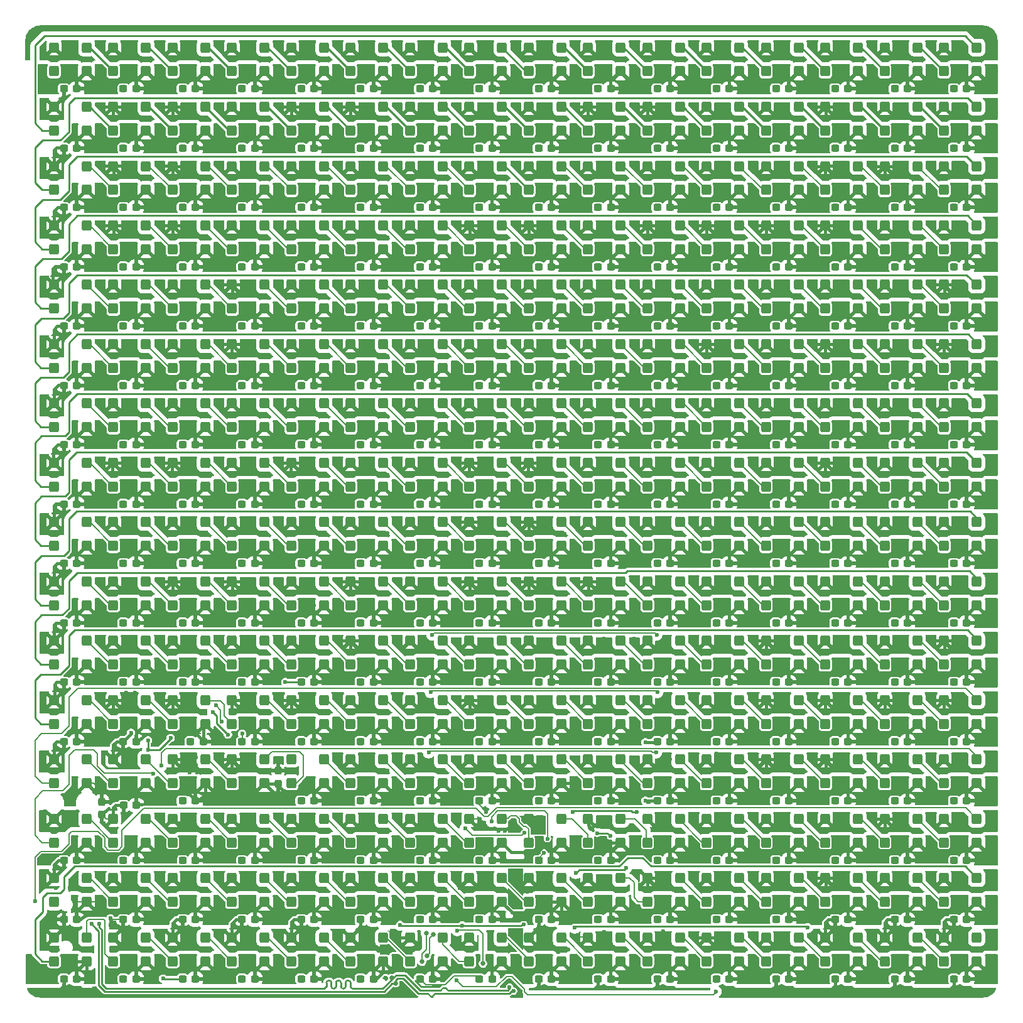
<source format=gbr>
%TF.GenerationSoftware,KiCad,Pcbnew,9.0.2*%
%TF.CreationDate,2025-08-09T14:49:17-05:00*%
%TF.ProjectId,led_matrix,6c65645f-6d61-4747-9269-782e6b696361,rev?*%
%TF.SameCoordinates,Original*%
%TF.FileFunction,Copper,L1,Top*%
%TF.FilePolarity,Positive*%
%FSLAX46Y46*%
G04 Gerber Fmt 4.6, Leading zero omitted, Abs format (unit mm)*
G04 Created by KiCad (PCBNEW 9.0.2) date 2025-08-09 14:49:17*
%MOMM*%
%LPD*%
G01*
G04 APERTURE LIST*
G04 Aperture macros list*
%AMRoundRect*
0 Rectangle with rounded corners*
0 $1 Rounding radius*
0 $2 $3 $4 $5 $6 $7 $8 $9 X,Y pos of 4 corners*
0 Add a 4 corners polygon primitive as box body*
4,1,4,$2,$3,$4,$5,$6,$7,$8,$9,$2,$3,0*
0 Add four circle primitives for the rounded corners*
1,1,$1+$1,$2,$3*
1,1,$1+$1,$4,$5*
1,1,$1+$1,$6,$7*
1,1,$1+$1,$8,$9*
0 Add four rect primitives between the rounded corners*
20,1,$1+$1,$2,$3,$4,$5,0*
20,1,$1+$1,$4,$5,$6,$7,0*
20,1,$1+$1,$6,$7,$8,$9,0*
20,1,$1+$1,$8,$9,$2,$3,0*%
G04 Aperture macros list end*
%TA.AperFunction,SMDPad,CuDef*%
%ADD10RoundRect,0.237500X0.300000X0.237500X-0.300000X0.237500X-0.300000X-0.237500X0.300000X-0.237500X0*%
%TD*%
%TA.AperFunction,SMDPad,CuDef*%
%ADD11RoundRect,0.195000X0.455000X0.505000X-0.455000X0.505000X-0.455000X-0.505000X0.455000X-0.505000X0*%
%TD*%
%TA.AperFunction,SMDPad,CuDef*%
%ADD12RoundRect,0.237500X0.237500X-0.300000X0.237500X0.300000X-0.237500X0.300000X-0.237500X-0.300000X0*%
%TD*%
%TA.AperFunction,SMDPad,CuDef*%
%ADD13RoundRect,0.237500X-0.237500X0.300000X-0.237500X-0.300000X0.237500X-0.300000X0.237500X0.300000X0*%
%TD*%
%TA.AperFunction,ViaPad*%
%ADD14C,0.600000*%
%TD*%
%TA.AperFunction,ViaPad*%
%ADD15C,0.635000*%
%TD*%
%TA.AperFunction,Conductor*%
%ADD16C,0.254000*%
%TD*%
%TA.AperFunction,Conductor*%
%ADD17C,0.177800*%
%TD*%
%TA.AperFunction,Conductor*%
%ADD18C,0.200000*%
%TD*%
%TA.AperFunction,Conductor*%
%ADD19C,0.381000*%
%TD*%
%TA.AperFunction,Conductor*%
%ADD20C,0.152400*%
%TD*%
%TA.AperFunction,Conductor*%
%ADD21C,0.283464*%
%TD*%
G04 APERTURE END LIST*
D10*
%TO.P,C25,1*%
%TO.N,+5V*%
X115862500Y-45000000D03*
%TO.P,C25,2*%
%TO.N,GND*%
X114137500Y-45000000D03*
%TD*%
D11*
%TO.P,D136,1,VDD*%
%TO.N,+5V*%
X109200000Y-98620000D03*
%TO.P,D136,2,DO*%
%TO.N,Net-(D136-DO)*%
X109200000Y-95420000D03*
%TO.P,D136,3,GND*%
%TO.N,GND*%
X104800000Y-95420000D03*
%TO.P,D136,4,DI*%
%TO.N,Net-(D135-DO)*%
X104800000Y-98620000D03*
%TD*%
D10*
%TO.P,C14,1*%
%TO.N,+5V*%
X155862500Y-37000000D03*
%TO.P,C14,2*%
%TO.N,GND*%
X154137500Y-37000000D03*
%TD*%
D11*
%TO.P,D235,1,VDD*%
%TO.N,+5V*%
X133200000Y-146620000D03*
%TO.P,D235,2,DO*%
%TO.N,Net-(D235-DO)*%
X133200000Y-143420000D03*
%TO.P,D235,3,GND*%
%TO.N,GND*%
X128800000Y-143420000D03*
%TO.P,D235,4,DI*%
%TO.N,Net-(D234-DO)*%
X128800000Y-146620000D03*
%TD*%
%TO.P,D126,1,VDD*%
%TO.N,+5V*%
X157200000Y-90620000D03*
%TO.P,D126,2,DO*%
%TO.N,Net-(D126-DO)*%
X157200000Y-87420000D03*
%TO.P,D126,3,GND*%
%TO.N,GND*%
X152800000Y-87420000D03*
%TO.P,D126,4,DI*%
%TO.N,Net-(D125-DO)*%
X152800000Y-90620000D03*
%TD*%
D10*
%TO.P,C171,1*%
%TO.N,+5V*%
X131862500Y-117000000D03*
%TO.P,C171,2*%
%TO.N,GND*%
X130137500Y-117000000D03*
%TD*%
%TO.P,C177,1*%
%TO.N,+5V*%
X51862500Y-125000000D03*
%TO.P,C177,2*%
%TO.N,GND*%
X50137500Y-125000000D03*
%TD*%
%TO.P,C61,1*%
%TO.N,+5V*%
X147862500Y-61000000D03*
%TO.P,C61,2*%
%TO.N,GND*%
X146137500Y-61000000D03*
%TD*%
D11*
%TO.P,D114,1,VDD*%
%TO.N,+5V*%
X61200000Y-90620000D03*
%TO.P,D114,2,DO*%
%TO.N,Net-(D114-DO)*%
X61200000Y-87420000D03*
%TO.P,D114,3,GND*%
%TO.N,GND*%
X56800000Y-87420000D03*
%TO.P,D114,4,DI*%
%TO.N,Net-(D113-DO)*%
X56800000Y-90620000D03*
%TD*%
D10*
%TO.P,C189,1*%
%TO.N,+5V*%
X147862500Y-125000000D03*
%TO.P,C189,2*%
%TO.N,GND*%
X146137500Y-125000000D03*
%TD*%
D11*
%TO.P,D223,1,VDD*%
%TO.N,+5V*%
X165200000Y-138620000D03*
%TO.P,D223,2,DO*%
%TO.N,Net-(D223-DO)*%
X165200000Y-135420000D03*
%TO.P,D223,3,GND*%
%TO.N,GND*%
X160800000Y-135420000D03*
%TO.P,D223,4,DI*%
%TO.N,Net-(D222-DO)*%
X160800000Y-138620000D03*
%TD*%
D10*
%TO.P,C245,1*%
%TO.N,+5V*%
X83862500Y-157000000D03*
%TO.P,C245,2*%
%TO.N,GND*%
X82137500Y-157000000D03*
%TD*%
%TO.P,C44,1*%
%TO.N,+5V*%
X139862500Y-53000000D03*
%TO.P,C44,2*%
%TO.N,GND*%
X138137500Y-53000000D03*
%TD*%
D11*
%TO.P,D34,1,VDD*%
%TO.N,+5V*%
X61200000Y-50620000D03*
%TO.P,D34,2,DO*%
%TO.N,Net-(D34-DO)*%
X61200000Y-47420000D03*
%TO.P,D34,3,GND*%
%TO.N,GND*%
X56800000Y-47420000D03*
%TO.P,D34,4,DI*%
%TO.N,Net-(D33-DO)*%
X56800000Y-50620000D03*
%TD*%
%TO.P,D111,1,VDD*%
%TO.N,+5V*%
X165200000Y-82620000D03*
%TO.P,D111,2,DO*%
%TO.N,Net-(D111-DO)*%
X165200000Y-79420000D03*
%TO.P,D111,3,GND*%
%TO.N,GND*%
X160800000Y-79420000D03*
%TO.P,D111,4,DI*%
%TO.N,Net-(D110-DO)*%
X160800000Y-82620000D03*
%TD*%
D10*
%TO.P,C49,1*%
%TO.N,+5V*%
X51862500Y-61000000D03*
%TO.P,C49,2*%
%TO.N,GND*%
X50137500Y-61000000D03*
%TD*%
D11*
%TO.P,D195,1,VDD*%
%TO.N,+5V*%
X69200000Y-130620000D03*
%TO.P,D195,2,DO*%
%TO.N,Net-(D195-DO)*%
X69200000Y-127420000D03*
%TO.P,D195,3,GND*%
%TO.N,GND*%
X64800000Y-127420000D03*
%TO.P,D195,4,DI*%
%TO.N,Net-(D194-DO)*%
X64800000Y-130620000D03*
%TD*%
D10*
%TO.P,C96,1*%
%TO.N,+5V*%
X171862500Y-77000000D03*
%TO.P,C96,2*%
%TO.N,GND*%
X170137500Y-77000000D03*
%TD*%
%TO.P,C32,1*%
%TO.N,+5V*%
X171862500Y-45000000D03*
%TO.P,C32,2*%
%TO.N,GND*%
X170137500Y-45000000D03*
%TD*%
D11*
%TO.P,D35,1,VDD*%
%TO.N,+5V*%
X69200000Y-50620000D03*
%TO.P,D35,2,DO*%
%TO.N,Net-(D35-DO)*%
X69200000Y-47420000D03*
%TO.P,D35,3,GND*%
%TO.N,GND*%
X64800000Y-47420000D03*
%TO.P,D35,4,DI*%
%TO.N,Net-(D34-DO)*%
X64800000Y-50620000D03*
%TD*%
D10*
%TO.P,C23,1*%
%TO.N,+5V*%
X99862500Y-45000000D03*
%TO.P,C23,2*%
%TO.N,GND*%
X98137500Y-45000000D03*
%TD*%
D11*
%TO.P,D15,1,VDD*%
%TO.N,+5V*%
X165200000Y-34620000D03*
%TO.P,D15,2,DO*%
%TO.N,Net-(D15-DO)*%
X165200000Y-31420000D03*
%TO.P,D15,3,GND*%
%TO.N,GND*%
X160800000Y-31420000D03*
%TO.P,D15,4,DI*%
%TO.N,Net-(D14-DO)*%
X160800000Y-34620000D03*
%TD*%
D10*
%TO.P,C142,1*%
%TO.N,+5V*%
X155862500Y-101000000D03*
%TO.P,C142,2*%
%TO.N,GND*%
X154137500Y-101000000D03*
%TD*%
%TO.P,C22,1*%
%TO.N,+5V*%
X91862500Y-45000000D03*
%TO.P,C22,2*%
%TO.N,GND*%
X90137500Y-45000000D03*
%TD*%
D11*
%TO.P,D72,1,VDD*%
%TO.N,+5V*%
X109200000Y-66620000D03*
%TO.P,D72,2,DO*%
%TO.N,Net-(D72-DO)*%
X109200000Y-63420000D03*
%TO.P,D72,3,GND*%
%TO.N,GND*%
X104800000Y-63420000D03*
%TO.P,D72,4,DI*%
%TO.N,Net-(D71-DO)*%
X104800000Y-66620000D03*
%TD*%
D10*
%TO.P,C125,1*%
%TO.N,+5V*%
X147862500Y-93000000D03*
%TO.P,C125,2*%
%TO.N,GND*%
X146137500Y-93000000D03*
%TD*%
%TO.P,C210,1*%
%TO.N,+5V*%
X59862500Y-141000000D03*
%TO.P,C210,2*%
%TO.N,GND*%
X58137500Y-141000000D03*
%TD*%
D11*
%TO.P,D96,1,VDD*%
%TO.N,+5V*%
X173200000Y-74620000D03*
%TO.P,D96,2,DO*%
%TO.N,D96_DO*%
X173200000Y-71420000D03*
%TO.P,D96,3,GND*%
%TO.N,GND*%
X168800000Y-71420000D03*
%TO.P,D96,4,DI*%
%TO.N,Net-(D95-DO)*%
X168800000Y-74620000D03*
%TD*%
%TO.P,D203,1,VDD*%
%TO.N,+5V*%
X133200000Y-130620000D03*
%TO.P,D203,2,DO*%
%TO.N,Net-(D203-DO)*%
X133200000Y-127420000D03*
%TO.P,D203,3,GND*%
%TO.N,GND*%
X128800000Y-127420000D03*
%TO.P,D203,4,DI*%
%TO.N,Net-(D202-DO)*%
X128800000Y-130620000D03*
%TD*%
D10*
%TO.P,C106,1*%
%TO.N,+5V*%
X123862500Y-85000000D03*
%TO.P,C106,2*%
%TO.N,GND*%
X122137500Y-85000000D03*
%TD*%
%TO.P,C78,1*%
%TO.N,+5V*%
X155862500Y-69000000D03*
%TO.P,C78,2*%
%TO.N,GND*%
X154137500Y-69000000D03*
%TD*%
%TO.P,C34,1*%
%TO.N,+5V*%
X59862500Y-53000000D03*
%TO.P,C34,2*%
%TO.N,GND*%
X58137500Y-53000000D03*
%TD*%
D11*
%TO.P,D233,1,VDD*%
%TO.N,+5V*%
X117200000Y-146620000D03*
%TO.P,D233,2,DO*%
%TO.N,Net-(D233-DO)*%
X117200000Y-143420000D03*
%TO.P,D233,3,GND*%
%TO.N,GND*%
X112800000Y-143420000D03*
%TO.P,D233,4,DI*%
%TO.N,Net-(D232-DO)*%
X112800000Y-146620000D03*
%TD*%
D10*
%TO.P,C69,1*%
%TO.N,+5V*%
X83862500Y-69000000D03*
%TO.P,C69,2*%
%TO.N,GND*%
X82137500Y-69000000D03*
%TD*%
D11*
%TO.P,D133,1,VDD*%
%TO.N,+5V*%
X85200000Y-98620000D03*
%TO.P,D133,2,DO*%
%TO.N,Net-(D133-DO)*%
X85200000Y-95420000D03*
%TO.P,D133,3,GND*%
%TO.N,GND*%
X80800000Y-95420000D03*
%TO.P,D133,4,DI*%
%TO.N,Net-(D132-DO)*%
X80800000Y-98620000D03*
%TD*%
%TO.P,D98,1,VDD*%
%TO.N,+5V*%
X61200000Y-82620000D03*
%TO.P,D98,2,DO*%
%TO.N,Net-(D98-DO)*%
X61200000Y-79420000D03*
%TO.P,D98,3,GND*%
%TO.N,GND*%
X56800000Y-79420000D03*
%TO.P,D98,4,DI*%
%TO.N,Net-(D97-DO)*%
X56800000Y-82620000D03*
%TD*%
%TO.P,D166,1,VDD*%
%TO.N,+5V*%
X93200000Y-114620000D03*
%TO.P,D166,2,DO*%
%TO.N,Net-(D166-DO)*%
X93200000Y-111420000D03*
%TO.P,D166,3,GND*%
%TO.N,GND*%
X88800000Y-111420000D03*
%TO.P,D166,4,DI*%
%TO.N,Net-(D165-DO)*%
X88800000Y-114620000D03*
%TD*%
%TO.P,D17,1,VDD*%
%TO.N,+5V*%
X53200000Y-42620000D03*
%TO.P,D17,2,DO*%
%TO.N,Net-(D17-DO)*%
X53200000Y-39420000D03*
%TO.P,D17,3,GND*%
%TO.N,GND*%
X48800000Y-39420000D03*
%TO.P,D17,4,DI*%
%TO.N,D16_DO*%
X48800000Y-42620000D03*
%TD*%
D10*
%TO.P,C115,1*%
%TO.N,+5V*%
X67862500Y-93000000D03*
%TO.P,C115,2*%
%TO.N,GND*%
X66137500Y-93000000D03*
%TD*%
%TO.P,C20,1*%
%TO.N,+5V*%
X75862500Y-45000000D03*
%TO.P,C20,2*%
%TO.N,GND*%
X74137500Y-45000000D03*
%TD*%
D11*
%TO.P,D217,1,VDD*%
%TO.N,+5V*%
X117200000Y-138620000D03*
%TO.P,D217,2,DO*%
%TO.N,Net-(D217-DO)*%
X117200000Y-135420000D03*
%TO.P,D217,3,GND*%
%TO.N,GND*%
X112800000Y-135420000D03*
%TO.P,D217,4,DI*%
%TO.N,Net-(D216-DO)*%
X112800000Y-138620000D03*
%TD*%
D10*
%TO.P,C26,1*%
%TO.N,+5V*%
X123862500Y-45000000D03*
%TO.P,C26,2*%
%TO.N,GND*%
X122137500Y-45000000D03*
%TD*%
D11*
%TO.P,D117,1,VDD*%
%TO.N,+5V*%
X85200000Y-90620000D03*
%TO.P,D117,2,DO*%
%TO.N,Net-(D117-DO)*%
X85200000Y-87420000D03*
%TO.P,D117,3,GND*%
%TO.N,GND*%
X80800000Y-87420000D03*
%TO.P,D117,4,DI*%
%TO.N,Net-(D116-DO)*%
X80800000Y-90620000D03*
%TD*%
D10*
%TO.P,C101,1*%
%TO.N,+5V*%
X83862500Y-85000000D03*
%TO.P,C101,2*%
%TO.N,GND*%
X82137500Y-85000000D03*
%TD*%
D11*
%TO.P,D245,1,VDD*%
%TO.N,+5V*%
X85200000Y-154620000D03*
%TO.P,D245,2,DO*%
%TO.N,Net-(D245-DO)*%
X85200000Y-151420000D03*
%TO.P,D245,3,GND*%
%TO.N,GND*%
X80800000Y-151420000D03*
%TO.P,D245,4,DI*%
%TO.N,Net-(D244-DO)*%
X80800000Y-154620000D03*
%TD*%
%TO.P,D18,1,VDD*%
%TO.N,+5V*%
X61200000Y-42620000D03*
%TO.P,D18,2,DO*%
%TO.N,Net-(D18-DO)*%
X61200000Y-39420000D03*
%TO.P,D18,3,GND*%
%TO.N,GND*%
X56800000Y-39420000D03*
%TO.P,D18,4,DI*%
%TO.N,Net-(D17-DO)*%
X56800000Y-42620000D03*
%TD*%
%TO.P,D174,1,VDD*%
%TO.N,+5V*%
X157200000Y-114620000D03*
%TO.P,D174,2,DO*%
%TO.N,Net-(D174-DO)*%
X157200000Y-111420000D03*
%TO.P,D174,3,GND*%
%TO.N,GND*%
X152800000Y-111420000D03*
%TO.P,D174,4,DI*%
%TO.N,Net-(D173-DO)*%
X152800000Y-114620000D03*
%TD*%
D10*
%TO.P,C229,1*%
%TO.N,+5V*%
X83862500Y-149000000D03*
%TO.P,C229,2*%
%TO.N,GND*%
X82137500Y-149000000D03*
%TD*%
%TO.P,C185,1*%
%TO.N,+5V*%
X115862500Y-125000000D03*
%TO.P,C185,2*%
%TO.N,GND*%
X114137500Y-125000000D03*
%TD*%
D11*
%TO.P,D49,1,VDD*%
%TO.N,+5V*%
X53200000Y-58620000D03*
%TO.P,D49,2,DO*%
%TO.N,Net-(D49-DO)*%
X53200000Y-55420000D03*
%TO.P,D49,3,GND*%
%TO.N,GND*%
X48800000Y-55420000D03*
%TO.P,D49,4,DI*%
%TO.N,D48_DO*%
X48800000Y-58620000D03*
%TD*%
D10*
%TO.P,C82,1*%
%TO.N,+5V*%
X59862500Y-77000000D03*
%TO.P,C82,2*%
%TO.N,GND*%
X58137500Y-77000000D03*
%TD*%
%TO.P,C199,1*%
%TO.N,+5V*%
X99862500Y-133000000D03*
%TO.P,C199,2*%
%TO.N,GND*%
X98137500Y-133000000D03*
%TD*%
D11*
%TO.P,D172,1,VDD*%
%TO.N,+5V*%
X141200000Y-114620000D03*
%TO.P,D172,2,DO*%
%TO.N,Net-(D172-DO)*%
X141200000Y-111420000D03*
%TO.P,D172,3,GND*%
%TO.N,GND*%
X136800000Y-111420000D03*
%TO.P,D172,4,DI*%
%TO.N,Net-(D171-DO)*%
X136800000Y-114620000D03*
%TD*%
%TO.P,D115,1,VDD*%
%TO.N,+5V*%
X69200000Y-90620000D03*
%TO.P,D115,2,DO*%
%TO.N,Net-(D115-DO)*%
X69200000Y-87420000D03*
%TO.P,D115,3,GND*%
%TO.N,GND*%
X64800000Y-87420000D03*
%TO.P,D115,4,DI*%
%TO.N,Net-(D114-DO)*%
X64800000Y-90620000D03*
%TD*%
%TO.P,D176,1,VDD*%
%TO.N,+5V*%
X173200000Y-114620000D03*
%TO.P,D176,2,DO*%
%TO.N,D176_DO*%
X173200000Y-111420000D03*
%TO.P,D176,3,GND*%
%TO.N,GND*%
X168800000Y-111420000D03*
%TO.P,D176,4,DI*%
%TO.N,Net-(D175-DO)*%
X168800000Y-114620000D03*
%TD*%
%TO.P,D107,1,VDD*%
%TO.N,+5V*%
X133200000Y-82620000D03*
%TO.P,D107,2,DO*%
%TO.N,Net-(D107-DO)*%
X133200000Y-79420000D03*
%TO.P,D107,3,GND*%
%TO.N,GND*%
X128800000Y-79420000D03*
%TO.P,D107,4,DI*%
%TO.N,Net-(D106-DO)*%
X128800000Y-82620000D03*
%TD*%
%TO.P,D57,1,VDD*%
%TO.N,+5V*%
X117200000Y-58620000D03*
%TO.P,D57,2,DO*%
%TO.N,Net-(D57-DO)*%
X117200000Y-55420000D03*
%TO.P,D57,3,GND*%
%TO.N,GND*%
X112800000Y-55420000D03*
%TO.P,D57,4,DI*%
%TO.N,Net-(D56-DO)*%
X112800000Y-58620000D03*
%TD*%
%TO.P,D10,1,VDD*%
%TO.N,+5V*%
X125200000Y-34620000D03*
%TO.P,D10,2,DO*%
%TO.N,Net-(D10-DO)*%
X125200000Y-31420000D03*
%TO.P,D10,3,GND*%
%TO.N,GND*%
X120800000Y-31420000D03*
%TO.P,D10,4,DI*%
%TO.N,Net-(D10-DI)*%
X120800000Y-34620000D03*
%TD*%
%TO.P,D79,1,VDD*%
%TO.N,+5V*%
X165200000Y-66620000D03*
%TO.P,D79,2,DO*%
%TO.N,Net-(D79-DO)*%
X165200000Y-63420000D03*
%TO.P,D79,3,GND*%
%TO.N,GND*%
X160800000Y-63420000D03*
%TO.P,D79,4,DI*%
%TO.N,Net-(D78-DO)*%
X160800000Y-66620000D03*
%TD*%
%TO.P,D134,1,VDD*%
%TO.N,+5V*%
X93200000Y-98620000D03*
%TO.P,D134,2,DO*%
%TO.N,Net-(D134-DO)*%
X93200000Y-95420000D03*
%TO.P,D134,3,GND*%
%TO.N,GND*%
X88800000Y-95420000D03*
%TO.P,D134,4,DI*%
%TO.N,Net-(D133-DO)*%
X88800000Y-98620000D03*
%TD*%
%TO.P,D148,1,VDD*%
%TO.N,+5V*%
X77200000Y-106620000D03*
%TO.P,D148,2,DO*%
%TO.N,Net-(D148-DO)*%
X77200000Y-103420000D03*
%TO.P,D148,3,GND*%
%TO.N,GND*%
X72800000Y-103420000D03*
%TO.P,D148,4,DI*%
%TO.N,Net-(D147-DO)*%
X72800000Y-106620000D03*
%TD*%
D10*
%TO.P,C184,1*%
%TO.N,+5V*%
X107862500Y-125000000D03*
%TO.P,C184,2*%
%TO.N,GND*%
X106137500Y-125000000D03*
%TD*%
D11*
%TO.P,D179,1,VDD*%
%TO.N,+5V*%
X69200000Y-122620000D03*
%TO.P,D179,2,DO*%
%TO.N,Net-(D179-DO)*%
X69200000Y-119420000D03*
%TO.P,D179,3,GND*%
%TO.N,GND*%
X64800000Y-119420000D03*
%TO.P,D179,4,DI*%
%TO.N,Net-(D178-DO)*%
X64800000Y-122620000D03*
%TD*%
%TO.P,D73,1,VDD*%
%TO.N,+5V*%
X117200000Y-66620000D03*
%TO.P,D73,2,DO*%
%TO.N,Net-(D73-DO)*%
X117200000Y-63420000D03*
%TO.P,D73,3,GND*%
%TO.N,GND*%
X112800000Y-63420000D03*
%TO.P,D73,4,DI*%
%TO.N,Net-(D72-DO)*%
X112800000Y-66620000D03*
%TD*%
%TO.P,D45,1,VDD*%
%TO.N,+5V*%
X149200000Y-50620000D03*
%TO.P,D45,2,DO*%
%TO.N,Net-(D45-DO)*%
X149200000Y-47420000D03*
%TO.P,D45,3,GND*%
%TO.N,GND*%
X144800000Y-47420000D03*
%TO.P,D45,4,DI*%
%TO.N,Net-(D44-DO)*%
X144800000Y-50620000D03*
%TD*%
%TO.P,D59,1,VDD*%
%TO.N,+5V*%
X133200000Y-58620000D03*
%TO.P,D59,2,DO*%
%TO.N,Net-(D59-DO)*%
X133200000Y-55420000D03*
%TO.P,D59,3,GND*%
%TO.N,GND*%
X128800000Y-55420000D03*
%TO.P,D59,4,DI*%
%TO.N,Net-(D58-DO)*%
X128800000Y-58620000D03*
%TD*%
%TO.P,D222,1,VDD*%
%TO.N,+5V*%
X157200000Y-138620000D03*
%TO.P,D222,2,DO*%
%TO.N,Net-(D222-DO)*%
X157200000Y-135420000D03*
%TO.P,D222,3,GND*%
%TO.N,GND*%
X152800000Y-135420000D03*
%TO.P,D222,4,DI*%
%TO.N,Net-(D221-DO)*%
X152800000Y-138620000D03*
%TD*%
D10*
%TO.P,C117,1*%
%TO.N,+5V*%
X83862500Y-93000000D03*
%TO.P,C117,2*%
%TO.N,GND*%
X82137500Y-93000000D03*
%TD*%
%TO.P,C2,1*%
%TO.N,+5V*%
X59862500Y-37000000D03*
%TO.P,C2,2*%
%TO.N,GND*%
X58137500Y-37000000D03*
%TD*%
D11*
%TO.P,D178,1,VDD*%
%TO.N,+5V*%
X61200000Y-122620000D03*
%TO.P,D178,2,DO*%
%TO.N,Net-(D178-DO)*%
X61200000Y-119420000D03*
%TO.P,D178,3,GND*%
%TO.N,GND*%
X56800000Y-119420000D03*
%TO.P,D178,4,DI*%
%TO.N,Net-(D177-DO)*%
X56800000Y-122620000D03*
%TD*%
%TO.P,D181,1,VDD*%
%TO.N,+5V*%
X85200000Y-122620000D03*
%TO.P,D181,2,DO*%
%TO.N,Net-(D181-DO)*%
X85200000Y-119420000D03*
%TO.P,D181,3,GND*%
%TO.N,GND*%
X80800000Y-119420000D03*
%TO.P,D181,4,DI*%
%TO.N,Net-(D180-DO)*%
X80800000Y-122620000D03*
%TD*%
D10*
%TO.P,C218,1*%
%TO.N,+5V*%
X123862500Y-141000000D03*
%TO.P,C218,2*%
%TO.N,GND*%
X122137500Y-141000000D03*
%TD*%
D11*
%TO.P,D254,1,VDD*%
%TO.N,+5V*%
X157200000Y-154620000D03*
%TO.P,D254,2,DO*%
%TO.N,Net-(D254-DO)*%
X157200000Y-151420000D03*
%TO.P,D254,3,GND*%
%TO.N,GND*%
X152800000Y-151420000D03*
%TO.P,D254,4,DI*%
%TO.N,Net-(D253-DO)*%
X152800000Y-154620000D03*
%TD*%
D10*
%TO.P,C100,1*%
%TO.N,+5V*%
X75862500Y-85000000D03*
%TO.P,C100,2*%
%TO.N,GND*%
X74137500Y-85000000D03*
%TD*%
%TO.P,C3,1*%
%TO.N,+5V*%
X67862500Y-37000000D03*
%TO.P,C3,2*%
%TO.N,GND*%
X66137500Y-37000000D03*
%TD*%
D11*
%TO.P,D152,1,VDD*%
%TO.N,+5V*%
X109200000Y-106620000D03*
%TO.P,D152,2,DO*%
%TO.N,Net-(D152-DO)*%
X109200000Y-103420000D03*
%TO.P,D152,3,GND*%
%TO.N,GND*%
X104800000Y-103420000D03*
%TO.P,D152,4,DI*%
%TO.N,Net-(D151-DO)*%
X104800000Y-106620000D03*
%TD*%
%TO.P,D8,1,VDD*%
%TO.N,+5V*%
X109200000Y-34620000D03*
%TO.P,D8,2,DO*%
%TO.N,Net-(D8-DO)*%
X109200000Y-31420000D03*
%TO.P,D8,3,GND*%
%TO.N,GND*%
X104800000Y-31420000D03*
%TO.P,D8,4,DI*%
%TO.N,Net-(D7-DO)*%
X104800000Y-34620000D03*
%TD*%
%TO.P,D5,1,VDD*%
%TO.N,+5V*%
X85200000Y-34620000D03*
%TO.P,D5,2,DO*%
%TO.N,Net-(D5-DO)*%
X85200000Y-31420000D03*
%TO.P,D5,3,GND*%
%TO.N,GND*%
X80800000Y-31420000D03*
%TO.P,D5,4,DI*%
%TO.N,Net-(D4-DO)*%
X80800000Y-34620000D03*
%TD*%
%TO.P,D51,1,VDD*%
%TO.N,+5V*%
X69200000Y-58620000D03*
%TO.P,D51,2,DO*%
%TO.N,Net-(D51-DO)*%
X69200000Y-55420000D03*
%TO.P,D51,3,GND*%
%TO.N,GND*%
X64800000Y-55420000D03*
%TO.P,D51,4,DI*%
%TO.N,Net-(D50-DO)*%
X64800000Y-58620000D03*
%TD*%
%TO.P,D237,1,VDD*%
%TO.N,+5V*%
X149200000Y-146620000D03*
%TO.P,D237,2,DO*%
%TO.N,Net-(D237-DO)*%
X149200000Y-143420000D03*
%TO.P,D237,3,GND*%
%TO.N,GND*%
X144800000Y-143420000D03*
%TO.P,D237,4,DI*%
%TO.N,Net-(D236-DO)*%
X144800000Y-146620000D03*
%TD*%
%TO.P,D154,1,VDD*%
%TO.N,+5V*%
X125200000Y-106620000D03*
%TO.P,D154,2,DO*%
%TO.N,Net-(D154-DO)*%
X125200000Y-103420000D03*
%TO.P,D154,3,GND*%
%TO.N,GND*%
X120800000Y-103420000D03*
%TO.P,D154,4,DI*%
%TO.N,Net-(D153-DO)*%
X120800000Y-106620000D03*
%TD*%
D10*
%TO.P,C137,1*%
%TO.N,+5V*%
X115862500Y-101000000D03*
%TO.P,C137,2*%
%TO.N,GND*%
X114137500Y-101000000D03*
%TD*%
%TO.P,C46,1*%
%TO.N,+5V*%
X155862500Y-53000000D03*
%TO.P,C46,2*%
%TO.N,GND*%
X154137500Y-53000000D03*
%TD*%
D11*
%TO.P,D146,1,VDD*%
%TO.N,+5V*%
X61200000Y-106620000D03*
%TO.P,D146,2,DO*%
%TO.N,Net-(D146-DO)*%
X61200000Y-103420000D03*
%TO.P,D146,3,GND*%
%TO.N,GND*%
X56800000Y-103420000D03*
%TO.P,D146,4,DI*%
%TO.N,Net-(D145-DO)*%
X56800000Y-106620000D03*
%TD*%
D10*
%TO.P,C217,1*%
%TO.N,+5V*%
X115862500Y-141000000D03*
%TO.P,C217,2*%
%TO.N,GND*%
X114137500Y-141000000D03*
%TD*%
%TO.P,C231,1*%
%TO.N,+5V*%
X99862500Y-149000000D03*
%TO.P,C231,2*%
%TO.N,GND*%
X98137500Y-149000000D03*
%TD*%
%TO.P,C150,1*%
%TO.N,+5V*%
X91862500Y-109000000D03*
%TO.P,C150,2*%
%TO.N,GND*%
X90137500Y-109000000D03*
%TD*%
%TO.P,C36,1*%
%TO.N,+5V*%
X75862500Y-53000000D03*
%TO.P,C36,2*%
%TO.N,GND*%
X74137500Y-53000000D03*
%TD*%
D11*
%TO.P,D248,1,VDD*%
%TO.N,+5V*%
X109200000Y-154620000D03*
%TO.P,D248,2,DO*%
%TO.N,Net-(D248-DO)*%
X109200000Y-151420000D03*
%TO.P,D248,3,GND*%
%TO.N,GND*%
X104800000Y-151420000D03*
%TO.P,D248,4,DI*%
%TO.N,Net-(D247-DO)*%
X104800000Y-154620000D03*
%TD*%
D10*
%TO.P,C161,1*%
%TO.N,+5V*%
X51862500Y-117000000D03*
%TO.P,C161,2*%
%TO.N,GND*%
X50137500Y-117000000D03*
%TD*%
%TO.P,C213,1*%
%TO.N,+5V*%
X83862500Y-141000000D03*
%TO.P,C213,2*%
%TO.N,GND*%
X82137500Y-141000000D03*
%TD*%
D11*
%TO.P,D110,1,VDD*%
%TO.N,+5V*%
X157200000Y-82620000D03*
%TO.P,D110,2,DO*%
%TO.N,Net-(D110-DO)*%
X157200000Y-79420000D03*
%TO.P,D110,3,GND*%
%TO.N,GND*%
X152800000Y-79420000D03*
%TO.P,D110,4,DI*%
%TO.N,Net-(D109-DO)*%
X152800000Y-82620000D03*
%TD*%
D10*
%TO.P,C225,1*%
%TO.N,+5V*%
X51862500Y-149000000D03*
%TO.P,C225,2*%
%TO.N,GND*%
X50137500Y-149000000D03*
%TD*%
%TO.P,C33,1*%
%TO.N,+5V*%
X51862500Y-53000000D03*
%TO.P,C33,2*%
%TO.N,GND*%
X50137500Y-53000000D03*
%TD*%
%TO.P,C99,1*%
%TO.N,+5V*%
X67862500Y-85000000D03*
%TO.P,C99,2*%
%TO.N,GND*%
X66137500Y-85000000D03*
%TD*%
D11*
%TO.P,D158,1,VDD*%
%TO.N,+5V*%
X157200000Y-106620000D03*
%TO.P,D158,2,DO*%
%TO.N,Net-(D158-DO)*%
X157200000Y-103420000D03*
%TO.P,D158,3,GND*%
%TO.N,GND*%
X152800000Y-103420000D03*
%TO.P,D158,4,DI*%
%TO.N,Net-(D157-DO)*%
X152800000Y-106620000D03*
%TD*%
D10*
%TO.P,C56,1*%
%TO.N,+5V*%
X107862500Y-61000000D03*
%TO.P,C56,2*%
%TO.N,GND*%
X106137500Y-61000000D03*
%TD*%
D11*
%TO.P,D151,1,VDD*%
%TO.N,+5V*%
X101200000Y-106620000D03*
%TO.P,D151,2,DO*%
%TO.N,Net-(D151-DO)*%
X101200000Y-103420000D03*
%TO.P,D151,3,GND*%
%TO.N,GND*%
X96800000Y-103420000D03*
%TO.P,D151,4,DI*%
%TO.N,Net-(D150-DO)*%
X96800000Y-106620000D03*
%TD*%
D10*
%TO.P,C160,1*%
%TO.N,+5V*%
X171862500Y-109000000D03*
%TO.P,C160,2*%
%TO.N,GND*%
X170137500Y-109000000D03*
%TD*%
D11*
%TO.P,D46,1,VDD*%
%TO.N,+5V*%
X157200000Y-50620000D03*
%TO.P,D46,2,DO*%
%TO.N,Net-(D46-DO)*%
X157200000Y-47420000D03*
%TO.P,D46,3,GND*%
%TO.N,GND*%
X152800000Y-47420000D03*
%TO.P,D46,4,DI*%
%TO.N,Net-(D45-DO)*%
X152800000Y-50620000D03*
%TD*%
D10*
%TO.P,C249,1*%
%TO.N,+5V*%
X115862500Y-157000000D03*
%TO.P,C249,2*%
%TO.N,GND*%
X114137500Y-157000000D03*
%TD*%
D11*
%TO.P,D247,1,VDD*%
%TO.N,+5V*%
X101200000Y-154620000D03*
%TO.P,D247,2,DO*%
%TO.N,Net-(D247-DO)*%
X101200000Y-151420000D03*
%TO.P,D247,3,GND*%
%TO.N,GND*%
X96800000Y-151420000D03*
%TO.P,D247,4,DI*%
%TO.N,Net-(D246-DO)*%
X96800000Y-154620000D03*
%TD*%
D10*
%TO.P,C242,1*%
%TO.N,+5V*%
X59862500Y-157000000D03*
%TO.P,C242,2*%
%TO.N,GND*%
X58137500Y-157000000D03*
%TD*%
%TO.P,C80,1*%
%TO.N,+5V*%
X171862500Y-69000000D03*
%TO.P,C80,2*%
%TO.N,GND*%
X170137500Y-69000000D03*
%TD*%
D11*
%TO.P,D156,1,VDD*%
%TO.N,+5V*%
X141200000Y-106620000D03*
%TO.P,D156,2,DO*%
%TO.N,Net-(D156-DO)*%
X141200000Y-103420000D03*
%TO.P,D156,3,GND*%
%TO.N,GND*%
X136800000Y-103420000D03*
%TO.P,D156,4,DI*%
%TO.N,Net-(D155-DO)*%
X136800000Y-106620000D03*
%TD*%
%TO.P,D27,1,VDD*%
%TO.N,+5V*%
X133200000Y-42620000D03*
%TO.P,D27,2,DO*%
%TO.N,Net-(D27-DO)*%
X133200000Y-39420000D03*
%TO.P,D27,3,GND*%
%TO.N,GND*%
X128800000Y-39420000D03*
%TO.P,D27,4,DI*%
%TO.N,Net-(D26-DO)*%
X128800000Y-42620000D03*
%TD*%
D10*
%TO.P,C135,1*%
%TO.N,+5V*%
X99862500Y-101000000D03*
%TO.P,C135,2*%
%TO.N,GND*%
X98137500Y-101000000D03*
%TD*%
%TO.P,C206,1*%
%TO.N,+5V*%
X155862500Y-133000000D03*
%TO.P,C206,2*%
%TO.N,GND*%
X154137500Y-133000000D03*
%TD*%
D11*
%TO.P,D39,1,VDD*%
%TO.N,+5V*%
X101200000Y-50620000D03*
%TO.P,D39,2,DO*%
%TO.N,Net-(D39-DO)*%
X101200000Y-47420000D03*
%TO.P,D39,3,GND*%
%TO.N,GND*%
X96800000Y-47420000D03*
%TO.P,D39,4,DI*%
%TO.N,Net-(D38-DO)*%
X96800000Y-50620000D03*
%TD*%
%TO.P,D48,1,VDD*%
%TO.N,+5V*%
X173200000Y-50620000D03*
%TO.P,D48,2,DO*%
%TO.N,D48_DO*%
X173200000Y-47420000D03*
%TO.P,D48,3,GND*%
%TO.N,GND*%
X168800000Y-47420000D03*
%TO.P,D48,4,DI*%
%TO.N,Net-(D47-DO)*%
X168800000Y-50620000D03*
%TD*%
D10*
%TO.P,C87,1*%
%TO.N,+5V*%
X99862500Y-77000000D03*
%TO.P,C87,2*%
%TO.N,GND*%
X98137500Y-77000000D03*
%TD*%
%TO.P,C174,1*%
%TO.N,+5V*%
X155862500Y-117000000D03*
%TO.P,C174,2*%
%TO.N,GND*%
X154137500Y-117000000D03*
%TD*%
D11*
%TO.P,D109,1,VDD*%
%TO.N,+5V*%
X149200000Y-82620000D03*
%TO.P,D109,2,DO*%
%TO.N,Net-(D109-DO)*%
X149200000Y-79420000D03*
%TO.P,D109,3,GND*%
%TO.N,GND*%
X144800000Y-79420000D03*
%TO.P,D109,4,DI*%
%TO.N,Net-(D108-DO)*%
X144800000Y-82620000D03*
%TD*%
%TO.P,D87,1,VDD*%
%TO.N,+5V*%
X101200000Y-74620000D03*
%TO.P,D87,2,DO*%
%TO.N,Net-(D87-DO)*%
X101200000Y-71420000D03*
%TO.P,D87,3,GND*%
%TO.N,GND*%
X96800000Y-71420000D03*
%TO.P,D87,4,DI*%
%TO.N,Net-(D86-DO)*%
X96800000Y-74620000D03*
%TD*%
D10*
%TO.P,C124,1*%
%TO.N,+5V*%
X139862500Y-93000000D03*
%TO.P,C124,2*%
%TO.N,GND*%
X138137500Y-93000000D03*
%TD*%
%TO.P,C58,1*%
%TO.N,+5V*%
X123862500Y-61000000D03*
%TO.P,C58,2*%
%TO.N,GND*%
X122137500Y-61000000D03*
%TD*%
D11*
%TO.P,D84,1,VDD*%
%TO.N,+5V*%
X77200000Y-74620000D03*
%TO.P,D84,2,DO*%
%TO.N,Net-(D84-DO)*%
X77200000Y-71420000D03*
%TO.P,D84,3,GND*%
%TO.N,GND*%
X72800000Y-71420000D03*
%TO.P,D84,4,DI*%
%TO.N,Net-(D83-DO)*%
X72800000Y-74620000D03*
%TD*%
D10*
%TO.P,C204,1*%
%TO.N,+5V*%
X139862500Y-133000000D03*
%TO.P,C204,2*%
%TO.N,GND*%
X138137500Y-133000000D03*
%TD*%
D11*
%TO.P,D50,1,VDD*%
%TO.N,+5V*%
X61200000Y-58620000D03*
%TO.P,D50,2,DO*%
%TO.N,Net-(D50-DO)*%
X61200000Y-55420000D03*
%TO.P,D50,3,GND*%
%TO.N,GND*%
X56800000Y-55420000D03*
%TO.P,D50,4,DI*%
%TO.N,Net-(D49-DO)*%
X56800000Y-58620000D03*
%TD*%
D10*
%TO.P,C166,1*%
%TO.N,+5V*%
X91862500Y-117000000D03*
%TO.P,C166,2*%
%TO.N,GND*%
X90137500Y-117000000D03*
%TD*%
%TO.P,C13,1*%
%TO.N,+5V*%
X147862500Y-37000000D03*
%TO.P,C13,2*%
%TO.N,GND*%
X146137500Y-37000000D03*
%TD*%
D11*
%TO.P,D246,1,VDD*%
%TO.N,+5V*%
X93200000Y-154620000D03*
%TO.P,D246,2,DO*%
%TO.N,Net-(D246-DO)*%
X93200000Y-151420000D03*
%TO.P,D246,3,GND*%
%TO.N,GND*%
X88800000Y-151420000D03*
%TO.P,D246,4,DI*%
%TO.N,Net-(D245-DO)*%
X88800000Y-154620000D03*
%TD*%
D10*
%TO.P,C140,1*%
%TO.N,+5V*%
X139862500Y-101000000D03*
%TO.P,C140,2*%
%TO.N,GND*%
X138137500Y-101000000D03*
%TD*%
D11*
%TO.P,D190,1,VDD*%
%TO.N,+5V*%
X157200000Y-122620000D03*
%TO.P,D190,2,DO*%
%TO.N,Net-(D190-DO)*%
X157200000Y-119420000D03*
%TO.P,D190,3,GND*%
%TO.N,GND*%
X152800000Y-119420000D03*
%TO.P,D190,4,DI*%
%TO.N,Net-(D189-DO)*%
X152800000Y-122620000D03*
%TD*%
%TO.P,D250,1,VDD*%
%TO.N,+5V*%
X125200000Y-154620000D03*
%TO.P,D250,2,DO*%
%TO.N,Net-(D250-DO)*%
X125200000Y-151420000D03*
%TO.P,D250,3,GND*%
%TO.N,GND*%
X120800000Y-151420000D03*
%TO.P,D250,4,DI*%
%TO.N,Net-(D249-DO)*%
X120800000Y-154620000D03*
%TD*%
D10*
%TO.P,C31,1*%
%TO.N,+5V*%
X163862500Y-45000000D03*
%TO.P,C31,2*%
%TO.N,GND*%
X162137500Y-45000000D03*
%TD*%
%TO.P,C8,1*%
%TO.N,+5V*%
X107862500Y-37000000D03*
%TO.P,C8,2*%
%TO.N,GND*%
X106137500Y-37000000D03*
%TD*%
%TO.P,C131,1*%
%TO.N,+5V*%
X67862500Y-101000000D03*
%TO.P,C131,2*%
%TO.N,GND*%
X66137500Y-101000000D03*
%TD*%
D11*
%TO.P,D61,1,VDD*%
%TO.N,+5V*%
X149200000Y-58620000D03*
%TO.P,D61,2,DO*%
%TO.N,Net-(D61-DO)*%
X149200000Y-55420000D03*
%TO.P,D61,3,GND*%
%TO.N,GND*%
X144800000Y-55420000D03*
%TO.P,D61,4,DI*%
%TO.N,Net-(D60-DO)*%
X144800000Y-58620000D03*
%TD*%
D10*
%TO.P,C221,1*%
%TO.N,+5V*%
X147862500Y-141000000D03*
%TO.P,C221,2*%
%TO.N,GND*%
X146137500Y-141000000D03*
%TD*%
D11*
%TO.P,D132,1,VDD*%
%TO.N,+5V*%
X77200000Y-98620000D03*
%TO.P,D132,2,DO*%
%TO.N,Net-(D132-DO)*%
X77200000Y-95420000D03*
%TO.P,D132,3,GND*%
%TO.N,GND*%
X72800000Y-95420000D03*
%TO.P,D132,4,DI*%
%TO.N,Net-(D131-DO)*%
X72800000Y-98620000D03*
%TD*%
%TO.P,D99,1,VDD*%
%TO.N,+5V*%
X69200000Y-82620000D03*
%TO.P,D99,2,DO*%
%TO.N,Net-(D100-DI)*%
X69200000Y-79420000D03*
%TO.P,D99,3,GND*%
%TO.N,GND*%
X64800000Y-79420000D03*
%TO.P,D99,4,DI*%
%TO.N,Net-(D98-DO)*%
X64800000Y-82620000D03*
%TD*%
D10*
%TO.P,C86,1*%
%TO.N,+5V*%
X91862500Y-77000000D03*
%TO.P,C86,2*%
%TO.N,GND*%
X90137500Y-77000000D03*
%TD*%
D11*
%TO.P,D26,1,VDD*%
%TO.N,+5V*%
X125200000Y-42620000D03*
%TO.P,D26,2,DO*%
%TO.N,Net-(D26-DO)*%
X125200000Y-39420000D03*
%TO.P,D26,3,GND*%
%TO.N,GND*%
X120800000Y-39420000D03*
%TO.P,D26,4,DI*%
%TO.N,Net-(D25-DO)*%
X120800000Y-42620000D03*
%TD*%
D10*
%TO.P,C9,1*%
%TO.N,+5V*%
X115862500Y-37000000D03*
%TO.P,C9,2*%
%TO.N,GND*%
X114137500Y-37000000D03*
%TD*%
%TO.P,C244,1*%
%TO.N,+5V*%
X75862500Y-157000000D03*
%TO.P,C244,2*%
%TO.N,GND*%
X74137500Y-157000000D03*
%TD*%
D11*
%TO.P,D129,1,VDD*%
%TO.N,+5V*%
X53200000Y-98620000D03*
%TO.P,D129,2,DO*%
%TO.N,Net-(D129-DO)*%
X53200000Y-95420000D03*
%TO.P,D129,3,GND*%
%TO.N,GND*%
X48800000Y-95420000D03*
%TO.P,D129,4,DI*%
%TO.N,D128_DO*%
X48800000Y-98620000D03*
%TD*%
D10*
%TO.P,C114,1*%
%TO.N,+5V*%
X59862500Y-93000000D03*
%TO.P,C114,2*%
%TO.N,GND*%
X58137500Y-93000000D03*
%TD*%
D11*
%TO.P,D232,1,VDD*%
%TO.N,+5V*%
X109200000Y-146620000D03*
%TO.P,D232,2,DO*%
%TO.N,Net-(D232-DO)*%
X109200000Y-143420000D03*
%TO.P,D232,3,GND*%
%TO.N,GND*%
X104800000Y-143420000D03*
%TO.P,D232,4,DI*%
%TO.N,Net-(D231-DO)*%
X104800000Y-146620000D03*
%TD*%
%TO.P,D47,1,VDD*%
%TO.N,+5V*%
X165200000Y-50620000D03*
%TO.P,D47,2,DO*%
%TO.N,Net-(D47-DO)*%
X165200000Y-47420000D03*
%TO.P,D47,3,GND*%
%TO.N,GND*%
X160800000Y-47420000D03*
%TO.P,D47,4,DI*%
%TO.N,Net-(D46-DO)*%
X160800000Y-50620000D03*
%TD*%
D10*
%TO.P,C158,1*%
%TO.N,+5V*%
X155862500Y-109000000D03*
%TO.P,C158,2*%
%TO.N,GND*%
X154137500Y-109000000D03*
%TD*%
%TO.P,C57,1*%
%TO.N,+5V*%
X115862500Y-61000000D03*
%TO.P,C57,2*%
%TO.N,GND*%
X114137500Y-61000000D03*
%TD*%
%TO.P,C11,1*%
%TO.N,+5V*%
X131862500Y-37000000D03*
%TO.P,C11,2*%
%TO.N,GND*%
X130137500Y-37000000D03*
%TD*%
D11*
%TO.P,D189,1,VDD*%
%TO.N,+5V*%
X149200000Y-122620000D03*
%TO.P,D189,2,DO*%
%TO.N,Net-(D189-DO)*%
X149200000Y-119420000D03*
%TO.P,D189,3,GND*%
%TO.N,GND*%
X144800000Y-119420000D03*
%TO.P,D189,4,DI*%
%TO.N,Net-(D188-DO)*%
X144800000Y-122620000D03*
%TD*%
%TO.P,D140,1,VDD*%
%TO.N,+5V*%
X141200000Y-98620000D03*
%TO.P,D140,2,DO*%
%TO.N,Net-(D140-DO)*%
X141200000Y-95420000D03*
%TO.P,D140,3,GND*%
%TO.N,GND*%
X136800000Y-95420000D03*
%TO.P,D140,4,DI*%
%TO.N,Net-(D139-DO)*%
X136800000Y-98620000D03*
%TD*%
%TO.P,D252,1,VDD*%
%TO.N,+5V*%
X141200000Y-154620000D03*
%TO.P,D252,2,DO*%
%TO.N,Net-(D252-DO)*%
X141200000Y-151420000D03*
%TO.P,D252,3,GND*%
%TO.N,GND*%
X136800000Y-151420000D03*
%TO.P,D252,4,DI*%
%TO.N,Net-(D251-DO)*%
X136800000Y-154620000D03*
%TD*%
%TO.P,D22,1,VDD*%
%TO.N,+5V*%
X93200000Y-42620000D03*
%TO.P,D22,2,DO*%
%TO.N,Net-(D22-DO)*%
X93200000Y-39420000D03*
%TO.P,D22,3,GND*%
%TO.N,GND*%
X88800000Y-39420000D03*
%TO.P,D22,4,DI*%
%TO.N,Net-(D21-DO)*%
X88800000Y-42620000D03*
%TD*%
D10*
%TO.P,C102,1*%
%TO.N,+5V*%
X91862500Y-85000000D03*
%TO.P,C102,2*%
%TO.N,GND*%
X90137500Y-85000000D03*
%TD*%
D11*
%TO.P,D200,1,VDD*%
%TO.N,+5V*%
X109200000Y-130620000D03*
%TO.P,D200,2,DO*%
%TO.N,Net-(D200-DO)*%
X109200000Y-127420000D03*
%TO.P,D200,3,GND*%
%TO.N,GND*%
X104800000Y-127420000D03*
%TO.P,D200,4,DI*%
%TO.N,Net-(D199-DO)*%
X104800000Y-130620000D03*
%TD*%
%TO.P,D177,1,VDD*%
%TO.N,+5V*%
X53200000Y-122620000D03*
%TO.P,D177,2,DO*%
%TO.N,Net-(D177-DO)*%
X53200000Y-119420000D03*
%TO.P,D177,3,GND*%
%TO.N,GND*%
X48800000Y-119420000D03*
%TO.P,D177,4,DI*%
%TO.N,D176_DO*%
X48800000Y-122620000D03*
%TD*%
%TO.P,D149,1,VDD*%
%TO.N,+5V*%
X85200000Y-106620000D03*
%TO.P,D149,2,DO*%
%TO.N,Net-(D149-DO)*%
X85200000Y-103420000D03*
%TO.P,D149,3,GND*%
%TO.N,GND*%
X80800000Y-103420000D03*
%TO.P,D149,4,DI*%
%TO.N,Net-(D148-DO)*%
X80800000Y-106620000D03*
%TD*%
%TO.P,D80,1,VDD*%
%TO.N,+5V*%
X173200000Y-66620000D03*
%TO.P,D80,2,DO*%
%TO.N,D80_DO*%
X173200000Y-63420000D03*
%TO.P,D80,3,GND*%
%TO.N,GND*%
X168800000Y-63420000D03*
%TO.P,D80,4,DI*%
%TO.N,Net-(D79-DO)*%
X168800000Y-66620000D03*
%TD*%
%TO.P,D2,1,VDD*%
%TO.N,+5V*%
X61200000Y-34620000D03*
%TO.P,D2,2,DO*%
%TO.N,Net-(D2-DO)*%
X61200000Y-31420000D03*
%TO.P,D2,3,GND*%
%TO.N,GND*%
X56800000Y-31420000D03*
%TO.P,D2,4,DI*%
%TO.N,Net-(D1-DO)*%
X56800000Y-34620000D03*
%TD*%
%TO.P,D97,1,VDD*%
%TO.N,+5V*%
X53200000Y-82620000D03*
%TO.P,D97,2,DO*%
%TO.N,Net-(D97-DO)*%
X53200000Y-79420000D03*
%TO.P,D97,3,GND*%
%TO.N,GND*%
X48800000Y-79420000D03*
%TO.P,D97,4,DI*%
%TO.N,D96_DO*%
X48800000Y-82620000D03*
%TD*%
D10*
%TO.P,C155,1*%
%TO.N,+5V*%
X131862500Y-109000000D03*
%TO.P,C155,2*%
%TO.N,GND*%
X130137500Y-109000000D03*
%TD*%
%TO.P,C1,1*%
%TO.N,+5V*%
X51862500Y-37000000D03*
%TO.P,C1,2*%
%TO.N,GND*%
X50137500Y-37000000D03*
%TD*%
D11*
%TO.P,D137,1,VDD*%
%TO.N,+5V*%
X117200000Y-98620000D03*
%TO.P,D137,2,DO*%
%TO.N,Net-(D137-DO)*%
X117200000Y-95420000D03*
%TO.P,D137,3,GND*%
%TO.N,GND*%
X112800000Y-95420000D03*
%TO.P,D137,4,DI*%
%TO.N,Net-(D136-DO)*%
X112800000Y-98620000D03*
%TD*%
D10*
%TO.P,C105,1*%
%TO.N,+5V*%
X115862500Y-85000000D03*
%TO.P,C105,2*%
%TO.N,GND*%
X114137500Y-85000000D03*
%TD*%
D11*
%TO.P,D16,1,VDD*%
%TO.N,+5V*%
X173200000Y-34620000D03*
%TO.P,D16,2,DO*%
%TO.N,D16_DO*%
X173200000Y-31420000D03*
%TO.P,D16,3,GND*%
%TO.N,GND*%
X168800000Y-31420000D03*
%TO.P,D16,4,DI*%
%TO.N,Net-(D15-DO)*%
X168800000Y-34620000D03*
%TD*%
D10*
%TO.P,C255,1*%
%TO.N,+5V*%
X163862500Y-157000000D03*
%TO.P,C255,2*%
%TO.N,GND*%
X162137500Y-157000000D03*
%TD*%
D11*
%TO.P,D209,1,VDD*%
%TO.N,+5V*%
X53200000Y-138620000D03*
%TO.P,D209,2,DO*%
%TO.N,Net-(D209-DO)*%
X53200000Y-135420000D03*
%TO.P,D209,3,GND*%
%TO.N,GND*%
X48800000Y-135420000D03*
%TO.P,D209,4,DI*%
%TO.N,D208_DO*%
X48800000Y-138620000D03*
%TD*%
%TO.P,D242,1,VDD*%
%TO.N,+5V*%
X61200000Y-154620000D03*
%TO.P,D242,2,DO*%
%TO.N,Net-(D242-DO)*%
X61200000Y-151420000D03*
%TO.P,D242,3,GND*%
%TO.N,GND*%
X56800000Y-151420000D03*
%TO.P,D242,4,DI*%
%TO.N,Net-(D241-DO)*%
X56800000Y-154620000D03*
%TD*%
D10*
%TO.P,C237,1*%
%TO.N,+5V*%
X147862500Y-149000000D03*
%TO.P,C237,2*%
%TO.N,GND*%
X146137500Y-149000000D03*
%TD*%
D11*
%TO.P,D62,1,VDD*%
%TO.N,+5V*%
X157200000Y-58620000D03*
%TO.P,D62,2,DO*%
%TO.N,Net-(D62-DO)*%
X157200000Y-55420000D03*
%TO.P,D62,3,GND*%
%TO.N,GND*%
X152800000Y-55420000D03*
%TO.P,D62,4,DI*%
%TO.N,Net-(D61-DO)*%
X152800000Y-58620000D03*
%TD*%
D10*
%TO.P,C104,1*%
%TO.N,+5V*%
X107862500Y-85000000D03*
%TO.P,C104,2*%
%TO.N,GND*%
X106137500Y-85000000D03*
%TD*%
D11*
%TO.P,D251,1,VDD*%
%TO.N,+5V*%
X133200000Y-154620000D03*
%TO.P,D251,2,DO*%
%TO.N,Net-(D251-DO)*%
X133200000Y-151420000D03*
%TO.P,D251,3,GND*%
%TO.N,GND*%
X128800000Y-151420000D03*
%TO.P,D251,4,DI*%
%TO.N,Net-(D250-DO)*%
X128800000Y-154620000D03*
%TD*%
D10*
%TO.P,C85,1*%
%TO.N,+5V*%
X83862500Y-77000000D03*
%TO.P,C85,2*%
%TO.N,GND*%
X82137500Y-77000000D03*
%TD*%
%TO.P,C30,1*%
%TO.N,+5V*%
X155862500Y-45000000D03*
%TO.P,C30,2*%
%TO.N,GND*%
X154137500Y-45000000D03*
%TD*%
%TO.P,C27,1*%
%TO.N,+5V*%
X131862500Y-45000000D03*
%TO.P,C27,2*%
%TO.N,GND*%
X130137500Y-45000000D03*
%TD*%
D11*
%TO.P,D65,1,VDD*%
%TO.N,+5V*%
X53200000Y-66620000D03*
%TO.P,D65,2,DO*%
%TO.N,Net-(D65-DO)*%
X53200000Y-63420000D03*
%TO.P,D65,3,GND*%
%TO.N,GND*%
X48800000Y-63420000D03*
%TO.P,D65,4,DI*%
%TO.N,D64_DO*%
X48800000Y-66620000D03*
%TD*%
%TO.P,D30,1,VDD*%
%TO.N,+5V*%
X157200000Y-42620000D03*
%TO.P,D30,2,DO*%
%TO.N,Net-(D30-DO)*%
X157200000Y-39420000D03*
%TO.P,D30,3,GND*%
%TO.N,GND*%
X152800000Y-39420000D03*
%TO.P,D30,4,DI*%
%TO.N,Net-(D29-DO)*%
X152800000Y-42620000D03*
%TD*%
%TO.P,D33,1,VDD*%
%TO.N,+5V*%
X53200000Y-50620000D03*
%TO.P,D33,2,DO*%
%TO.N,Net-(D33-DO)*%
X53200000Y-47420000D03*
%TO.P,D33,3,GND*%
%TO.N,GND*%
X48800000Y-47420000D03*
%TO.P,D33,4,DI*%
%TO.N,D32_DO*%
X48800000Y-50620000D03*
%TD*%
D10*
%TO.P,C194,1*%
%TO.N,+5V*%
X59917500Y-133604000D03*
%TO.P,C194,2*%
%TO.N,GND*%
X58192500Y-133604000D03*
%TD*%
D11*
%TO.P,D102,1,VDD*%
%TO.N,+5V*%
X93200000Y-82620000D03*
%TO.P,D102,2,DO*%
%TO.N,Net-(D102-DO)*%
X93200000Y-79420000D03*
%TO.P,D102,3,GND*%
%TO.N,GND*%
X88800000Y-79420000D03*
%TO.P,D102,4,DI*%
%TO.N,Net-(D101-DO)*%
X88800000Y-82620000D03*
%TD*%
D10*
%TO.P,C147,1*%
%TO.N,+5V*%
X67862500Y-109000000D03*
%TO.P,C147,2*%
%TO.N,GND*%
X66137500Y-109000000D03*
%TD*%
D11*
%TO.P,D13,1,VDD*%
%TO.N,+5V*%
X149200000Y-34620000D03*
%TO.P,D13,2,DO*%
%TO.N,Net-(D13-DO)*%
X149200000Y-31420000D03*
%TO.P,D13,3,GND*%
%TO.N,GND*%
X144800000Y-31420000D03*
%TO.P,D13,4,DI*%
%TO.N,Net-(D12-DO)*%
X144800000Y-34620000D03*
%TD*%
D10*
%TO.P,C18,1*%
%TO.N,+5V*%
X59862500Y-45000000D03*
%TO.P,C18,2*%
%TO.N,GND*%
X58137500Y-45000000D03*
%TD*%
%TO.P,C66,1*%
%TO.N,+5V*%
X59862500Y-69000000D03*
%TO.P,C66,2*%
%TO.N,GND*%
X58137500Y-69000000D03*
%TD*%
D11*
%TO.P,D60,1,VDD*%
%TO.N,+5V*%
X141200000Y-58620000D03*
%TO.P,D60,2,DO*%
%TO.N,Net-(D60-DO)*%
X141200000Y-55420000D03*
%TO.P,D60,3,GND*%
%TO.N,GND*%
X136800000Y-55420000D03*
%TO.P,D60,4,DI*%
%TO.N,Net-(D59-DO)*%
X136800000Y-58620000D03*
%TD*%
D10*
%TO.P,C170,1*%
%TO.N,+5V*%
X123862500Y-117000000D03*
%TO.P,C170,2*%
%TO.N,GND*%
X122137500Y-117000000D03*
%TD*%
%TO.P,C29,1*%
%TO.N,+5V*%
X147862500Y-45000000D03*
%TO.P,C29,2*%
%TO.N,GND*%
X146137500Y-45000000D03*
%TD*%
%TO.P,C62,1*%
%TO.N,+5V*%
X155862500Y-61000000D03*
%TO.P,C62,2*%
%TO.N,GND*%
X154137500Y-61000000D03*
%TD*%
%TO.P,C222,1*%
%TO.N,+5V*%
X155862500Y-141000000D03*
%TO.P,C222,2*%
%TO.N,GND*%
X154137500Y-141000000D03*
%TD*%
%TO.P,C7,1*%
%TO.N,+5V*%
X99862500Y-37000000D03*
%TO.P,C7,2*%
%TO.N,GND*%
X98137500Y-37000000D03*
%TD*%
%TO.P,C198,1*%
%TO.N,+5V*%
X91862500Y-133000000D03*
%TO.P,C198,2*%
%TO.N,GND*%
X90137500Y-133000000D03*
%TD*%
%TO.P,C240,1*%
%TO.N,+5V*%
X171862500Y-149000000D03*
%TO.P,C240,2*%
%TO.N,GND*%
X170137500Y-149000000D03*
%TD*%
D11*
%TO.P,D3,1,VDD*%
%TO.N,+5V*%
X69200000Y-34620000D03*
%TO.P,D3,2,DO*%
%TO.N,Net-(D3-DO)*%
X69200000Y-31420000D03*
%TO.P,D3,3,GND*%
%TO.N,GND*%
X64800000Y-31420000D03*
%TO.P,D3,4,DI*%
%TO.N,Net-(D2-DO)*%
X64800000Y-34620000D03*
%TD*%
%TO.P,D120,1,VDD*%
%TO.N,+5V*%
X109200000Y-90620000D03*
%TO.P,D120,2,DO*%
%TO.N,Net-(D120-DO)*%
X109200000Y-87420000D03*
%TO.P,D120,3,GND*%
%TO.N,GND*%
X104800000Y-87420000D03*
%TO.P,D120,4,DI*%
%TO.N,Net-(D119-DO)*%
X104800000Y-90620000D03*
%TD*%
%TO.P,D255,1,VDD*%
%TO.N,+5V*%
X165200000Y-154620000D03*
%TO.P,D255,2,DO*%
%TO.N,Net-(D255-DO)*%
X165200000Y-151420000D03*
%TO.P,D255,3,GND*%
%TO.N,GND*%
X160800000Y-151420000D03*
%TO.P,D255,4,DI*%
%TO.N,Net-(D254-DO)*%
X160800000Y-154620000D03*
%TD*%
%TO.P,D175,1,VDD*%
%TO.N,+5V*%
X165200000Y-114620000D03*
%TO.P,D175,2,DO*%
%TO.N,Net-(D175-DO)*%
X165200000Y-111420000D03*
%TO.P,D175,3,GND*%
%TO.N,GND*%
X160800000Y-111420000D03*
%TO.P,D175,4,DI*%
%TO.N,Net-(D174-DO)*%
X160800000Y-114620000D03*
%TD*%
D10*
%TO.P,C179,1*%
%TO.N,+5V*%
X68934500Y-125000000D03*
%TO.P,C179,2*%
%TO.N,GND*%
X67209500Y-125000000D03*
%TD*%
%TO.P,C113,1*%
%TO.N,+5V*%
X51862500Y-93000000D03*
%TO.P,C113,2*%
%TO.N,GND*%
X50137500Y-93000000D03*
%TD*%
D11*
%TO.P,D229,1,VDD*%
%TO.N,+5V*%
X85200000Y-146620000D03*
%TO.P,D229,2,DO*%
%TO.N,Net-(D229-DO)*%
X85200000Y-143420000D03*
%TO.P,D229,3,GND*%
%TO.N,GND*%
X80800000Y-143420000D03*
%TO.P,D229,4,DI*%
%TO.N,Net-(D228-DO)*%
X80800000Y-146620000D03*
%TD*%
D10*
%TO.P,C175,1*%
%TO.N,+5V*%
X163862500Y-117000000D03*
%TO.P,C175,2*%
%TO.N,GND*%
X162137500Y-117000000D03*
%TD*%
D11*
%TO.P,D171,1,VDD*%
%TO.N,+5V*%
X133200000Y-114620000D03*
%TO.P,D171,2,DO*%
%TO.N,Net-(D171-DO)*%
X133200000Y-111420000D03*
%TO.P,D171,3,GND*%
%TO.N,GND*%
X128800000Y-111420000D03*
%TO.P,D171,4,DI*%
%TO.N,Net-(D170-DO)*%
X128800000Y-114620000D03*
%TD*%
%TO.P,D100,1,VDD*%
%TO.N,+5V*%
X77200000Y-82620000D03*
%TO.P,D100,2,DO*%
%TO.N,Net-(D100-DO)*%
X77200000Y-79420000D03*
%TO.P,D100,3,GND*%
%TO.N,GND*%
X72800000Y-79420000D03*
%TO.P,D100,4,DI*%
%TO.N,Net-(D100-DI)*%
X72800000Y-82620000D03*
%TD*%
D10*
%TO.P,C145,1*%
%TO.N,+5V*%
X51862500Y-109000000D03*
%TO.P,C145,2*%
%TO.N,GND*%
X50137500Y-109000000D03*
%TD*%
D11*
%TO.P,D125,1,VDD*%
%TO.N,+5V*%
X149200000Y-90620000D03*
%TO.P,D125,2,DO*%
%TO.N,Net-(D125-DO)*%
X149200000Y-87420000D03*
%TO.P,D125,3,GND*%
%TO.N,GND*%
X144800000Y-87420000D03*
%TO.P,D125,4,DI*%
%TO.N,Net-(D124-DO)*%
X144800000Y-90620000D03*
%TD*%
D10*
%TO.P,C232,1*%
%TO.N,+5V*%
X107862500Y-149000000D03*
%TO.P,C232,2*%
%TO.N,GND*%
X106137500Y-149000000D03*
%TD*%
D11*
%TO.P,D123,1,VDD*%
%TO.N,+5V*%
X133200000Y-90620000D03*
%TO.P,D123,2,DO*%
%TO.N,Net-(D123-DO)*%
X133200000Y-87420000D03*
%TO.P,D123,3,GND*%
%TO.N,GND*%
X128800000Y-87420000D03*
%TO.P,D123,4,DI*%
%TO.N,Net-(D122-DO)*%
X128800000Y-90620000D03*
%TD*%
%TO.P,D139,1,VDD*%
%TO.N,+5V*%
X133200000Y-98620000D03*
%TO.P,D139,2,DO*%
%TO.N,Net-(D139-DO)*%
X133200000Y-95420000D03*
%TO.P,D139,3,GND*%
%TO.N,GND*%
X128800000Y-95420000D03*
%TO.P,D139,4,DI*%
%TO.N,Net-(D138-DO)*%
X128800000Y-98620000D03*
%TD*%
D10*
%TO.P,C247,1*%
%TO.N,+5V*%
X99862500Y-157000000D03*
%TO.P,C247,2*%
%TO.N,GND*%
X98137500Y-157000000D03*
%TD*%
D11*
%TO.P,D121,1,VDD*%
%TO.N,+5V*%
X117200000Y-90620000D03*
%TO.P,D121,2,DO*%
%TO.N,Net-(D121-DO)*%
X117200000Y-87420000D03*
%TO.P,D121,3,GND*%
%TO.N,GND*%
X112800000Y-87420000D03*
%TO.P,D121,4,DI*%
%TO.N,Net-(D120-DO)*%
X112800000Y-90620000D03*
%TD*%
%TO.P,D56,1,VDD*%
%TO.N,+5V*%
X109200000Y-58620000D03*
%TO.P,D56,2,DO*%
%TO.N,Net-(D56-DO)*%
X109200000Y-55420000D03*
%TO.P,D56,3,GND*%
%TO.N,GND*%
X104800000Y-55420000D03*
%TO.P,D56,4,DI*%
%TO.N,Net-(D55-DO)*%
X104800000Y-58620000D03*
%TD*%
%TO.P,D193,1,VDD*%
%TO.N,+5V*%
X53200000Y-130620000D03*
%TO.P,D193,2,DO*%
%TO.N,Net-(D193-DO)*%
X53200000Y-127420000D03*
%TO.P,D193,3,GND*%
%TO.N,GND*%
X48800000Y-127420000D03*
%TO.P,D193,4,DI*%
%TO.N,D192_DO*%
X48800000Y-130620000D03*
%TD*%
%TO.P,D68,1,VDD*%
%TO.N,+5V*%
X77200000Y-66620000D03*
%TO.P,D68,2,DO*%
%TO.N,Net-(D68-DO)*%
X77200000Y-63420000D03*
%TO.P,D68,3,GND*%
%TO.N,GND*%
X72800000Y-63420000D03*
%TO.P,D68,4,DI*%
%TO.N,Net-(D67-DO)*%
X72800000Y-66620000D03*
%TD*%
%TO.P,D55,1,VDD*%
%TO.N,+5V*%
X101200000Y-58620000D03*
%TO.P,D55,2,DO*%
%TO.N,Net-(D55-DO)*%
X101200000Y-55420000D03*
%TO.P,D55,3,GND*%
%TO.N,GND*%
X96800000Y-55420000D03*
%TO.P,D55,4,DI*%
%TO.N,Net-(D54-DO)*%
X96800000Y-58620000D03*
%TD*%
%TO.P,D52,1,VDD*%
%TO.N,+5V*%
X77200000Y-58620000D03*
%TO.P,D52,2,DO*%
%TO.N,Net-(D52-DO)*%
X77200000Y-55420000D03*
%TO.P,D52,3,GND*%
%TO.N,GND*%
X72800000Y-55420000D03*
%TO.P,D52,4,DI*%
%TO.N,Net-(D51-DO)*%
X72800000Y-58620000D03*
%TD*%
D10*
%TO.P,C47,1*%
%TO.N,+5V*%
X163862500Y-53000000D03*
%TO.P,C47,2*%
%TO.N,GND*%
X162137500Y-53000000D03*
%TD*%
%TO.P,C239,1*%
%TO.N,+5V*%
X163862500Y-149000000D03*
%TO.P,C239,2*%
%TO.N,GND*%
X162137500Y-149000000D03*
%TD*%
%TO.P,C214,1*%
%TO.N,+5V*%
X91862500Y-141000000D03*
%TO.P,C214,2*%
%TO.N,GND*%
X90137500Y-141000000D03*
%TD*%
D11*
%TO.P,D184,1,VDD*%
%TO.N,+5V*%
X109200000Y-122620000D03*
%TO.P,D184,2,DO*%
%TO.N,Net-(D184-DO)*%
X109200000Y-119420000D03*
%TO.P,D184,3,GND*%
%TO.N,GND*%
X104800000Y-119420000D03*
%TO.P,D184,4,DI*%
%TO.N,Net-(D183-DO)*%
X104800000Y-122620000D03*
%TD*%
D10*
%TO.P,C139,1*%
%TO.N,+5V*%
X131862500Y-101000000D03*
%TO.P,C139,2*%
%TO.N,GND*%
X130137500Y-101000000D03*
%TD*%
%TO.P,C15,1*%
%TO.N,+5V*%
X163862500Y-37000000D03*
%TO.P,C15,2*%
%TO.N,GND*%
X162137500Y-37000000D03*
%TD*%
D11*
%TO.P,D230,1,VDD*%
%TO.N,+5V*%
X93200000Y-146620000D03*
%TO.P,D230,2,DO*%
%TO.N,Net-(D230-DO)*%
X93200000Y-143420000D03*
%TO.P,D230,3,GND*%
%TO.N,GND*%
X88800000Y-143420000D03*
%TO.P,D230,4,DI*%
%TO.N,Net-(D229-DO)*%
X88800000Y-146620000D03*
%TD*%
%TO.P,D78,1,VDD*%
%TO.N,+5V*%
X157200000Y-66620000D03*
%TO.P,D78,2,DO*%
%TO.N,Net-(D78-DO)*%
X157200000Y-63420000D03*
%TO.P,D78,3,GND*%
%TO.N,GND*%
X152800000Y-63420000D03*
%TO.P,D78,4,DI*%
%TO.N,Net-(D77-DO)*%
X152800000Y-66620000D03*
%TD*%
D10*
%TO.P,C234,1*%
%TO.N,+5V*%
X123862500Y-149000000D03*
%TO.P,C234,2*%
%TO.N,GND*%
X122137500Y-149000000D03*
%TD*%
D11*
%TO.P,D240,1,VDD*%
%TO.N,+5V*%
X173200000Y-146620000D03*
%TO.P,D240,2,DO*%
%TO.N,D240_DO*%
X173200000Y-143420000D03*
%TO.P,D240,3,GND*%
%TO.N,GND*%
X168800000Y-143420000D03*
%TO.P,D240,4,DI*%
%TO.N,Net-(D239-DO)*%
X168800000Y-146620000D03*
%TD*%
D10*
%TO.P,C17,1*%
%TO.N,+5V*%
X51862500Y-45000000D03*
%TO.P,C17,2*%
%TO.N,GND*%
X50137500Y-45000000D03*
%TD*%
D11*
%TO.P,D141,1,VDD*%
%TO.N,+5V*%
X149200000Y-98620000D03*
%TO.P,D141,2,DO*%
%TO.N,Net-(D141-DO)*%
X149200000Y-95420000D03*
%TO.P,D141,3,GND*%
%TO.N,GND*%
X144800000Y-95420000D03*
%TO.P,D141,4,DI*%
%TO.N,Net-(D140-DO)*%
X144800000Y-98620000D03*
%TD*%
D10*
%TO.P,C111,1*%
%TO.N,+5V*%
X163862500Y-85000000D03*
%TO.P,C111,2*%
%TO.N,GND*%
X162137500Y-85000000D03*
%TD*%
D11*
%TO.P,D244,1,VDD*%
%TO.N,+5V*%
X77200000Y-154620000D03*
%TO.P,D244,2,DO*%
%TO.N,Net-(D244-DO)*%
X77200000Y-151420000D03*
%TO.P,D244,3,GND*%
%TO.N,GND*%
X72800000Y-151420000D03*
%TO.P,D244,4,DI*%
%TO.N,Net-(D243-DO)*%
X72800000Y-154620000D03*
%TD*%
D10*
%TO.P,C75,1*%
%TO.N,+5V*%
X131862500Y-69000000D03*
%TO.P,C75,2*%
%TO.N,GND*%
X130137500Y-69000000D03*
%TD*%
%TO.P,C84,1*%
%TO.N,+5V*%
X75862500Y-77000000D03*
%TO.P,C84,2*%
%TO.N,GND*%
X74137500Y-77000000D03*
%TD*%
D11*
%TO.P,D161,1,VDD*%
%TO.N,+5V*%
X53200000Y-114620000D03*
%TO.P,D161,2,DO*%
%TO.N,Net-(D161-DO)*%
X53200000Y-111420000D03*
%TO.P,D161,3,GND*%
%TO.N,GND*%
X48800000Y-111420000D03*
%TO.P,D161,4,DI*%
%TO.N,D160_DO*%
X48800000Y-114620000D03*
%TD*%
%TO.P,D199,1,VDD*%
%TO.N,+5V*%
X101200000Y-130620000D03*
%TO.P,D199,2,DO*%
%TO.N,Net-(D199-DO)*%
X101200000Y-127420000D03*
%TO.P,D199,3,GND*%
%TO.N,GND*%
X96800000Y-127420000D03*
%TO.P,D199,4,DI*%
%TO.N,Net-(D198-DO)*%
X96800000Y-130620000D03*
%TD*%
D10*
%TO.P,C94,1*%
%TO.N,+5V*%
X155862500Y-77000000D03*
%TO.P,C94,2*%
%TO.N,GND*%
X154137500Y-77000000D03*
%TD*%
%TO.P,C68,1*%
%TO.N,+5V*%
X75862500Y-69000000D03*
%TO.P,C68,2*%
%TO.N,GND*%
X74137500Y-69000000D03*
%TD*%
%TO.P,C216,1*%
%TO.N,+5V*%
X107862500Y-141000000D03*
%TO.P,C216,2*%
%TO.N,GND*%
X106137500Y-141000000D03*
%TD*%
%TO.P,C197,1*%
%TO.N,+5V*%
X83862500Y-133000000D03*
%TO.P,C197,2*%
%TO.N,GND*%
X82137500Y-133000000D03*
%TD*%
D11*
%TO.P,D94,1,VDD*%
%TO.N,+5V*%
X157200000Y-74620000D03*
%TO.P,D94,2,DO*%
%TO.N,Net-(D94-DO)*%
X157200000Y-71420000D03*
%TO.P,D94,3,GND*%
%TO.N,GND*%
X152800000Y-71420000D03*
%TO.P,D94,4,DI*%
%TO.N,Net-(D93-DO)*%
X152800000Y-74620000D03*
%TD*%
D10*
%TO.P,C159,1*%
%TO.N,+5V*%
X163862500Y-109000000D03*
%TO.P,C159,2*%
%TO.N,GND*%
X162137500Y-109000000D03*
%TD*%
D11*
%TO.P,D191,1,VDD*%
%TO.N,+5V*%
X165200000Y-122620000D03*
%TO.P,D191,2,DO*%
%TO.N,Net-(D191-DO)*%
X165200000Y-119420000D03*
%TO.P,D191,3,GND*%
%TO.N,GND*%
X160800000Y-119420000D03*
%TO.P,D191,4,DI*%
%TO.N,Net-(D190-DO)*%
X160800000Y-122620000D03*
%TD*%
%TO.P,D101,1,VDD*%
%TO.N,+5V*%
X85200000Y-82620000D03*
%TO.P,D101,2,DO*%
%TO.N,Net-(D101-DO)*%
X85200000Y-79420000D03*
%TO.P,D101,3,GND*%
%TO.N,GND*%
X80800000Y-79420000D03*
%TO.P,D101,4,DI*%
%TO.N,Net-(D100-DO)*%
X80800000Y-82620000D03*
%TD*%
D10*
%TO.P,C215,1*%
%TO.N,+5V*%
X99862500Y-141000000D03*
%TO.P,C215,2*%
%TO.N,GND*%
X98137500Y-141000000D03*
%TD*%
%TO.P,C202,1*%
%TO.N,+5V*%
X123862500Y-133000000D03*
%TO.P,C202,2*%
%TO.N,GND*%
X122137500Y-133000000D03*
%TD*%
%TO.P,C119,1*%
%TO.N,+5V*%
X99862500Y-93000000D03*
%TO.P,C119,2*%
%TO.N,GND*%
X98137500Y-93000000D03*
%TD*%
%TO.P,C187,1*%
%TO.N,+5V*%
X131862500Y-125000000D03*
%TO.P,C187,2*%
%TO.N,GND*%
X130137500Y-125000000D03*
%TD*%
%TO.P,C40,1*%
%TO.N,+5V*%
X107862500Y-53000000D03*
%TO.P,C40,2*%
%TO.N,GND*%
X106137500Y-53000000D03*
%TD*%
D11*
%TO.P,D173,1,VDD*%
%TO.N,+5V*%
X149200000Y-114620000D03*
%TO.P,D173,2,DO*%
%TO.N,Net-(D173-DO)*%
X149200000Y-111420000D03*
%TO.P,D173,3,GND*%
%TO.N,GND*%
X144800000Y-111420000D03*
%TO.P,D173,4,DI*%
%TO.N,Net-(D172-DO)*%
X144800000Y-114620000D03*
%TD*%
D10*
%TO.P,C151,1*%
%TO.N,+5V*%
X99862500Y-109000000D03*
%TO.P,C151,2*%
%TO.N,GND*%
X98137500Y-109000000D03*
%TD*%
D11*
%TO.P,D69,1,VDD*%
%TO.N,+5V*%
X85200000Y-66620000D03*
%TO.P,D69,2,DO*%
%TO.N,Net-(D69-DO)*%
X85200000Y-63420000D03*
%TO.P,D69,3,GND*%
%TO.N,GND*%
X80800000Y-63420000D03*
%TO.P,D69,4,DI*%
%TO.N,Net-(D68-DO)*%
X80800000Y-66620000D03*
%TD*%
%TO.P,D180,1,VDD*%
%TO.N,+5V*%
X77200000Y-122620000D03*
%TO.P,D180,2,DO*%
%TO.N,Net-(D180-DO)*%
X77200000Y-119420000D03*
%TO.P,D180,3,GND*%
%TO.N,GND*%
X72800000Y-119420000D03*
%TO.P,D180,4,DI*%
%TO.N,Net-(D179-DO)*%
X72800000Y-122620000D03*
%TD*%
%TO.P,D211,1,VDD*%
%TO.N,+5V*%
X69200000Y-138620000D03*
%TO.P,D211,2,DO*%
%TO.N,Net-(D211-DO)*%
X69200000Y-135420000D03*
%TO.P,D211,3,GND*%
%TO.N,GND*%
X64800000Y-135420000D03*
%TO.P,D211,4,DI*%
%TO.N,Net-(D210-DO)*%
X64800000Y-138620000D03*
%TD*%
D10*
%TO.P,C238,1*%
%TO.N,+5V*%
X155862500Y-149000000D03*
%TO.P,C238,2*%
%TO.N,GND*%
X154137500Y-149000000D03*
%TD*%
%TO.P,C28,1*%
%TO.N,+5V*%
X139862500Y-45000000D03*
%TO.P,C28,2*%
%TO.N,GND*%
X138137500Y-45000000D03*
%TD*%
%TO.P,C172,1*%
%TO.N,+5V*%
X139862500Y-117000000D03*
%TO.P,C172,2*%
%TO.N,GND*%
X138137500Y-117000000D03*
%TD*%
D11*
%TO.P,D153,1,VDD*%
%TO.N,+5V*%
X117200000Y-106620000D03*
%TO.P,D153,2,DO*%
%TO.N,Net-(D153-DO)*%
X117200000Y-103420000D03*
%TO.P,D153,3,GND*%
%TO.N,GND*%
X112800000Y-103420000D03*
%TO.P,D153,4,DI*%
%TO.N,Net-(D152-DO)*%
X112800000Y-106620000D03*
%TD*%
%TO.P,D216,1,VDD*%
%TO.N,+5V*%
X109200000Y-138620000D03*
%TO.P,D216,2,DO*%
%TO.N,Net-(D216-DO)*%
X109200000Y-135420000D03*
%TO.P,D216,3,GND*%
%TO.N,GND*%
X104800000Y-135420000D03*
%TO.P,D216,4,DI*%
%TO.N,Net-(D215-DO)*%
X104800000Y-138620000D03*
%TD*%
D10*
%TO.P,C120,1*%
%TO.N,+5V*%
X107862500Y-93000000D03*
%TO.P,C120,2*%
%TO.N,GND*%
X106137500Y-93000000D03*
%TD*%
D11*
%TO.P,D66,1,VDD*%
%TO.N,+5V*%
X61200000Y-66620000D03*
%TO.P,D66,2,DO*%
%TO.N,Net-(D66-DO)*%
X61200000Y-63420000D03*
%TO.P,D66,3,GND*%
%TO.N,GND*%
X56800000Y-63420000D03*
%TO.P,D66,4,DI*%
%TO.N,Net-(D65-DO)*%
X56800000Y-66620000D03*
%TD*%
%TO.P,D1,1,VDD*%
%TO.N,+5V*%
X53200000Y-34620000D03*
%TO.P,D1,2,DO*%
%TO.N,Net-(D1-DO)*%
X53200000Y-31420000D03*
%TO.P,D1,3,GND*%
%TO.N,GND*%
X48800000Y-31420000D03*
%TO.P,D1,4,DI*%
%TO.N,/MCU/LED_DI*%
X48800000Y-34620000D03*
%TD*%
D10*
%TO.P,C243,1*%
%TO.N,+5V*%
X67862500Y-157000000D03*
%TO.P,C243,2*%
%TO.N,GND*%
X66137500Y-157000000D03*
%TD*%
D11*
%TO.P,D196,1,VDD*%
%TO.N,+5V*%
X77200000Y-130620000D03*
%TO.P,D196,2,DO*%
%TO.N,Net-(D196-DO)*%
X77200000Y-127420000D03*
%TO.P,D196,3,GND*%
%TO.N,GND*%
X72800000Y-127420000D03*
%TO.P,D196,4,DI*%
%TO.N,Net-(D195-DO)*%
X72800000Y-130620000D03*
%TD*%
%TO.P,D70,1,VDD*%
%TO.N,+5V*%
X93200000Y-66620000D03*
%TO.P,D70,2,DO*%
%TO.N,Net-(D70-DO)*%
X93200000Y-63420000D03*
%TO.P,D70,3,GND*%
%TO.N,GND*%
X88800000Y-63420000D03*
%TO.P,D70,4,DI*%
%TO.N,Net-(D69-DO)*%
X88800000Y-66620000D03*
%TD*%
%TO.P,D23,1,VDD*%
%TO.N,+5V*%
X101200000Y-42620000D03*
%TO.P,D23,2,DO*%
%TO.N,Net-(D23-DO)*%
X101200000Y-39420000D03*
%TO.P,D23,3,GND*%
%TO.N,GND*%
X96800000Y-39420000D03*
%TO.P,D23,4,DI*%
%TO.N,Net-(D22-DO)*%
X96800000Y-42620000D03*
%TD*%
%TO.P,D19,1,VDD*%
%TO.N,+5V*%
X69200000Y-42620000D03*
%TO.P,D19,2,DO*%
%TO.N,Net-(D19-DO)*%
X69200000Y-39420000D03*
%TO.P,D19,3,GND*%
%TO.N,GND*%
X64800000Y-39420000D03*
%TO.P,D19,4,DI*%
%TO.N,Net-(D18-DO)*%
X64800000Y-42620000D03*
%TD*%
D10*
%TO.P,C190,1*%
%TO.N,+5V*%
X155862500Y-125000000D03*
%TO.P,C190,2*%
%TO.N,GND*%
X154137500Y-125000000D03*
%TD*%
%TO.P,C63,1*%
%TO.N,+5V*%
X163862500Y-61000000D03*
%TO.P,C63,2*%
%TO.N,GND*%
X162137500Y-61000000D03*
%TD*%
D11*
%TO.P,D192,1,VDD*%
%TO.N,+5V*%
X173200000Y-122620000D03*
%TO.P,D192,2,DO*%
%TO.N,D192_DO*%
X173200000Y-119420000D03*
%TO.P,D192,3,GND*%
%TO.N,GND*%
X168800000Y-119420000D03*
%TO.P,D192,4,DI*%
%TO.N,Net-(D191-DO)*%
X168800000Y-122620000D03*
%TD*%
D10*
%TO.P,C77,1*%
%TO.N,+5V*%
X147862500Y-69000000D03*
%TO.P,C77,2*%
%TO.N,GND*%
X146137500Y-69000000D03*
%TD*%
D11*
%TO.P,D91,1,VDD*%
%TO.N,+5V*%
X133200000Y-74620000D03*
%TO.P,D91,2,DO*%
%TO.N,Net-(D91-DO)*%
X133200000Y-71420000D03*
%TO.P,D91,3,GND*%
%TO.N,GND*%
X128800000Y-71420000D03*
%TO.P,D91,4,DI*%
%TO.N,Net-(D90-DO)*%
X128800000Y-74620000D03*
%TD*%
%TO.P,D162,1,VDD*%
%TO.N,+5V*%
X61200000Y-114620000D03*
%TO.P,D162,2,DO*%
%TO.N,Net-(D162-DO)*%
X61200000Y-111420000D03*
%TO.P,D162,3,GND*%
%TO.N,GND*%
X56800000Y-111420000D03*
%TO.P,D162,4,DI*%
%TO.N,Net-(D161-DO)*%
X56800000Y-114620000D03*
%TD*%
%TO.P,D239,1,VDD*%
%TO.N,+5V*%
X165200000Y-146620000D03*
%TO.P,D239,2,DO*%
%TO.N,Net-(D239-DO)*%
X165200000Y-143420000D03*
%TO.P,D239,3,GND*%
%TO.N,GND*%
X160800000Y-143420000D03*
%TO.P,D239,4,DI*%
%TO.N,Net-(D238-DO)*%
X160800000Y-146620000D03*
%TD*%
D10*
%TO.P,C164,1*%
%TO.N,+5V*%
X75862500Y-117000000D03*
%TO.P,C164,2*%
%TO.N,GND*%
X74137500Y-117000000D03*
%TD*%
%TO.P,C70,1*%
%TO.N,+5V*%
X91862500Y-69000000D03*
%TO.P,C70,2*%
%TO.N,GND*%
X90137500Y-69000000D03*
%TD*%
D11*
%TO.P,D58,1,VDD*%
%TO.N,+5V*%
X125200000Y-58620000D03*
%TO.P,D58,2,DO*%
%TO.N,Net-(D58-DO)*%
X125200000Y-55420000D03*
%TO.P,D58,3,GND*%
%TO.N,GND*%
X120800000Y-55420000D03*
%TO.P,D58,4,DI*%
%TO.N,Net-(D57-DO)*%
X120800000Y-58620000D03*
%TD*%
%TO.P,D228,1,VDD*%
%TO.N,+5V*%
X77200000Y-146620000D03*
%TO.P,D228,2,DO*%
%TO.N,Net-(D228-DO)*%
X77200000Y-143420000D03*
%TO.P,D228,3,GND*%
%TO.N,GND*%
X72800000Y-143420000D03*
%TO.P,D228,4,DI*%
%TO.N,Net-(D227-DO)*%
X72800000Y-146620000D03*
%TD*%
%TO.P,D113,1,VDD*%
%TO.N,+5V*%
X53200000Y-90620000D03*
%TO.P,D113,2,DO*%
%TO.N,Net-(D113-DO)*%
X53200000Y-87420000D03*
%TO.P,D113,3,GND*%
%TO.N,GND*%
X48800000Y-87420000D03*
%TO.P,D113,4,DI*%
%TO.N,D112_DO*%
X48800000Y-90620000D03*
%TD*%
%TO.P,D238,1,VDD*%
%TO.N,+5V*%
X157200000Y-146620000D03*
%TO.P,D238,2,DO*%
%TO.N,Net-(D238-DO)*%
X157200000Y-143420000D03*
%TO.P,D238,3,GND*%
%TO.N,GND*%
X152800000Y-143420000D03*
%TO.P,D238,4,DI*%
%TO.N,Net-(D237-DO)*%
X152800000Y-146620000D03*
%TD*%
D10*
%TO.P,C41,1*%
%TO.N,+5V*%
X115862500Y-53000000D03*
%TO.P,C41,2*%
%TO.N,GND*%
X114137500Y-53000000D03*
%TD*%
%TO.P,C200,1*%
%TO.N,+5V*%
X107862500Y-133000000D03*
%TO.P,C200,2*%
%TO.N,GND*%
X106137500Y-133000000D03*
%TD*%
D11*
%TO.P,D92,1,VDD*%
%TO.N,+5V*%
X141200000Y-74620000D03*
%TO.P,D92,2,DO*%
%TO.N,Net-(D92-DO)*%
X141200000Y-71420000D03*
%TO.P,D92,3,GND*%
%TO.N,GND*%
X136800000Y-71420000D03*
%TO.P,D92,4,DI*%
%TO.N,Net-(D91-DO)*%
X136800000Y-74620000D03*
%TD*%
D10*
%TO.P,C251,1*%
%TO.N,+5V*%
X131862500Y-157000000D03*
%TO.P,C251,2*%
%TO.N,GND*%
X130137500Y-157000000D03*
%TD*%
D11*
%TO.P,D104,1,VDD*%
%TO.N,+5V*%
X109200000Y-82620000D03*
%TO.P,D104,2,DO*%
%TO.N,Net-(D104-DO)*%
X109200000Y-79420000D03*
%TO.P,D104,3,GND*%
%TO.N,GND*%
X104800000Y-79420000D03*
%TO.P,D104,4,DI*%
%TO.N,Net-(D103-DO)*%
X104800000Y-82620000D03*
%TD*%
D10*
%TO.P,C201,1*%
%TO.N,+5V*%
X115862500Y-133000000D03*
%TO.P,C201,2*%
%TO.N,GND*%
X114137500Y-133000000D03*
%TD*%
%TO.P,C149,1*%
%TO.N,+5V*%
X83862500Y-109000000D03*
%TO.P,C149,2*%
%TO.N,GND*%
X82137500Y-109000000D03*
%TD*%
D11*
%TO.P,D168,1,VDD*%
%TO.N,+5V*%
X109200000Y-114620000D03*
%TO.P,D168,2,DO*%
%TO.N,Net-(D168-DO)*%
X109200000Y-111420000D03*
%TO.P,D168,3,GND*%
%TO.N,GND*%
X104800000Y-111420000D03*
%TO.P,D168,4,DI*%
%TO.N,Net-(D167-DO)*%
X104800000Y-114620000D03*
%TD*%
D10*
%TO.P,C163,1*%
%TO.N,+5V*%
X67862500Y-117000000D03*
%TO.P,C163,2*%
%TO.N,GND*%
X66137500Y-117000000D03*
%TD*%
D11*
%TO.P,D157,1,VDD*%
%TO.N,+5V*%
X149200000Y-106620000D03*
%TO.P,D157,2,DO*%
%TO.N,Net-(D157-DO)*%
X149200000Y-103420000D03*
%TO.P,D157,3,GND*%
%TO.N,GND*%
X144800000Y-103420000D03*
%TO.P,D157,4,DI*%
%TO.N,Net-(D156-DO)*%
X144800000Y-106620000D03*
%TD*%
D10*
%TO.P,C248,1*%
%TO.N,+5V*%
X107862500Y-157000000D03*
%TO.P,C248,2*%
%TO.N,GND*%
X106137500Y-157000000D03*
%TD*%
%TO.P,C203,1*%
%TO.N,+5V*%
X131862500Y-133000000D03*
%TO.P,C203,2*%
%TO.N,GND*%
X130137500Y-133000000D03*
%TD*%
%TO.P,C233,1*%
%TO.N,+5V*%
X115862500Y-149000000D03*
%TO.P,C233,2*%
%TO.N,GND*%
X114137500Y-149000000D03*
%TD*%
D11*
%TO.P,D210,1,VDD*%
%TO.N,+5V*%
X61200000Y-138620000D03*
%TO.P,D210,2,DO*%
%TO.N,Net-(D210-DO)*%
X61200000Y-135420000D03*
%TO.P,D210,3,GND*%
%TO.N,GND*%
X56800000Y-135420000D03*
%TO.P,D210,4,DI*%
%TO.N,Net-(D209-DO)*%
X56800000Y-138620000D03*
%TD*%
%TO.P,D147,1,VDD*%
%TO.N,+5V*%
X69200000Y-106620000D03*
%TO.P,D147,2,DO*%
%TO.N,Net-(D147-DO)*%
X69200000Y-103420000D03*
%TO.P,D147,3,GND*%
%TO.N,GND*%
X64800000Y-103420000D03*
%TO.P,D147,4,DI*%
%TO.N,Net-(D146-DO)*%
X64800000Y-106620000D03*
%TD*%
D10*
%TO.P,C173,1*%
%TO.N,+5V*%
X147862500Y-117000000D03*
%TO.P,C173,2*%
%TO.N,GND*%
X146137500Y-117000000D03*
%TD*%
%TO.P,C50,1*%
%TO.N,+5V*%
X59862500Y-61000000D03*
%TO.P,C50,2*%
%TO.N,GND*%
X58137500Y-61000000D03*
%TD*%
D11*
%TO.P,D21,1,VDD*%
%TO.N,+5V*%
X85200000Y-42620000D03*
%TO.P,D21,2,DO*%
%TO.N,Net-(D21-DO)*%
X85200000Y-39420000D03*
%TO.P,D21,3,GND*%
%TO.N,GND*%
X80800000Y-39420000D03*
%TO.P,D21,4,DI*%
%TO.N,Net-(D20-DO)*%
X80800000Y-42620000D03*
%TD*%
%TO.P,D218,1,VDD*%
%TO.N,+5V*%
X125200000Y-138620000D03*
%TO.P,D218,2,DO*%
%TO.N,Net-(D218-DO)*%
X125200000Y-135420000D03*
%TO.P,D218,3,GND*%
%TO.N,GND*%
X120800000Y-135420000D03*
%TO.P,D218,4,DI*%
%TO.N,Net-(D217-DO)*%
X120800000Y-138620000D03*
%TD*%
D10*
%TO.P,C52,1*%
%TO.N,+5V*%
X75862500Y-61000000D03*
%TO.P,C52,2*%
%TO.N,GND*%
X74137500Y-61000000D03*
%TD*%
%TO.P,C107,1*%
%TO.N,+5V*%
X131862500Y-85000000D03*
%TO.P,C107,2*%
%TO.N,GND*%
X130137500Y-85000000D03*
%TD*%
%TO.P,C72,1*%
%TO.N,+5V*%
X107862500Y-69000000D03*
%TO.P,C72,2*%
%TO.N,GND*%
X106137500Y-69000000D03*
%TD*%
%TO.P,C64,1*%
%TO.N,+5V*%
X171862500Y-61000000D03*
%TO.P,C64,2*%
%TO.N,GND*%
X170137500Y-61000000D03*
%TD*%
D11*
%TO.P,D150,1,VDD*%
%TO.N,+5V*%
X93200000Y-106620000D03*
%TO.P,D150,2,DO*%
%TO.N,Net-(D150-DO)*%
X93200000Y-103420000D03*
%TO.P,D150,3,GND*%
%TO.N,GND*%
X88800000Y-103420000D03*
%TO.P,D150,4,DI*%
%TO.N,Net-(D149-DO)*%
X88800000Y-106620000D03*
%TD*%
D10*
%TO.P,C92,1*%
%TO.N,+5V*%
X139862500Y-77000000D03*
%TO.P,C92,2*%
%TO.N,GND*%
X138137500Y-77000000D03*
%TD*%
D11*
%TO.P,D20,1,VDD*%
%TO.N,+5V*%
X77200000Y-42620000D03*
%TO.P,D20,2,DO*%
%TO.N,Net-(D20-DO)*%
X77200000Y-39420000D03*
%TO.P,D20,3,GND*%
%TO.N,GND*%
X72800000Y-39420000D03*
%TO.P,D20,4,DI*%
%TO.N,Net-(D19-DO)*%
X72800000Y-42620000D03*
%TD*%
%TO.P,D205,1,VDD*%
%TO.N,+5V*%
X149200000Y-130620000D03*
%TO.P,D205,2,DO*%
%TO.N,Net-(D205-DO)*%
X149200000Y-127420000D03*
%TO.P,D205,3,GND*%
%TO.N,GND*%
X144800000Y-127420000D03*
%TO.P,D205,4,DI*%
%TO.N,Net-(D204-DO)*%
X144800000Y-130620000D03*
%TD*%
%TO.P,D206,1,VDD*%
%TO.N,+5V*%
X157200000Y-130620000D03*
%TO.P,D206,2,DO*%
%TO.N,Net-(D206-DO)*%
X157200000Y-127420000D03*
%TO.P,D206,3,GND*%
%TO.N,GND*%
X152800000Y-127420000D03*
%TO.P,D206,4,DI*%
%TO.N,Net-(D205-DO)*%
X152800000Y-130620000D03*
%TD*%
D10*
%TO.P,C43,1*%
%TO.N,+5V*%
X131862500Y-53000000D03*
%TO.P,C43,2*%
%TO.N,GND*%
X130137500Y-53000000D03*
%TD*%
%TO.P,C136,1*%
%TO.N,+5V*%
X107862500Y-101000000D03*
%TO.P,C136,2*%
%TO.N,GND*%
X106137500Y-101000000D03*
%TD*%
D11*
%TO.P,D241,1,VDD*%
%TO.N,+5V*%
X53200000Y-154620000D03*
%TO.P,D241,2,DO*%
%TO.N,Net-(D241-DO)*%
X53200000Y-151420000D03*
%TO.P,D241,3,GND*%
%TO.N,GND*%
X48800000Y-151420000D03*
%TO.P,D241,4,DI*%
%TO.N,D240_DO*%
X48800000Y-154620000D03*
%TD*%
D10*
%TO.P,C90,1*%
%TO.N,+5V*%
X123862500Y-77000000D03*
%TO.P,C90,2*%
%TO.N,GND*%
X122137500Y-77000000D03*
%TD*%
D11*
%TO.P,D164,1,VDD*%
%TO.N,+5V*%
X77200000Y-114620000D03*
%TO.P,D164,2,DO*%
%TO.N,Net-(D164-DO)*%
X77200000Y-111420000D03*
%TO.P,D164,3,GND*%
%TO.N,GND*%
X72800000Y-111420000D03*
%TO.P,D164,4,DI*%
%TO.N,Net-(D163-DO)*%
X72800000Y-114620000D03*
%TD*%
%TO.P,D12,1,VDD*%
%TO.N,+5V*%
X141200000Y-34620000D03*
%TO.P,D12,2,DO*%
%TO.N,Net-(D12-DO)*%
X141200000Y-31420000D03*
%TO.P,D12,3,GND*%
%TO.N,GND*%
X136800000Y-31420000D03*
%TO.P,D12,4,DI*%
%TO.N,Net-(D11-DO)*%
X136800000Y-34620000D03*
%TD*%
%TO.P,D37,1,VDD*%
%TO.N,+5V*%
X85200000Y-50620000D03*
%TO.P,D37,2,DO*%
%TO.N,Net-(D37-DO)*%
X85200000Y-47420000D03*
%TO.P,D37,3,GND*%
%TO.N,GND*%
X80800000Y-47420000D03*
%TO.P,D37,4,DI*%
%TO.N,Net-(D36-DO)*%
X80800000Y-50620000D03*
%TD*%
D10*
%TO.P,C132,1*%
%TO.N,+5V*%
X75862500Y-101000000D03*
%TO.P,C132,2*%
%TO.N,GND*%
X74137500Y-101000000D03*
%TD*%
%TO.P,C65,1*%
%TO.N,+5V*%
X51862500Y-69000000D03*
%TO.P,C65,2*%
%TO.N,GND*%
X50137500Y-69000000D03*
%TD*%
%TO.P,C110,1*%
%TO.N,+5V*%
X155862500Y-85000000D03*
%TO.P,C110,2*%
%TO.N,GND*%
X154137500Y-85000000D03*
%TD*%
%TO.P,C220,1*%
%TO.N,+5V*%
X139862500Y-141000000D03*
%TO.P,C220,2*%
%TO.N,GND*%
X138137500Y-141000000D03*
%TD*%
%TO.P,C59,1*%
%TO.N,+5V*%
X131862500Y-61000000D03*
%TO.P,C59,2*%
%TO.N,GND*%
X130137500Y-61000000D03*
%TD*%
D11*
%TO.P,D243,1,VDD*%
%TO.N,+5V*%
X69200000Y-154620000D03*
%TO.P,D243,2,DO*%
%TO.N,Net-(D243-DO)*%
X69200000Y-151420000D03*
%TO.P,D243,3,GND*%
%TO.N,GND*%
X64800000Y-151420000D03*
%TO.P,D243,4,DI*%
%TO.N,Net-(D242-DO)*%
X64800000Y-154620000D03*
%TD*%
%TO.P,D236,1,VDD*%
%TO.N,+5V*%
X141200000Y-146620000D03*
%TO.P,D236,2,DO*%
%TO.N,Net-(D236-DO)*%
X141200000Y-143420000D03*
%TO.P,D236,3,GND*%
%TO.N,GND*%
X136800000Y-143420000D03*
%TO.P,D236,4,DI*%
%TO.N,Net-(D235-DO)*%
X136800000Y-146620000D03*
%TD*%
%TO.P,D225,1,VDD*%
%TO.N,+5V*%
X53200000Y-146620000D03*
%TO.P,D225,2,DO*%
%TO.N,Net-(D225-DO)*%
X53200000Y-143420000D03*
%TO.P,D225,3,GND*%
%TO.N,GND*%
X48800000Y-143420000D03*
%TO.P,D225,4,DI*%
%TO.N,D224_DO*%
X48800000Y-146620000D03*
%TD*%
%TO.P,D127,1,VDD*%
%TO.N,+5V*%
X165200000Y-90620000D03*
%TO.P,D127,2,DO*%
%TO.N,Net-(D127-DO)*%
X165200000Y-87420000D03*
%TO.P,D127,3,GND*%
%TO.N,GND*%
X160800000Y-87420000D03*
%TO.P,D127,4,DI*%
%TO.N,Net-(D126-DO)*%
X160800000Y-90620000D03*
%TD*%
%TO.P,D38,1,VDD*%
%TO.N,+5V*%
X93200000Y-50620000D03*
%TO.P,D38,2,DO*%
%TO.N,Net-(D38-DO)*%
X93200000Y-47420000D03*
%TO.P,D38,3,GND*%
%TO.N,GND*%
X88800000Y-47420000D03*
%TO.P,D38,4,DI*%
%TO.N,Net-(D37-DO)*%
X88800000Y-50620000D03*
%TD*%
D10*
%TO.P,C24,1*%
%TO.N,+5V*%
X107862500Y-45000000D03*
%TO.P,C24,2*%
%TO.N,GND*%
X106137500Y-45000000D03*
%TD*%
%TO.P,C162,1*%
%TO.N,+5V*%
X59862500Y-117000000D03*
%TO.P,C162,2*%
%TO.N,GND*%
X58137500Y-117000000D03*
%TD*%
%TO.P,C133,1*%
%TO.N,+5V*%
X83862500Y-101000000D03*
%TO.P,C133,2*%
%TO.N,GND*%
X82137500Y-101000000D03*
%TD*%
%TO.P,C95,1*%
%TO.N,+5V*%
X163862500Y-77000000D03*
%TO.P,C95,2*%
%TO.N,GND*%
X162137500Y-77000000D03*
%TD*%
%TO.P,C39,1*%
%TO.N,+5V*%
X99862500Y-53000000D03*
%TO.P,C39,2*%
%TO.N,GND*%
X98137500Y-53000000D03*
%TD*%
%TO.P,C76,1*%
%TO.N,+5V*%
X139862500Y-69000000D03*
%TO.P,C76,2*%
%TO.N,GND*%
X138137500Y-69000000D03*
%TD*%
%TO.P,C156,1*%
%TO.N,+5V*%
X139862500Y-109000000D03*
%TO.P,C156,2*%
%TO.N,GND*%
X138137500Y-109000000D03*
%TD*%
D11*
%TO.P,D155,1,VDD*%
%TO.N,+5V*%
X133200000Y-106620000D03*
%TO.P,D155,2,DO*%
%TO.N,Net-(D155-DO)*%
X133200000Y-103420000D03*
%TO.P,D155,3,GND*%
%TO.N,GND*%
X128800000Y-103420000D03*
%TO.P,D155,4,DI*%
%TO.N,Net-(D154-DO)*%
X128800000Y-106620000D03*
%TD*%
%TO.P,D9,1,VDD*%
%TO.N,+5V*%
X117200000Y-34620000D03*
%TO.P,D9,2,DO*%
%TO.N,Net-(D10-DI)*%
X117200000Y-31420000D03*
%TO.P,D9,3,GND*%
%TO.N,GND*%
X112800000Y-31420000D03*
%TO.P,D9,4,DI*%
%TO.N,Net-(D8-DO)*%
X112800000Y-34620000D03*
%TD*%
%TO.P,D256,1,VDD*%
%TO.N,+5V*%
X173200000Y-154620000D03*
%TO.P,D256,2,DO*%
%TO.N,Net-(D256-DO)*%
X173200000Y-151420000D03*
%TO.P,D256,3,GND*%
%TO.N,GND*%
X168800000Y-151420000D03*
%TO.P,D256,4,DI*%
%TO.N,Net-(D255-DO)*%
X168800000Y-154620000D03*
%TD*%
%TO.P,D159,1,VDD*%
%TO.N,+5V*%
X165200000Y-106620000D03*
%TO.P,D159,2,DO*%
%TO.N,Net-(D159-DO)*%
X165200000Y-103420000D03*
%TO.P,D159,3,GND*%
%TO.N,GND*%
X160800000Y-103420000D03*
%TO.P,D159,4,DI*%
%TO.N,Net-(D158-DO)*%
X160800000Y-106620000D03*
%TD*%
%TO.P,D118,1,VDD*%
%TO.N,+5V*%
X93200000Y-90620000D03*
%TO.P,D118,2,DO*%
%TO.N,Net-(D118-DO)*%
X93200000Y-87420000D03*
%TO.P,D118,3,GND*%
%TO.N,GND*%
X88800000Y-87420000D03*
%TO.P,D118,4,DI*%
%TO.N,Net-(D117-DO)*%
X88800000Y-90620000D03*
%TD*%
%TO.P,D93,1,VDD*%
%TO.N,+5V*%
X149200000Y-74620000D03*
%TO.P,D93,2,DO*%
%TO.N,Net-(D93-DO)*%
X149200000Y-71420000D03*
%TO.P,D93,3,GND*%
%TO.N,GND*%
X144800000Y-71420000D03*
%TO.P,D93,4,DI*%
%TO.N,Net-(D92-DO)*%
X144800000Y-74620000D03*
%TD*%
%TO.P,D143,1,VDD*%
%TO.N,+5V*%
X165200000Y-98620000D03*
%TO.P,D143,2,DO*%
%TO.N,Net-(D143-DO)*%
X165200000Y-95420000D03*
%TO.P,D143,3,GND*%
%TO.N,GND*%
X160800000Y-95420000D03*
%TO.P,D143,4,DI*%
%TO.N,Net-(D142-DO)*%
X160800000Y-98620000D03*
%TD*%
D10*
%TO.P,C241,1*%
%TO.N,+5V*%
X51862500Y-157000000D03*
%TO.P,C241,2*%
%TO.N,GND*%
X50137500Y-157000000D03*
%TD*%
%TO.P,C10,1*%
%TO.N,+5V*%
X123862500Y-37000000D03*
%TO.P,C10,2*%
%TO.N,GND*%
X122137500Y-37000000D03*
%TD*%
%TO.P,C45,1*%
%TO.N,+5V*%
X147862500Y-53000000D03*
%TO.P,C45,2*%
%TO.N,GND*%
X146137500Y-53000000D03*
%TD*%
%TO.P,C116,1*%
%TO.N,+5V*%
X75862500Y-93000000D03*
%TO.P,C116,2*%
%TO.N,GND*%
X74137500Y-93000000D03*
%TD*%
D11*
%TO.P,D128,1,VDD*%
%TO.N,+5V*%
X173200000Y-90620000D03*
%TO.P,D128,2,DO*%
%TO.N,D128_DO*%
X173200000Y-87420000D03*
%TO.P,D128,3,GND*%
%TO.N,GND*%
X168800000Y-87420000D03*
%TO.P,D128,4,DI*%
%TO.N,Net-(D127-DO)*%
X168800000Y-90620000D03*
%TD*%
D10*
%TO.P,C152,1*%
%TO.N,+5V*%
X107862500Y-109000000D03*
%TO.P,C152,2*%
%TO.N,GND*%
X106137500Y-109000000D03*
%TD*%
D11*
%TO.P,D42,1,VDD*%
%TO.N,+5V*%
X125200000Y-50620000D03*
%TO.P,D42,2,DO*%
%TO.N,Net-(D42-DO)*%
X125200000Y-47420000D03*
%TO.P,D42,3,GND*%
%TO.N,GND*%
X120800000Y-47420000D03*
%TO.P,D42,4,DI*%
%TO.N,Net-(D41-DO)*%
X120800000Y-50620000D03*
%TD*%
D10*
%TO.P,C230,1*%
%TO.N,+5V*%
X91862500Y-149000000D03*
%TO.P,C230,2*%
%TO.N,GND*%
X90137500Y-149000000D03*
%TD*%
D11*
%TO.P,D28,1,VDD*%
%TO.N,+5V*%
X141200000Y-42620000D03*
%TO.P,D28,2,DO*%
%TO.N,Net-(D28-DO)*%
X141200000Y-39420000D03*
%TO.P,D28,3,GND*%
%TO.N,GND*%
X136800000Y-39420000D03*
%TO.P,D28,4,DI*%
%TO.N,Net-(D27-DO)*%
X136800000Y-42620000D03*
%TD*%
%TO.P,D165,1,VDD*%
%TO.N,+5V*%
X85200000Y-114620000D03*
%TO.P,D165,2,DO*%
%TO.N,Net-(D165-DO)*%
X85200000Y-111420000D03*
%TO.P,D165,3,GND*%
%TO.N,GND*%
X80800000Y-111420000D03*
%TO.P,D165,4,DI*%
%TO.N,Net-(D164-DO)*%
X80800000Y-114620000D03*
%TD*%
%TO.P,D130,1,VDD*%
%TO.N,+5V*%
X61200000Y-98620000D03*
%TO.P,D130,2,DO*%
%TO.N,Net-(D130-DO)*%
X61200000Y-95420000D03*
%TO.P,D130,3,GND*%
%TO.N,GND*%
X56800000Y-95420000D03*
%TO.P,D130,4,DI*%
%TO.N,Net-(D129-DO)*%
X56800000Y-98620000D03*
%TD*%
D10*
%TO.P,C138,1*%
%TO.N,+5V*%
X123862500Y-101000000D03*
%TO.P,C138,2*%
%TO.N,GND*%
X122137500Y-101000000D03*
%TD*%
D11*
%TO.P,D41,1,VDD*%
%TO.N,+5V*%
X117200000Y-50620000D03*
%TO.P,D41,2,DO*%
%TO.N,Net-(D41-DO)*%
X117200000Y-47420000D03*
%TO.P,D41,3,GND*%
%TO.N,GND*%
X112800000Y-47420000D03*
%TO.P,D41,4,DI*%
%TO.N,Net-(D40-DO)*%
X112800000Y-50620000D03*
%TD*%
D10*
%TO.P,C207,1*%
%TO.N,+5V*%
X163862500Y-133000000D03*
%TO.P,C207,2*%
%TO.N,GND*%
X162137500Y-133000000D03*
%TD*%
D11*
%TO.P,D14,1,VDD*%
%TO.N,+5V*%
X157200000Y-34620000D03*
%TO.P,D14,2,DO*%
%TO.N,Net-(D14-DO)*%
X157200000Y-31420000D03*
%TO.P,D14,3,GND*%
%TO.N,GND*%
X152800000Y-31420000D03*
%TO.P,D14,4,DI*%
%TO.N,Net-(D13-DO)*%
X152800000Y-34620000D03*
%TD*%
D10*
%TO.P,C236,1*%
%TO.N,+5V*%
X139862500Y-149000000D03*
%TO.P,C236,2*%
%TO.N,GND*%
X138137500Y-149000000D03*
%TD*%
%TO.P,C83,1*%
%TO.N,+5V*%
X67862500Y-77000000D03*
%TO.P,C83,2*%
%TO.N,GND*%
X66137500Y-77000000D03*
%TD*%
%TO.P,C148,1*%
%TO.N,+5V*%
X75862500Y-109000000D03*
%TO.P,C148,2*%
%TO.N,GND*%
X74137500Y-109000000D03*
%TD*%
D11*
%TO.P,D74,1,VDD*%
%TO.N,+5V*%
X125200000Y-66620000D03*
%TO.P,D74,2,DO*%
%TO.N,Net-(D74-DO)*%
X125200000Y-63420000D03*
%TO.P,D74,3,GND*%
%TO.N,GND*%
X120800000Y-63420000D03*
%TO.P,D74,4,DI*%
%TO.N,Net-(D73-DO)*%
X120800000Y-66620000D03*
%TD*%
%TO.P,D197,1,VDD*%
%TO.N,+5V*%
X85200000Y-130620000D03*
%TO.P,D197,2,DO*%
%TO.N,Net-(D197-DO)*%
X85200000Y-127420000D03*
%TO.P,D197,3,GND*%
%TO.N,GND*%
X80800000Y-127420000D03*
%TO.P,D197,4,DI*%
%TO.N,Net-(D196-DO)*%
X80800000Y-130620000D03*
%TD*%
D10*
%TO.P,C93,1*%
%TO.N,+5V*%
X147862500Y-77000000D03*
%TO.P,C93,2*%
%TO.N,GND*%
X146137500Y-77000000D03*
%TD*%
%TO.P,C167,1*%
%TO.N,+5V*%
X99862500Y-117000000D03*
%TO.P,C167,2*%
%TO.N,GND*%
X98137500Y-117000000D03*
%TD*%
D11*
%TO.P,D71,1,VDD*%
%TO.N,+5V*%
X101200000Y-66620000D03*
%TO.P,D71,2,DO*%
%TO.N,Net-(D71-DO)*%
X101200000Y-63420000D03*
%TO.P,D71,3,GND*%
%TO.N,GND*%
X96800000Y-63420000D03*
%TO.P,D71,4,DI*%
%TO.N,Net-(D70-DO)*%
X96800000Y-66620000D03*
%TD*%
D10*
%TO.P,C51,1*%
%TO.N,+5V*%
X67862500Y-61000000D03*
%TO.P,C51,2*%
%TO.N,GND*%
X66137500Y-61000000D03*
%TD*%
D11*
%TO.P,D105,1,VDD*%
%TO.N,+5V*%
X117200000Y-82620000D03*
%TO.P,D105,2,DO*%
%TO.N,Net-(D105-DO)*%
X117200000Y-79420000D03*
%TO.P,D105,3,GND*%
%TO.N,GND*%
X112800000Y-79420000D03*
%TO.P,D105,4,DI*%
%TO.N,Net-(D104-DO)*%
X112800000Y-82620000D03*
%TD*%
%TO.P,D167,1,VDD*%
%TO.N,+5V*%
X101200000Y-114620000D03*
%TO.P,D167,2,DO*%
%TO.N,Net-(D167-DO)*%
X101200000Y-111420000D03*
%TO.P,D167,3,GND*%
%TO.N,GND*%
X96800000Y-111420000D03*
%TO.P,D167,4,DI*%
%TO.N,Net-(D166-DO)*%
X96800000Y-114620000D03*
%TD*%
%TO.P,D36,1,VDD*%
%TO.N,+5V*%
X77200000Y-50620000D03*
%TO.P,D36,2,DO*%
%TO.N,Net-(D36-DO)*%
X77200000Y-47420000D03*
%TO.P,D36,3,GND*%
%TO.N,GND*%
X72800000Y-47420000D03*
%TO.P,D36,4,DI*%
%TO.N,Net-(D35-DO)*%
X72800000Y-50620000D03*
%TD*%
D10*
%TO.P,C97,1*%
%TO.N,+5V*%
X51862500Y-85000000D03*
%TO.P,C97,2*%
%TO.N,GND*%
X50137500Y-85000000D03*
%TD*%
%TO.P,C48,1*%
%TO.N,+5V*%
X171862500Y-53000000D03*
%TO.P,C48,2*%
%TO.N,GND*%
X170137500Y-53000000D03*
%TD*%
%TO.P,C88,1*%
%TO.N,+5V*%
X107862500Y-77000000D03*
%TO.P,C88,2*%
%TO.N,GND*%
X106137500Y-77000000D03*
%TD*%
D11*
%TO.P,D204,1,VDD*%
%TO.N,+5V*%
X141200000Y-130620000D03*
%TO.P,D204,2,DO*%
%TO.N,Net-(D204-DO)*%
X141200000Y-127420000D03*
%TO.P,D204,3,GND*%
%TO.N,GND*%
X136800000Y-127420000D03*
%TO.P,D204,4,DI*%
%TO.N,Net-(D203-DO)*%
X136800000Y-130620000D03*
%TD*%
%TO.P,D207,1,VDD*%
%TO.N,+5V*%
X165200000Y-130620000D03*
%TO.P,D207,2,DO*%
%TO.N,Net-(D207-DO)*%
X165200000Y-127420000D03*
%TO.P,D207,3,GND*%
%TO.N,GND*%
X160800000Y-127420000D03*
%TO.P,D207,4,DI*%
%TO.N,Net-(D206-DO)*%
X160800000Y-130620000D03*
%TD*%
D10*
%TO.P,C168,1*%
%TO.N,+5V*%
X107862500Y-117000000D03*
%TO.P,C168,2*%
%TO.N,GND*%
X106137500Y-117000000D03*
%TD*%
D11*
%TO.P,D31,1,VDD*%
%TO.N,+5V*%
X165200000Y-42620000D03*
%TO.P,D31,2,DO*%
%TO.N,Net-(D31-DO)*%
X165200000Y-39420000D03*
%TO.P,D31,3,GND*%
%TO.N,GND*%
X160800000Y-39420000D03*
%TO.P,D31,4,DI*%
%TO.N,Net-(D30-DO)*%
X160800000Y-42620000D03*
%TD*%
D10*
%TO.P,C144,1*%
%TO.N,+5V*%
X171862500Y-101000000D03*
%TO.P,C144,2*%
%TO.N,GND*%
X170137500Y-101000000D03*
%TD*%
%TO.P,C212,1*%
%TO.N,+5V*%
X75862500Y-141000000D03*
%TO.P,C212,2*%
%TO.N,GND*%
X74137500Y-141000000D03*
%TD*%
D11*
%TO.P,D221,1,VDD*%
%TO.N,+5V*%
X149200000Y-138620000D03*
%TO.P,D221,2,DO*%
%TO.N,Net-(D221-DO)*%
X149200000Y-135420000D03*
%TO.P,D221,3,GND*%
%TO.N,GND*%
X144800000Y-135420000D03*
%TO.P,D221,4,DI*%
%TO.N,Net-(D220-DO)*%
X144800000Y-138620000D03*
%TD*%
D10*
%TO.P,C128,1*%
%TO.N,+5V*%
X171862500Y-93000000D03*
%TO.P,C128,2*%
%TO.N,GND*%
X170137500Y-93000000D03*
%TD*%
%TO.P,C122,1*%
%TO.N,+5V*%
X123862500Y-93000000D03*
%TO.P,C122,2*%
%TO.N,GND*%
X122137500Y-93000000D03*
%TD*%
%TO.P,C256,1*%
%TO.N,+5V*%
X171862500Y-157000000D03*
%TO.P,C256,2*%
%TO.N,GND*%
X170137500Y-157000000D03*
%TD*%
D11*
%TO.P,D7,1,VDD*%
%TO.N,+5V*%
X101200000Y-34620000D03*
%TO.P,D7,2,DO*%
%TO.N,Net-(D7-DO)*%
X101200000Y-31420000D03*
%TO.P,D7,3,GND*%
%TO.N,GND*%
X96800000Y-31420000D03*
%TO.P,D7,4,DI*%
%TO.N,Net-(D6-DO)*%
X96800000Y-34620000D03*
%TD*%
D10*
%TO.P,C180,1*%
%TO.N,+5V*%
X75862500Y-125000000D03*
%TO.P,C180,2*%
%TO.N,GND*%
X74137500Y-125000000D03*
%TD*%
%TO.P,C224,1*%
%TO.N,+5V*%
X171862500Y-141000000D03*
%TO.P,C224,2*%
%TO.N,GND*%
X170137500Y-141000000D03*
%TD*%
D11*
%TO.P,D119,1,VDD*%
%TO.N,+5V*%
X101200000Y-90620000D03*
%TO.P,D119,2,DO*%
%TO.N,Net-(D119-DO)*%
X101200000Y-87420000D03*
%TO.P,D119,3,GND*%
%TO.N,GND*%
X96800000Y-87420000D03*
%TO.P,D119,4,DI*%
%TO.N,Net-(D118-DO)*%
X96800000Y-90620000D03*
%TD*%
%TO.P,D11,1,VDD*%
%TO.N,+5V*%
X133200000Y-34620000D03*
%TO.P,D11,2,DO*%
%TO.N,Net-(D11-DO)*%
X133200000Y-31420000D03*
%TO.P,D11,3,GND*%
%TO.N,GND*%
X128800000Y-31420000D03*
%TO.P,D11,4,DI*%
%TO.N,Net-(D10-DO)*%
X128800000Y-34620000D03*
%TD*%
D10*
%TO.P,C219,1*%
%TO.N,+5V*%
X131862500Y-141000000D03*
%TO.P,C219,2*%
%TO.N,GND*%
X130137500Y-141000000D03*
%TD*%
%TO.P,C19,1*%
%TO.N,+5V*%
X67862500Y-45000000D03*
%TO.P,C19,2*%
%TO.N,GND*%
X66137500Y-45000000D03*
%TD*%
D11*
%TO.P,D85,1,VDD*%
%TO.N,+5V*%
X85200000Y-74620000D03*
%TO.P,D85,2,DO*%
%TO.N,Net-(D85-DO)*%
X85200000Y-71420000D03*
%TO.P,D85,3,GND*%
%TO.N,GND*%
X80800000Y-71420000D03*
%TO.P,D85,4,DI*%
%TO.N,Net-(D84-DO)*%
X80800000Y-74620000D03*
%TD*%
D10*
%TO.P,C73,1*%
%TO.N,+5V*%
X115862500Y-69000000D03*
%TO.P,C73,2*%
%TO.N,GND*%
X114137500Y-69000000D03*
%TD*%
%TO.P,C252,1*%
%TO.N,+5V*%
X139862500Y-157000000D03*
%TO.P,C252,2*%
%TO.N,GND*%
X138137500Y-157000000D03*
%TD*%
%TO.P,C205,1*%
%TO.N,+5V*%
X147862500Y-133000000D03*
%TO.P,C205,2*%
%TO.N,GND*%
X146137500Y-133000000D03*
%TD*%
%TO.P,C130,1*%
%TO.N,+5V*%
X59862500Y-101000000D03*
%TO.P,C130,2*%
%TO.N,GND*%
X58137500Y-101000000D03*
%TD*%
D11*
%TO.P,D76,1,VDD*%
%TO.N,+5V*%
X141200000Y-66620000D03*
%TO.P,D76,2,DO*%
%TO.N,Net-(D76-DO)*%
X141200000Y-63420000D03*
%TO.P,D76,3,GND*%
%TO.N,GND*%
X136800000Y-63420000D03*
%TO.P,D76,4,DI*%
%TO.N,Net-(D75-DO)*%
X136800000Y-66620000D03*
%TD*%
%TO.P,D32,1,VDD*%
%TO.N,+5V*%
X173200000Y-42620000D03*
%TO.P,D32,2,DO*%
%TO.N,D32_DO*%
X173200000Y-39420000D03*
%TO.P,D32,3,GND*%
%TO.N,GND*%
X168800000Y-39420000D03*
%TO.P,D32,4,DI*%
%TO.N,Net-(D31-DO)*%
X168800000Y-42620000D03*
%TD*%
D10*
%TO.P,C35,1*%
%TO.N,+5V*%
X67862500Y-53000000D03*
%TO.P,C35,2*%
%TO.N,GND*%
X66137500Y-53000000D03*
%TD*%
D11*
%TO.P,D4,1,VDD*%
%TO.N,+5V*%
X77200000Y-34620000D03*
%TO.P,D4,2,DO*%
%TO.N,Net-(D4-DO)*%
X77200000Y-31420000D03*
%TO.P,D4,3,GND*%
%TO.N,GND*%
X72800000Y-31420000D03*
%TO.P,D4,4,DI*%
%TO.N,Net-(D3-DO)*%
X72800000Y-34620000D03*
%TD*%
D10*
%TO.P,C188,1*%
%TO.N,+5V*%
X139862500Y-125000000D03*
%TO.P,C188,2*%
%TO.N,GND*%
X138137500Y-125000000D03*
%TD*%
D11*
%TO.P,D89,1,VDD*%
%TO.N,+5V*%
X117200000Y-74620000D03*
%TO.P,D89,2,DO*%
%TO.N,Net-(D89-DO)*%
X117200000Y-71420000D03*
%TO.P,D89,3,GND*%
%TO.N,GND*%
X112800000Y-71420000D03*
%TO.P,D89,4,DI*%
%TO.N,Net-(D88-DO)*%
X112800000Y-74620000D03*
%TD*%
%TO.P,D53,1,VDD*%
%TO.N,+5V*%
X85200000Y-58620000D03*
%TO.P,D53,2,DO*%
%TO.N,Net-(D53-DO)*%
X85200000Y-55420000D03*
%TO.P,D53,3,GND*%
%TO.N,GND*%
X80800000Y-55420000D03*
%TO.P,D53,4,DI*%
%TO.N,Net-(D52-DO)*%
X80800000Y-58620000D03*
%TD*%
D10*
%TO.P,C208,1*%
%TO.N,+5V*%
X171862500Y-133000000D03*
%TO.P,C208,2*%
%TO.N,GND*%
X170137500Y-133000000D03*
%TD*%
%TO.P,C37,1*%
%TO.N,+5V*%
X83862500Y-53000000D03*
%TO.P,C37,2*%
%TO.N,GND*%
X82137500Y-53000000D03*
%TD*%
%TO.P,C118,1*%
%TO.N,+5V*%
X91862500Y-93000000D03*
%TO.P,C118,2*%
%TO.N,GND*%
X90137500Y-93000000D03*
%TD*%
D11*
%TO.P,D67,1,VDD*%
%TO.N,+5V*%
X69200000Y-66620000D03*
%TO.P,D67,2,DO*%
%TO.N,Net-(D67-DO)*%
X69200000Y-63420000D03*
%TO.P,D67,3,GND*%
%TO.N,GND*%
X64800000Y-63420000D03*
%TO.P,D67,4,DI*%
%TO.N,Net-(D66-DO)*%
X64800000Y-66620000D03*
%TD*%
D10*
%TO.P,C143,1*%
%TO.N,+5V*%
X163862500Y-101000000D03*
%TO.P,C143,2*%
%TO.N,GND*%
X162137500Y-101000000D03*
%TD*%
%TO.P,C81,1*%
%TO.N,+5V*%
X51862500Y-77000000D03*
%TO.P,C81,2*%
%TO.N,GND*%
X50137500Y-77000000D03*
%TD*%
D11*
%TO.P,D212,1,VDD*%
%TO.N,+5V*%
X77200000Y-138620000D03*
%TO.P,D212,2,DO*%
%TO.N,Net-(D212-DO)*%
X77200000Y-135420000D03*
%TO.P,D212,3,GND*%
%TO.N,GND*%
X72800000Y-135420000D03*
%TO.P,D212,4,DI*%
%TO.N,Net-(D211-DO)*%
X72800000Y-138620000D03*
%TD*%
D10*
%TO.P,C103,1*%
%TO.N,+5V*%
X99862500Y-85000000D03*
%TO.P,C103,2*%
%TO.N,GND*%
X98137500Y-85000000D03*
%TD*%
D11*
%TO.P,D202,1,VDD*%
%TO.N,+5V*%
X125200000Y-130620000D03*
%TO.P,D202,2,DO*%
%TO.N,Net-(D202-DO)*%
X125200000Y-127420000D03*
%TO.P,D202,3,GND*%
%TO.N,GND*%
X120800000Y-127420000D03*
%TO.P,D202,4,DI*%
%TO.N,Net-(D201-DO)*%
X120800000Y-130620000D03*
%TD*%
D10*
%TO.P,C89,1*%
%TO.N,+5V*%
X115862500Y-77000000D03*
%TO.P,C89,2*%
%TO.N,GND*%
X114137500Y-77000000D03*
%TD*%
%TO.P,C182,1*%
%TO.N,+5V*%
X91862500Y-125000000D03*
%TO.P,C182,2*%
%TO.N,GND*%
X90137500Y-125000000D03*
%TD*%
D11*
%TO.P,D145,1,VDD*%
%TO.N,+5V*%
X53200000Y-106620000D03*
%TO.P,D145,2,DO*%
%TO.N,Net-(D145-DO)*%
X53200000Y-103420000D03*
%TO.P,D145,3,GND*%
%TO.N,GND*%
X48800000Y-103420000D03*
%TO.P,D145,4,DI*%
%TO.N,D144_DO*%
X48800000Y-106620000D03*
%TD*%
%TO.P,D116,1,VDD*%
%TO.N,+5V*%
X77200000Y-90620000D03*
%TO.P,D116,2,DO*%
%TO.N,Net-(D116-DO)*%
X77200000Y-87420000D03*
%TO.P,D116,3,GND*%
%TO.N,GND*%
X72800000Y-87420000D03*
%TO.P,D116,4,DI*%
%TO.N,Net-(D115-DO)*%
X72800000Y-90620000D03*
%TD*%
%TO.P,D40,1,VDD*%
%TO.N,+5V*%
X109200000Y-50620000D03*
%TO.P,D40,2,DO*%
%TO.N,Net-(D40-DO)*%
X109200000Y-47420000D03*
%TO.P,D40,3,GND*%
%TO.N,GND*%
X104800000Y-47420000D03*
%TO.P,D40,4,DI*%
%TO.N,Net-(D39-DO)*%
X104800000Y-50620000D03*
%TD*%
%TO.P,D43,1,VDD*%
%TO.N,+5V*%
X133200000Y-50620000D03*
%TO.P,D43,2,DO*%
%TO.N,Net-(D43-DO)*%
X133200000Y-47420000D03*
%TO.P,D43,3,GND*%
%TO.N,GND*%
X128800000Y-47420000D03*
%TO.P,D43,4,DI*%
%TO.N,Net-(D42-DO)*%
X128800000Y-50620000D03*
%TD*%
%TO.P,D63,1,VDD*%
%TO.N,+5V*%
X165200000Y-58620000D03*
%TO.P,D63,2,DO*%
%TO.N,Net-(D63-DO)*%
X165200000Y-55420000D03*
%TO.P,D63,3,GND*%
%TO.N,GND*%
X160800000Y-55420000D03*
%TO.P,D63,4,DI*%
%TO.N,Net-(D62-DO)*%
X160800000Y-58620000D03*
%TD*%
D10*
%TO.P,C157,1*%
%TO.N,+5V*%
X147862500Y-109000000D03*
%TO.P,C157,2*%
%TO.N,GND*%
X146137500Y-109000000D03*
%TD*%
D11*
%TO.P,D163,1,VDD*%
%TO.N,+5V*%
X69200000Y-114620000D03*
%TO.P,D163,2,DO*%
%TO.N,Net-(D163-DO)*%
X69200000Y-111420000D03*
%TO.P,D163,3,GND*%
%TO.N,GND*%
X64800000Y-111420000D03*
%TO.P,D163,4,DI*%
%TO.N,Net-(D162-DO)*%
X64800000Y-114620000D03*
%TD*%
D10*
%TO.P,C123,1*%
%TO.N,+5V*%
X131862500Y-93000000D03*
%TO.P,C123,2*%
%TO.N,GND*%
X130137500Y-93000000D03*
%TD*%
%TO.P,C12,1*%
%TO.N,+5V*%
X139862500Y-37000000D03*
%TO.P,C12,2*%
%TO.N,GND*%
X138137500Y-37000000D03*
%TD*%
D11*
%TO.P,D25,1,VDD*%
%TO.N,+5V*%
X117200000Y-42620000D03*
%TO.P,D25,2,DO*%
%TO.N,Net-(D25-DO)*%
X117200000Y-39420000D03*
%TO.P,D25,3,GND*%
%TO.N,GND*%
X112800000Y-39420000D03*
%TO.P,D25,4,DI*%
%TO.N,Net-(D24-DO)*%
X112800000Y-42620000D03*
%TD*%
%TO.P,D201,1,VDD*%
%TO.N,+5V*%
X117200000Y-130620000D03*
%TO.P,D201,2,DO*%
%TO.N,Net-(D201-DO)*%
X117200000Y-127420000D03*
%TO.P,D201,3,GND*%
%TO.N,GND*%
X112800000Y-127420000D03*
%TO.P,D201,4,DI*%
%TO.N,Net-(D200-DO)*%
X112800000Y-130620000D03*
%TD*%
D10*
%TO.P,C195,1*%
%TO.N,+5V*%
X67862500Y-133000000D03*
%TO.P,C195,2*%
%TO.N,GND*%
X66137500Y-133000000D03*
%TD*%
D12*
%TO.P,C196,1*%
%TO.N,+5V*%
X78994000Y-130656500D03*
%TO.P,C196,2*%
%TO.N,GND*%
X78994000Y-128931500D03*
%TD*%
D10*
%TO.P,C227,1*%
%TO.N,+5V*%
X67862500Y-149000000D03*
%TO.P,C227,2*%
%TO.N,GND*%
X66137500Y-149000000D03*
%TD*%
D11*
%TO.P,D186,1,VDD*%
%TO.N,+5V*%
X125200000Y-122620000D03*
%TO.P,D186,2,DO*%
%TO.N,Net-(D186-DO)*%
X125200000Y-119420000D03*
%TO.P,D186,3,GND*%
%TO.N,GND*%
X120800000Y-119420000D03*
%TO.P,D186,4,DI*%
%TO.N,Net-(D185-DO)*%
X120800000Y-122620000D03*
%TD*%
%TO.P,D249,1,VDD*%
%TO.N,+5V*%
X117200000Y-154620000D03*
%TO.P,D249,2,DO*%
%TO.N,Net-(D249-DO)*%
X117200000Y-151420000D03*
%TO.P,D249,3,GND*%
%TO.N,GND*%
X112800000Y-151420000D03*
%TO.P,D249,4,DI*%
%TO.N,Net-(D248-DO)*%
X112800000Y-154620000D03*
%TD*%
%TO.P,D106,1,VDD*%
%TO.N,+5V*%
X125200000Y-82620000D03*
%TO.P,D106,2,DO*%
%TO.N,Net-(D106-DO)*%
X125200000Y-79420000D03*
%TO.P,D106,3,GND*%
%TO.N,GND*%
X120800000Y-79420000D03*
%TO.P,D106,4,DI*%
%TO.N,Net-(D105-DO)*%
X120800000Y-82620000D03*
%TD*%
%TO.P,D253,1,VDD*%
%TO.N,+5V*%
X149200000Y-154620000D03*
%TO.P,D253,2,DO*%
%TO.N,Net-(D253-DO)*%
X149200000Y-151420000D03*
%TO.P,D253,3,GND*%
%TO.N,GND*%
X144800000Y-151420000D03*
%TO.P,D253,4,DI*%
%TO.N,Net-(D252-DO)*%
X144800000Y-154620000D03*
%TD*%
D10*
%TO.P,C246,1*%
%TO.N,+5V*%
X91862500Y-157000000D03*
%TO.P,C246,2*%
%TO.N,GND*%
X90137500Y-157000000D03*
%TD*%
D11*
%TO.P,D82,1,VDD*%
%TO.N,+5V*%
X61200000Y-74620000D03*
%TO.P,D82,2,DO*%
%TO.N,Net-(D82-DO)*%
X61200000Y-71420000D03*
%TO.P,D82,3,GND*%
%TO.N,GND*%
X56800000Y-71420000D03*
%TO.P,D82,4,DI*%
%TO.N,Net-(D81-DO)*%
X56800000Y-74620000D03*
%TD*%
D10*
%TO.P,C91,1*%
%TO.N,+5V*%
X131862500Y-77000000D03*
%TO.P,C91,2*%
%TO.N,GND*%
X130137500Y-77000000D03*
%TD*%
%TO.P,C226,1*%
%TO.N,+5V*%
X59862500Y-149000000D03*
%TO.P,C226,2*%
%TO.N,GND*%
X58137500Y-149000000D03*
%TD*%
%TO.P,C60,1*%
%TO.N,+5V*%
X139862500Y-61000000D03*
%TO.P,C60,2*%
%TO.N,GND*%
X138137500Y-61000000D03*
%TD*%
D11*
%TO.P,D185,1,VDD*%
%TO.N,+5V*%
X117200000Y-122620000D03*
%TO.P,D185,2,DO*%
%TO.N,Net-(D185-DO)*%
X117200000Y-119420000D03*
%TO.P,D185,3,GND*%
%TO.N,GND*%
X112800000Y-119420000D03*
%TO.P,D185,4,DI*%
%TO.N,Net-(D184-DO)*%
X112800000Y-122620000D03*
%TD*%
D10*
%TO.P,C235,1*%
%TO.N,+5V*%
X131862500Y-149000000D03*
%TO.P,C235,2*%
%TO.N,GND*%
X130137500Y-149000000D03*
%TD*%
%TO.P,C228,1*%
%TO.N,+5V*%
X75862500Y-149000000D03*
%TO.P,C228,2*%
%TO.N,GND*%
X74137500Y-149000000D03*
%TD*%
D11*
%TO.P,D144,1,VDD*%
%TO.N,+5V*%
X173200000Y-98620000D03*
%TO.P,D144,2,DO*%
%TO.N,D144_DO*%
X173200000Y-95420000D03*
%TO.P,D144,3,GND*%
%TO.N,GND*%
X168800000Y-95420000D03*
%TO.P,D144,4,DI*%
%TO.N,Net-(D143-DO)*%
X168800000Y-98620000D03*
%TD*%
D10*
%TO.P,C67,1*%
%TO.N,+5V*%
X67862500Y-69000000D03*
%TO.P,C67,2*%
%TO.N,GND*%
X66137500Y-69000000D03*
%TD*%
%TO.P,C186,1*%
%TO.N,+5V*%
X123862500Y-125000000D03*
%TO.P,C186,2*%
%TO.N,GND*%
X122137500Y-125000000D03*
%TD*%
D11*
%TO.P,D220,1,VDD*%
%TO.N,+5V*%
X141200000Y-138620000D03*
%TO.P,D220,2,DO*%
%TO.N,Net-(D220-DO)*%
X141200000Y-135420000D03*
%TO.P,D220,3,GND*%
%TO.N,GND*%
X136800000Y-135420000D03*
%TO.P,D220,4,DI*%
%TO.N,Net-(D219-DO)*%
X136800000Y-138620000D03*
%TD*%
%TO.P,D122,1,VDD*%
%TO.N,+5V*%
X125200000Y-90620000D03*
%TO.P,D122,2,DO*%
%TO.N,Net-(D122-DO)*%
X125200000Y-87420000D03*
%TO.P,D122,3,GND*%
%TO.N,GND*%
X120800000Y-87420000D03*
%TO.P,D122,4,DI*%
%TO.N,Net-(D121-DO)*%
X120800000Y-90620000D03*
%TD*%
%TO.P,D182,1,VDD*%
%TO.N,+5V*%
X93200000Y-122620000D03*
%TO.P,D182,2,DO*%
%TO.N,Net-(D182-DO)*%
X93200000Y-119420000D03*
%TO.P,D182,3,GND*%
%TO.N,GND*%
X88800000Y-119420000D03*
%TO.P,D182,4,DI*%
%TO.N,Net-(D181-DO)*%
X88800000Y-122620000D03*
%TD*%
D13*
%TO.P,C193,1*%
%TO.N,+5V*%
X55245000Y-133122500D03*
%TO.P,C193,2*%
%TO.N,GND*%
X55245000Y-134847500D03*
%TD*%
D11*
%TO.P,D170,1,VDD*%
%TO.N,+5V*%
X125200000Y-114620000D03*
%TO.P,D170,2,DO*%
%TO.N,Net-(D170-DO)*%
X125200000Y-111420000D03*
%TO.P,D170,3,GND*%
%TO.N,GND*%
X120800000Y-111420000D03*
%TO.P,D170,4,DI*%
%TO.N,Net-(D169-DO)*%
X120800000Y-114620000D03*
%TD*%
D10*
%TO.P,C127,1*%
%TO.N,+5V*%
X163862500Y-93000000D03*
%TO.P,C127,2*%
%TO.N,GND*%
X162137500Y-93000000D03*
%TD*%
D11*
%TO.P,D6,1,VDD*%
%TO.N,+5V*%
X93200000Y-34620000D03*
%TO.P,D6,2,DO*%
%TO.N,Net-(D6-DO)*%
X93200000Y-31420000D03*
%TO.P,D6,3,GND*%
%TO.N,GND*%
X88800000Y-31420000D03*
%TO.P,D6,4,DI*%
%TO.N,Net-(D5-DO)*%
X88800000Y-34620000D03*
%TD*%
%TO.P,D24,1,VDD*%
%TO.N,+5V*%
X109200000Y-42620000D03*
%TO.P,D24,2,DO*%
%TO.N,Net-(D24-DO)*%
X109200000Y-39420000D03*
%TO.P,D24,3,GND*%
%TO.N,GND*%
X104800000Y-39420000D03*
%TO.P,D24,4,DI*%
%TO.N,Net-(D23-DO)*%
X104800000Y-42620000D03*
%TD*%
%TO.P,D108,1,VDD*%
%TO.N,+5V*%
X141200000Y-82620000D03*
%TO.P,D108,2,DO*%
%TO.N,Net-(D108-DO)*%
X141200000Y-79420000D03*
%TO.P,D108,3,GND*%
%TO.N,GND*%
X136800000Y-79420000D03*
%TO.P,D108,4,DI*%
%TO.N,Net-(D107-DO)*%
X136800000Y-82620000D03*
%TD*%
D10*
%TO.P,C108,1*%
%TO.N,+5V*%
X139862500Y-85000000D03*
%TO.P,C108,2*%
%TO.N,GND*%
X138137500Y-85000000D03*
%TD*%
%TO.P,C211,1*%
%TO.N,+5V*%
X67862500Y-141000000D03*
%TO.P,C211,2*%
%TO.N,GND*%
X66137500Y-141000000D03*
%TD*%
%TO.P,C223,1*%
%TO.N,+5V*%
X163862500Y-141000000D03*
%TO.P,C223,2*%
%TO.N,GND*%
X162137500Y-141000000D03*
%TD*%
D11*
%TO.P,D103,1,VDD*%
%TO.N,+5V*%
X101200000Y-82620000D03*
%TO.P,D103,2,DO*%
%TO.N,Net-(D103-DO)*%
X101200000Y-79420000D03*
%TO.P,D103,3,GND*%
%TO.N,GND*%
X96800000Y-79420000D03*
%TO.P,D103,4,DI*%
%TO.N,Net-(D102-DO)*%
X96800000Y-82620000D03*
%TD*%
%TO.P,D198,1,VDD*%
%TO.N,+5V*%
X93200000Y-130620000D03*
%TO.P,D198,2,DO*%
%TO.N,Net-(D198-DO)*%
X93200000Y-127420000D03*
%TO.P,D198,3,GND*%
%TO.N,GND*%
X88800000Y-127420000D03*
%TO.P,D198,4,DI*%
%TO.N,Net-(D197-DO)*%
X88800000Y-130620000D03*
%TD*%
%TO.P,D231,1,VDD*%
%TO.N,+5V*%
X101200000Y-146620000D03*
%TO.P,D231,2,DO*%
%TO.N,Net-(D231-DO)*%
X101200000Y-143420000D03*
%TO.P,D231,3,GND*%
%TO.N,GND*%
X96800000Y-143420000D03*
%TO.P,D231,4,DI*%
%TO.N,Net-(D230-DO)*%
X96800000Y-146620000D03*
%TD*%
D10*
%TO.P,C134,1*%
%TO.N,+5V*%
X91862500Y-101000000D03*
%TO.P,C134,2*%
%TO.N,GND*%
X90137500Y-101000000D03*
%TD*%
%TO.P,C178,1*%
%TO.N,+5V*%
X59862500Y-125000000D03*
%TO.P,C178,2*%
%TO.N,GND*%
X58137500Y-125000000D03*
%TD*%
D11*
%TO.P,D29,1,VDD*%
%TO.N,+5V*%
X149200000Y-42620000D03*
%TO.P,D29,2,DO*%
%TO.N,Net-(D29-DO)*%
X149200000Y-39420000D03*
%TO.P,D29,3,GND*%
%TO.N,GND*%
X144800000Y-39420000D03*
%TO.P,D29,4,DI*%
%TO.N,Net-(D28-DO)*%
X144800000Y-42620000D03*
%TD*%
%TO.P,D226,1,VDD*%
%TO.N,+5V*%
X61200000Y-146620000D03*
%TO.P,D226,2,DO*%
%TO.N,Net-(D226-DO)*%
X61200000Y-143420000D03*
%TO.P,D226,3,GND*%
%TO.N,GND*%
X56800000Y-143420000D03*
%TO.P,D226,4,DI*%
%TO.N,Net-(D225-DO)*%
X56800000Y-146620000D03*
%TD*%
D10*
%TO.P,C55,1*%
%TO.N,+5V*%
X99862500Y-61000000D03*
%TO.P,C55,2*%
%TO.N,GND*%
X98137500Y-61000000D03*
%TD*%
D11*
%TO.P,D213,1,VDD*%
%TO.N,+5V*%
X85200000Y-138620000D03*
%TO.P,D213,2,DO*%
%TO.N,Net-(D213-DO)*%
X85200000Y-135420000D03*
%TO.P,D213,3,GND*%
%TO.N,GND*%
X80800000Y-135420000D03*
%TO.P,D213,4,DI*%
%TO.N,Net-(D212-DO)*%
X80800000Y-138620000D03*
%TD*%
D10*
%TO.P,C4,1*%
%TO.N,+5V*%
X75862500Y-37000000D03*
%TO.P,C4,2*%
%TO.N,GND*%
X74137500Y-37000000D03*
%TD*%
D11*
%TO.P,D135,1,VDD*%
%TO.N,+5V*%
X101200000Y-98620000D03*
%TO.P,D135,2,DO*%
%TO.N,Net-(D135-DO)*%
X101200000Y-95420000D03*
%TO.P,D135,3,GND*%
%TO.N,GND*%
X96800000Y-95420000D03*
%TO.P,D135,4,DI*%
%TO.N,Net-(D134-DO)*%
X96800000Y-98620000D03*
%TD*%
D10*
%TO.P,C192,1*%
%TO.N,+5V*%
X171862500Y-125000000D03*
%TO.P,C192,2*%
%TO.N,GND*%
X170137500Y-125000000D03*
%TD*%
D11*
%TO.P,D81,1,VDD*%
%TO.N,+5V*%
X53200000Y-74620000D03*
%TO.P,D81,2,DO*%
%TO.N,Net-(D81-DO)*%
X53200000Y-71420000D03*
%TO.P,D81,3,GND*%
%TO.N,GND*%
X48800000Y-71420000D03*
%TO.P,D81,4,DI*%
%TO.N,D80_DO*%
X48800000Y-74620000D03*
%TD*%
D10*
%TO.P,C141,1*%
%TO.N,+5V*%
X147862500Y-101000000D03*
%TO.P,C141,2*%
%TO.N,GND*%
X146137500Y-101000000D03*
%TD*%
%TO.P,C74,1*%
%TO.N,+5V*%
X123862500Y-69000000D03*
%TO.P,C74,2*%
%TO.N,GND*%
X122137500Y-69000000D03*
%TD*%
D11*
%TO.P,D224,1,VDD*%
%TO.N,+5V*%
X173200000Y-138620000D03*
%TO.P,D224,2,DO*%
%TO.N,D224_DO*%
X173200000Y-135420000D03*
%TO.P,D224,3,GND*%
%TO.N,GND*%
X168800000Y-135420000D03*
%TO.P,D224,4,DI*%
%TO.N,Net-(D223-DO)*%
X168800000Y-138620000D03*
%TD*%
D10*
%TO.P,C53,1*%
%TO.N,+5V*%
X83862500Y-61000000D03*
%TO.P,C53,2*%
%TO.N,GND*%
X82137500Y-61000000D03*
%TD*%
D11*
%TO.P,D95,1,VDD*%
%TO.N,+5V*%
X165200000Y-74620000D03*
%TO.P,D95,2,DO*%
%TO.N,Net-(D95-DO)*%
X165200000Y-71420000D03*
%TO.P,D95,3,GND*%
%TO.N,GND*%
X160800000Y-71420000D03*
%TO.P,D95,4,DI*%
%TO.N,Net-(D94-DO)*%
X160800000Y-74620000D03*
%TD*%
D10*
%TO.P,C112,1*%
%TO.N,+5V*%
X171862500Y-85000000D03*
%TO.P,C112,2*%
%TO.N,GND*%
X170137500Y-85000000D03*
%TD*%
D11*
%TO.P,D215,1,VDD*%
%TO.N,+5V*%
X101200000Y-138620000D03*
%TO.P,D215,2,DO*%
%TO.N,Net-(D215-DO)*%
X101200000Y-135420000D03*
%TO.P,D215,3,GND*%
%TO.N,GND*%
X96800000Y-135420000D03*
%TO.P,D215,4,DI*%
%TO.N,Net-(D214-DO)*%
X96800000Y-138620000D03*
%TD*%
D10*
%TO.P,C183,1*%
%TO.N,+5V*%
X99862500Y-125000000D03*
%TO.P,C183,2*%
%TO.N,GND*%
X98137500Y-125000000D03*
%TD*%
%TO.P,C16,1*%
%TO.N,+5V*%
X171862500Y-37000000D03*
%TO.P,C16,2*%
%TO.N,GND*%
X170137500Y-37000000D03*
%TD*%
%TO.P,C250,1*%
%TO.N,+5V*%
X123862500Y-157000000D03*
%TO.P,C250,2*%
%TO.N,GND*%
X122137500Y-157000000D03*
%TD*%
D11*
%TO.P,D64,1,VDD*%
%TO.N,+5V*%
X173200000Y-58620000D03*
%TO.P,D64,2,DO*%
%TO.N,D64_DO*%
X173200000Y-55420000D03*
%TO.P,D64,3,GND*%
%TO.N,GND*%
X168800000Y-55420000D03*
%TO.P,D64,4,DI*%
%TO.N,Net-(D63-DO)*%
X168800000Y-58620000D03*
%TD*%
%TO.P,D131,1,VDD*%
%TO.N,+5V*%
X69200000Y-98620000D03*
%TO.P,D131,2,DO*%
%TO.N,Net-(D131-DO)*%
X69200000Y-95420000D03*
%TO.P,D131,3,GND*%
%TO.N,GND*%
X64800000Y-95420000D03*
%TO.P,D131,4,DI*%
%TO.N,Net-(D130-DO)*%
X64800000Y-98620000D03*
%TD*%
D10*
%TO.P,C253,1*%
%TO.N,+5V*%
X147862500Y-157000000D03*
%TO.P,C253,2*%
%TO.N,GND*%
X146137500Y-157000000D03*
%TD*%
D11*
%TO.P,D44,1,VDD*%
%TO.N,+5V*%
X141200000Y-50620000D03*
%TO.P,D44,2,DO*%
%TO.N,Net-(D44-DO)*%
X141200000Y-47420000D03*
%TO.P,D44,3,GND*%
%TO.N,GND*%
X136800000Y-47420000D03*
%TO.P,D44,4,DI*%
%TO.N,Net-(D43-DO)*%
X136800000Y-50620000D03*
%TD*%
%TO.P,D75,1,VDD*%
%TO.N,+5V*%
X133200000Y-66620000D03*
%TO.P,D75,2,DO*%
%TO.N,Net-(D75-DO)*%
X133200000Y-63420000D03*
%TO.P,D75,3,GND*%
%TO.N,GND*%
X128800000Y-63420000D03*
%TO.P,D75,4,DI*%
%TO.N,Net-(D74-DO)*%
X128800000Y-66620000D03*
%TD*%
D10*
%TO.P,C169,1*%
%TO.N,+5V*%
X115862500Y-117000000D03*
%TO.P,C169,2*%
%TO.N,GND*%
X114137500Y-117000000D03*
%TD*%
%TO.P,C6,1*%
%TO.N,+5V*%
X91862500Y-37000000D03*
%TO.P,C6,2*%
%TO.N,GND*%
X90137500Y-37000000D03*
%TD*%
D11*
%TO.P,D187,1,VDD*%
%TO.N,+5V*%
X133200000Y-122620000D03*
%TO.P,D187,2,DO*%
%TO.N,Net-(D187-DO)*%
X133200000Y-119420000D03*
%TO.P,D187,3,GND*%
%TO.N,GND*%
X128800000Y-119420000D03*
%TO.P,D187,4,DI*%
%TO.N,Net-(D186-DO)*%
X128800000Y-122620000D03*
%TD*%
D10*
%TO.P,C126,1*%
%TO.N,+5V*%
X155862500Y-93000000D03*
%TO.P,C126,2*%
%TO.N,GND*%
X154137500Y-93000000D03*
%TD*%
D11*
%TO.P,D169,1,VDD*%
%TO.N,+5V*%
X117200000Y-114620000D03*
%TO.P,D169,2,DO*%
%TO.N,Net-(D169-DO)*%
X117200000Y-111420000D03*
%TO.P,D169,3,GND*%
%TO.N,GND*%
X112800000Y-111420000D03*
%TO.P,D169,4,DI*%
%TO.N,Net-(D168-DO)*%
X112800000Y-114620000D03*
%TD*%
D10*
%TO.P,C98,1*%
%TO.N,+5V*%
X59862500Y-85000000D03*
%TO.P,C98,2*%
%TO.N,GND*%
X58137500Y-85000000D03*
%TD*%
%TO.P,C54,1*%
%TO.N,+5V*%
X91862500Y-61000000D03*
%TO.P,C54,2*%
%TO.N,GND*%
X90137500Y-61000000D03*
%TD*%
D11*
%TO.P,D183,1,VDD*%
%TO.N,+5V*%
X101200000Y-122620000D03*
%TO.P,D183,2,DO*%
%TO.N,Net-(D183-DO)*%
X101200000Y-119420000D03*
%TO.P,D183,3,GND*%
%TO.N,GND*%
X96800000Y-119420000D03*
%TO.P,D183,4,DI*%
%TO.N,Net-(D182-DO)*%
X96800000Y-122620000D03*
%TD*%
D10*
%TO.P,C165,1*%
%TO.N,+5V*%
X83862500Y-117000000D03*
%TO.P,C165,2*%
%TO.N,GND*%
X82137500Y-117000000D03*
%TD*%
D11*
%TO.P,D142,1,VDD*%
%TO.N,+5V*%
X157200000Y-98620000D03*
%TO.P,D142,2,DO*%
%TO.N,Net-(D142-DO)*%
X157200000Y-95420000D03*
%TO.P,D142,3,GND*%
%TO.N,GND*%
X152800000Y-95420000D03*
%TO.P,D142,4,DI*%
%TO.N,Net-(D141-DO)*%
X152800000Y-98620000D03*
%TD*%
%TO.P,D90,1,VDD*%
%TO.N,+5V*%
X125200000Y-74620000D03*
%TO.P,D90,2,DO*%
%TO.N,Net-(D90-DO)*%
X125200000Y-71420000D03*
%TO.P,D90,3,GND*%
%TO.N,GND*%
X120800000Y-71420000D03*
%TO.P,D90,4,DI*%
%TO.N,Net-(D89-DO)*%
X120800000Y-74620000D03*
%TD*%
%TO.P,D188,1,VDD*%
%TO.N,+5V*%
X141200000Y-122620000D03*
%TO.P,D188,2,DO*%
%TO.N,Net-(D188-DO)*%
X141200000Y-119420000D03*
%TO.P,D188,3,GND*%
%TO.N,GND*%
X136800000Y-119420000D03*
%TO.P,D188,4,DI*%
%TO.N,Net-(D187-DO)*%
X136800000Y-122620000D03*
%TD*%
D10*
%TO.P,C153,1*%
%TO.N,+5V*%
X115862500Y-109000000D03*
%TO.P,C153,2*%
%TO.N,GND*%
X114137500Y-109000000D03*
%TD*%
D11*
%TO.P,D138,1,VDD*%
%TO.N,+5V*%
X125200000Y-98620000D03*
%TO.P,D138,2,DO*%
%TO.N,Net-(D138-DO)*%
X125200000Y-95420000D03*
%TO.P,D138,3,GND*%
%TO.N,GND*%
X120800000Y-95420000D03*
%TO.P,D138,4,DI*%
%TO.N,Net-(D137-DO)*%
X120800000Y-98620000D03*
%TD*%
D10*
%TO.P,C21,1*%
%TO.N,+5V*%
X83862500Y-45000000D03*
%TO.P,C21,2*%
%TO.N,GND*%
X82137500Y-45000000D03*
%TD*%
D11*
%TO.P,D88,1,VDD*%
%TO.N,+5V*%
X109200000Y-74620000D03*
%TO.P,D88,2,DO*%
%TO.N,Net-(D88-DO)*%
X109200000Y-71420000D03*
%TO.P,D88,3,GND*%
%TO.N,GND*%
X104800000Y-71420000D03*
%TO.P,D88,4,DI*%
%TO.N,Net-(D87-DO)*%
X104800000Y-74620000D03*
%TD*%
D10*
%TO.P,C5,1*%
%TO.N,+5V*%
X83862500Y-37000000D03*
%TO.P,C5,2*%
%TO.N,GND*%
X82137500Y-37000000D03*
%TD*%
D11*
%TO.P,D208,1,VDD*%
%TO.N,+5V*%
X173200000Y-130620000D03*
%TO.P,D208,2,DO*%
%TO.N,D208_DO*%
X173200000Y-127420000D03*
%TO.P,D208,3,GND*%
%TO.N,GND*%
X168800000Y-127420000D03*
%TO.P,D208,4,DI*%
%TO.N,Net-(D207-DO)*%
X168800000Y-130620000D03*
%TD*%
%TO.P,D214,1,VDD*%
%TO.N,+5V*%
X93200000Y-138620000D03*
%TO.P,D214,2,DO*%
%TO.N,Net-(D214-DO)*%
X93200000Y-135420000D03*
%TO.P,D214,3,GND*%
%TO.N,GND*%
X88800000Y-135420000D03*
%TO.P,D214,4,DI*%
%TO.N,Net-(D213-DO)*%
X88800000Y-138620000D03*
%TD*%
%TO.P,D124,1,VDD*%
%TO.N,+5V*%
X141200000Y-90620000D03*
%TO.P,D124,2,DO*%
%TO.N,Net-(D124-DO)*%
X141200000Y-87420000D03*
%TO.P,D124,3,GND*%
%TO.N,GND*%
X136800000Y-87420000D03*
%TO.P,D124,4,DI*%
%TO.N,Net-(D123-DO)*%
X136800000Y-90620000D03*
%TD*%
D10*
%TO.P,C154,1*%
%TO.N,+5V*%
X123862500Y-109000000D03*
%TO.P,C154,2*%
%TO.N,GND*%
X122137500Y-109000000D03*
%TD*%
D11*
%TO.P,D194,1,VDD*%
%TO.N,+5V*%
X61200000Y-130620000D03*
%TO.P,D194,2,DO*%
%TO.N,Net-(D194-DO)*%
X61200000Y-127420000D03*
%TO.P,D194,3,GND*%
%TO.N,GND*%
X56800000Y-127420000D03*
%TO.P,D194,4,DI*%
%TO.N,Net-(D193-DO)*%
X56800000Y-130620000D03*
%TD*%
%TO.P,D160,1,VDD*%
%TO.N,+5V*%
X173200000Y-106620000D03*
%TO.P,D160,2,DO*%
%TO.N,D160_DO*%
X173200000Y-103420000D03*
%TO.P,D160,3,GND*%
%TO.N,GND*%
X168800000Y-103420000D03*
%TO.P,D160,4,DI*%
%TO.N,Net-(D159-DO)*%
X168800000Y-106620000D03*
%TD*%
D10*
%TO.P,C176,1*%
%TO.N,+5V*%
X171862500Y-117000000D03*
%TO.P,C176,2*%
%TO.N,GND*%
X170137500Y-117000000D03*
%TD*%
D11*
%TO.P,D77,1,VDD*%
%TO.N,+5V*%
X149200000Y-66620000D03*
%TO.P,D77,2,DO*%
%TO.N,Net-(D77-DO)*%
X149200000Y-63420000D03*
%TO.P,D77,3,GND*%
%TO.N,GND*%
X144800000Y-63420000D03*
%TO.P,D77,4,DI*%
%TO.N,Net-(D76-DO)*%
X144800000Y-66620000D03*
%TD*%
D10*
%TO.P,C121,1*%
%TO.N,+5V*%
X115862500Y-93000000D03*
%TO.P,C121,2*%
%TO.N,GND*%
X114137500Y-93000000D03*
%TD*%
%TO.P,C42,1*%
%TO.N,+5V*%
X123862500Y-53000000D03*
%TO.P,C42,2*%
%TO.N,GND*%
X122137500Y-53000000D03*
%TD*%
%TO.P,C129,1*%
%TO.N,+5V*%
X51862500Y-101000000D03*
%TO.P,C129,2*%
%TO.N,GND*%
X50137500Y-101000000D03*
%TD*%
%TO.P,C254,1*%
%TO.N,+5V*%
X155862500Y-157000000D03*
%TO.P,C254,2*%
%TO.N,GND*%
X154137500Y-157000000D03*
%TD*%
%TO.P,C146,1*%
%TO.N,+5V*%
X59862500Y-109000000D03*
%TO.P,C146,2*%
%TO.N,GND*%
X58137500Y-109000000D03*
%TD*%
D11*
%TO.P,D112,1,VDD*%
%TO.N,+5V*%
X173200000Y-82620000D03*
%TO.P,D112,2,DO*%
%TO.N,D112_DO*%
X173200000Y-79420000D03*
%TO.P,D112,3,GND*%
%TO.N,GND*%
X168800000Y-79420000D03*
%TO.P,D112,4,DI*%
%TO.N,Net-(D111-DO)*%
X168800000Y-82620000D03*
%TD*%
D10*
%TO.P,C79,1*%
%TO.N,+5V*%
X163862500Y-69000000D03*
%TO.P,C79,2*%
%TO.N,GND*%
X162137500Y-69000000D03*
%TD*%
D11*
%TO.P,D54,1,VDD*%
%TO.N,+5V*%
X93200000Y-58620000D03*
%TO.P,D54,2,DO*%
%TO.N,Net-(D54-DO)*%
X93200000Y-55420000D03*
%TO.P,D54,3,GND*%
%TO.N,GND*%
X88800000Y-55420000D03*
%TO.P,D54,4,DI*%
%TO.N,Net-(D53-DO)*%
X88800000Y-58620000D03*
%TD*%
%TO.P,D86,1,VDD*%
%TO.N,+5V*%
X93200000Y-74620000D03*
%TO.P,D86,2,DO*%
%TO.N,Net-(D86-DO)*%
X93200000Y-71420000D03*
%TO.P,D86,3,GND*%
%TO.N,GND*%
X88800000Y-71420000D03*
%TO.P,D86,4,DI*%
%TO.N,Net-(D85-DO)*%
X88800000Y-74620000D03*
%TD*%
D10*
%TO.P,C38,1*%
%TO.N,+5V*%
X91862500Y-53000000D03*
%TO.P,C38,2*%
%TO.N,GND*%
X90137500Y-53000000D03*
%TD*%
D11*
%TO.P,D234,1,VDD*%
%TO.N,+5V*%
X125200000Y-146620000D03*
%TO.P,D234,2,DO*%
%TO.N,Net-(D234-DO)*%
X125200000Y-143420000D03*
%TO.P,D234,3,GND*%
%TO.N,GND*%
X120800000Y-143420000D03*
%TO.P,D234,4,DI*%
%TO.N,Net-(D233-DO)*%
X120800000Y-146620000D03*
%TD*%
D10*
%TO.P,C209,1*%
%TO.N,+5V*%
X51862500Y-141000000D03*
%TO.P,C209,2*%
%TO.N,GND*%
X50137500Y-141000000D03*
%TD*%
%TO.P,C191,1*%
%TO.N,+5V*%
X163862500Y-125000000D03*
%TO.P,C191,2*%
%TO.N,GND*%
X162137500Y-125000000D03*
%TD*%
%TO.P,C181,1*%
%TO.N,+5V*%
X83862500Y-125000000D03*
%TO.P,C181,2*%
%TO.N,GND*%
X82137500Y-125000000D03*
%TD*%
%TO.P,C109,1*%
%TO.N,+5V*%
X147862500Y-85000000D03*
%TO.P,C109,2*%
%TO.N,GND*%
X146137500Y-85000000D03*
%TD*%
D11*
%TO.P,D219,1,VDD*%
%TO.N,+5V*%
X133200000Y-138620000D03*
%TO.P,D219,2,DO*%
%TO.N,Net-(D219-DO)*%
X133200000Y-135420000D03*
%TO.P,D219,3,GND*%
%TO.N,GND*%
X128800000Y-135420000D03*
%TO.P,D219,4,DI*%
%TO.N,Net-(D218-DO)*%
X128800000Y-138620000D03*
%TD*%
%TO.P,D83,1,VDD*%
%TO.N,+5V*%
X69200000Y-74620000D03*
%TO.P,D83,2,DO*%
%TO.N,Net-(D83-DO)*%
X69200000Y-71420000D03*
%TO.P,D83,3,GND*%
%TO.N,GND*%
X64800000Y-71420000D03*
%TO.P,D83,4,DI*%
%TO.N,Net-(D82-DO)*%
X64800000Y-74620000D03*
%TD*%
%TO.P,D227,1,VDD*%
%TO.N,+5V*%
X69200000Y-146620000D03*
%TO.P,D227,2,DO*%
%TO.N,Net-(D227-DO)*%
X69200000Y-143420000D03*
%TO.P,D227,3,GND*%
%TO.N,GND*%
X64800000Y-143420000D03*
%TO.P,D227,4,DI*%
%TO.N,Net-(D226-DO)*%
X64800000Y-146620000D03*
%TD*%
D10*
%TO.P,C71,1*%
%TO.N,+5V*%
X99862500Y-69000000D03*
%TO.P,C71,2*%
%TO.N,GND*%
X98137500Y-69000000D03*
%TD*%
D14*
%TO.N,GND*%
X114884200Y-140030200D03*
X123444000Y-136474200D03*
X123469400Y-135204200D03*
%TO.N,/MCU/TDI*%
X123825000Y-137744200D03*
X122005753Y-137358006D03*
%TO.N,/MCU/TDO*%
X127406400Y-134523100D03*
X118745000Y-134523100D03*
%TO.N,/MCU/TCK*%
X125907800Y-142062200D03*
X119125956Y-142740000D03*
%TO.N,GND*%
X129565400Y-128803400D03*
X126822200Y-127355600D03*
X119176800Y-127457200D03*
X125145800Y-129057400D03*
X120853200Y-128879600D03*
%TO.N,+3V3*%
X112200000Y-137312400D03*
X104267000Y-136702800D03*
%TO.N,GND*%
X103276400Y-142925800D03*
X138150600Y-126638800D03*
X116814600Y-153339800D03*
%TO.N,+3V3*%
X150393400Y-150037800D03*
X119024400Y-150114000D03*
%TO.N,GND*%
X128905000Y-112928400D03*
X131775200Y-119227600D03*
X131876800Y-127355600D03*
%TO.N,/MCU/CFG3*%
X129997200Y-126496700D03*
%TO.N,GND*%
X132308600Y-136906000D03*
X130860800Y-136550400D03*
X130886200Y-135051800D03*
X126847600Y-136677400D03*
X125222000Y-136982200D03*
X122097800Y-136474200D03*
X120827500Y-135458200D03*
%TO.N,/MCU/POWER_GOOD*%
X115316000Y-138099800D03*
%TO.N,GND*%
X114554000Y-135331200D03*
X110769400Y-135610600D03*
X112800000Y-135420000D03*
X110134400Y-153136600D03*
X122986800Y-158216600D03*
X114909600Y-158191200D03*
X130137500Y-157000000D03*
X122137500Y-157000000D03*
X130937000Y-158216600D03*
%TO.N,VBUS*%
X138023600Y-158699200D03*
%TO.N,GND*%
X103538400Y-144729200D03*
X130137500Y-149000000D03*
X128778000Y-153009600D03*
X132892800Y-153060400D03*
X130987800Y-152425400D03*
X130962400Y-150596600D03*
X128827500Y-151434800D03*
X127101600Y-150901400D03*
X120827800Y-152958800D03*
X125272800Y-153035000D03*
X122936000Y-152323800D03*
X122936000Y-150672800D03*
X122137500Y-149000000D03*
X112674400Y-145237200D03*
%TO.N,+5V*%
X119024400Y-130581400D03*
%TO.N,GND*%
X132664200Y-144957800D03*
X130962400Y-143408400D03*
X131038600Y-144729200D03*
X130022600Y-144729200D03*
X128803400Y-143459200D03*
X128143000Y-144805400D03*
X130149600Y-141046200D03*
X122148600Y-141046200D03*
X120827800Y-144932400D03*
X123596400Y-143281400D03*
X122402600Y-143281400D03*
X114528600Y-151240300D03*
%TO.N,+3V3*%
X112115600Y-149690500D03*
%TO.N,GND*%
X111633000Y-158597600D03*
X110083600Y-157276800D03*
%TO.N,/power/D_N*%
X110756014Y-158635014D03*
%TO.N,/power/D_P*%
X110223986Y-158102986D03*
%TO.N,GND*%
X120800000Y-151420000D03*
%TO.N,+5V*%
X150393400Y-148767800D03*
X86995000Y-139827000D03*
X86995000Y-138557000D03*
X85598000Y-140843000D03*
X99060000Y-138452500D03*
X83862500Y-109000000D03*
X90297000Y-146558000D03*
X149200000Y-154620000D03*
X85217000Y-90678000D03*
X90297000Y-147701000D03*
X82931000Y-147447000D03*
X91440000Y-138176000D03*
X83820000Y-107823000D03*
X82931000Y-123571000D03*
X87122000Y-42418000D03*
X88028000Y-76886000D03*
X85217000Y-82550000D03*
X85488000Y-93015000D03*
X83312000Y-115443000D03*
X83693000Y-149098000D03*
X85200000Y-106620000D03*
X88028000Y-69012000D03*
X87122000Y-108966000D03*
X83185000Y-131445000D03*
X83566000Y-98171000D03*
X91440000Y-99441000D03*
X88392000Y-101219000D03*
X83058000Y-139446000D03*
X86995000Y-98806000D03*
X88011000Y-44958000D03*
X90568000Y-74346000D03*
X88392000Y-100076000D03*
X88900000Y-132207000D03*
X85488000Y-84887000D03*
X88028000Y-53010000D03*
X85488000Y-76886000D03*
X83566000Y-99441000D03*
X78867000Y-122301000D03*
X82931000Y-146685000D03*
X87122000Y-147955000D03*
X83879500Y-69055000D03*
X85488000Y-149022000D03*
X90568000Y-66472000D03*
X88011000Y-36957000D03*
X90568000Y-154305000D03*
X83879500Y-61054000D03*
X90424000Y-51689000D03*
X85200000Y-34620000D03*
X82931000Y-34417000D03*
X90424000Y-98171000D03*
X56692800Y-157200600D03*
X90170000Y-139446000D03*
X90568000Y-90475000D03*
X88028000Y-84887000D03*
X85598000Y-116713000D03*
X90551000Y-34417000D03*
X82550000Y-107823000D03*
X85471000Y-36957000D03*
X91313000Y-115443000D03*
X85217000Y-58674000D03*
X90568000Y-122352000D03*
X83058000Y-138430000D03*
X171862500Y-149000000D03*
X82948000Y-122352000D03*
X87139000Y-58471000D03*
X90170000Y-130175000D03*
X86995000Y-100076000D03*
X86995000Y-140843000D03*
X90551000Y-123444000D03*
X91440000Y-131572000D03*
X91440000Y-139446000D03*
X83185000Y-155448000D03*
X87139000Y-82347000D03*
X86995000Y-101219000D03*
X83879500Y-84930000D03*
X82296000Y-98171000D03*
X82948000Y-74346000D03*
X87139000Y-66472000D03*
X90170000Y-114427000D03*
X88028000Y-61011000D03*
X87122000Y-107823000D03*
X88646000Y-116713000D03*
X82296000Y-115443000D03*
X86995000Y-130810000D03*
X88646000Y-148971000D03*
X85217000Y-74549000D03*
X85471000Y-101219000D03*
X83185000Y-130429000D03*
X85217000Y-154686000D03*
X91440000Y-98171000D03*
X88028000Y-93015000D03*
X82948000Y-50470000D03*
X85488000Y-69012000D03*
X83862500Y-37000000D03*
X85217000Y-66675000D03*
X91313000Y-146558000D03*
X90170000Y-131572000D03*
X85488000Y-53010000D03*
X87757000Y-132207000D03*
X85200000Y-42621000D03*
X90568000Y-58471000D03*
X87122000Y-155575000D03*
X82948000Y-66472000D03*
X87122000Y-148971000D03*
X82296000Y-114173000D03*
X91313000Y-147701000D03*
X87122000Y-146685000D03*
X53390800Y-157251400D03*
X82296000Y-99441000D03*
X87139000Y-154483000D03*
X83862500Y-45001000D03*
X85471000Y-44958000D03*
X82948000Y-58471000D03*
X85471000Y-108966000D03*
X83096500Y-154178000D03*
X85217000Y-50673000D03*
X90170000Y-106680000D03*
X83879500Y-124935000D03*
X83862500Y-101000000D03*
X82550000Y-106680000D03*
X85471000Y-100076000D03*
X87122000Y-124841000D03*
X91440000Y-130175000D03*
X87122000Y-106680000D03*
X90568000Y-82347000D03*
X87139000Y-122352000D03*
X85217000Y-146685000D03*
X87122000Y-34417000D03*
X83879500Y-93058000D03*
X90551000Y-155575000D03*
X88595200Y-108534200D03*
X85488000Y-124892000D03*
X88646000Y-124841000D03*
X91313000Y-114427000D03*
X91313000Y-106680000D03*
X87122000Y-123698000D03*
X90170000Y-138176000D03*
X82931000Y-42418000D03*
X53390800Y-156489400D03*
X90424000Y-99441000D03*
X82948000Y-82347000D03*
X83820000Y-106680000D03*
X87122000Y-115443000D03*
X87139000Y-74346000D03*
X83312000Y-114173000D03*
X90170000Y-115443000D03*
X90568000Y-50470000D03*
X82948000Y-90475000D03*
X83879500Y-53053000D03*
X87139000Y-50470000D03*
X85217000Y-122555000D03*
X87122000Y-116713000D03*
X85725000Y-132461000D03*
X56692800Y-156438600D03*
X91313000Y-107823000D03*
X90551000Y-42418000D03*
X85488000Y-61011000D03*
X87122000Y-114427000D03*
X87139000Y-90475000D03*
X88392000Y-140843000D03*
X90170000Y-107823000D03*
X83879500Y-76929000D03*
%TO.N,GND*%
X170165000Y-76962000D03*
X66395600Y-119811800D03*
X175260000Y-134747000D03*
X175260000Y-136525000D03*
X154165000Y-108966000D03*
X66802000Y-111125000D03*
X162814000Y-96393000D03*
X74930000Y-151003000D03*
X109626400Y-113157000D03*
X143002000Y-31115000D03*
X149098000Y-144907000D03*
X146165000Y-132969000D03*
X124968000Y-41021000D03*
X106165000Y-76962000D03*
X79502000Y-127254000D03*
X175260000Y-78867000D03*
X175260000Y-86995000D03*
X93726000Y-128905000D03*
X170165000Y-100965000D03*
X66165000Y-52959000D03*
X146812000Y-47117000D03*
X74168000Y-123952000D03*
X74930000Y-96393000D03*
X47498000Y-149987000D03*
X170942000Y-40513000D03*
X120827500Y-103386000D03*
X70866000Y-143129000D03*
X151130000Y-47371000D03*
X92964000Y-145161000D03*
X157226000Y-112903000D03*
X67310000Y-152273000D03*
X80518000Y-64897000D03*
X130038000Y-92964000D03*
X160827500Y-63381000D03*
X82165000Y-100965000D03*
X154940000Y-152527000D03*
X95250000Y-39243000D03*
X98806000Y-72517000D03*
X56388000Y-148844000D03*
X66165000Y-60960000D03*
X122936000Y-79121000D03*
X168827500Y-47379000D03*
X114165000Y-52959000D03*
X55118000Y-47371000D03*
X122682000Y-64643000D03*
X122682000Y-63373000D03*
X48827500Y-79383000D03*
X58165000Y-84963000D03*
X149098000Y-121031000D03*
X146137500Y-37000000D03*
X139446000Y-151409400D03*
X168827500Y-143391000D03*
X63246000Y-87249000D03*
X133096000Y-57023000D03*
X122936000Y-120523000D03*
X154165000Y-116967000D03*
X92964000Y-81153000D03*
X58928000Y-63119000D03*
X165100000Y-80899000D03*
X58928000Y-48641000D03*
X136827500Y-119388000D03*
X114046000Y-48895000D03*
X159004000Y-55245000D03*
X175158400Y-104165400D03*
X165100000Y-137033000D03*
X122936000Y-48641000D03*
X80772000Y-96901000D03*
X58674000Y-32131000D03*
X58165000Y-108966000D03*
X130810000Y-79375000D03*
X92964000Y-128905000D03*
X167132000Y-47371000D03*
X130165000Y-108966000D03*
X136827500Y-103386000D03*
X167132000Y-39243000D03*
X162814000Y-128397000D03*
X47498000Y-72771000D03*
X122936000Y-55245000D03*
X143510000Y-151765000D03*
X80670400Y-88925400D03*
X146165000Y-84963000D03*
X58038000Y-92964000D03*
X66165000Y-140970000D03*
X106476800Y-143281400D03*
X146964400Y-104419400D03*
X94996000Y-111379000D03*
X80827500Y-119388000D03*
X80827500Y-39378000D03*
X162814000Y-119253000D03*
X69342000Y-81153000D03*
X111150400Y-87350600D03*
X62992000Y-95123000D03*
X112877600Y-56921400D03*
X143002000Y-39243000D03*
X141224000Y-121031000D03*
X48768000Y-105029000D03*
X109270800Y-97053400D03*
X130810000Y-95123000D03*
X82165000Y-76962000D03*
X165100000Y-153035000D03*
X116332000Y-112903000D03*
X67056000Y-129159000D03*
X58137500Y-101000000D03*
X135128000Y-95123000D03*
X111252000Y-39243000D03*
X159004000Y-111125000D03*
X96800000Y-79420000D03*
X170942000Y-111125000D03*
X154940000Y-111125000D03*
X56388000Y-149733000D03*
X83058000Y-31115000D03*
X167132000Y-151257000D03*
X98137500Y-149000000D03*
X109220000Y-48895000D03*
X47498000Y-56769000D03*
X154165000Y-132969000D03*
X168700500Y-87384000D03*
X112826800Y-96951800D03*
X149352000Y-73025000D03*
X55118000Y-31369000D03*
X90165000Y-84963000D03*
X119126000Y-47371000D03*
X82804000Y-32131000D03*
X127000000Y-119253000D03*
X101092000Y-64897000D03*
X72827500Y-103386000D03*
X138988800Y-103251000D03*
X112725200Y-64998600D03*
X66802000Y-64389000D03*
X165100000Y-64897000D03*
X165201600Y-104978200D03*
X112725200Y-81000600D03*
X146812000Y-88519000D03*
X79248000Y-71247000D03*
X167132000Y-79121000D03*
X98137500Y-53000000D03*
X151130000Y-111125000D03*
X162814000Y-127127000D03*
X141224000Y-112903000D03*
X170942000Y-112395000D03*
X71120000Y-63119000D03*
X49022000Y-144780000D03*
X74930000Y-63119000D03*
X110998000Y-71247000D03*
X159004000Y-119253000D03*
X69088000Y-112903000D03*
X167132000Y-87249000D03*
X46101000Y-158623000D03*
X61214000Y-81153000D03*
X162814000Y-39243000D03*
X114038000Y-92964000D03*
X162814000Y-80391000D03*
X146165000Y-108966000D03*
X106934000Y-63119000D03*
X136601200Y-104978200D03*
X71120000Y-79375000D03*
X94437200Y-151053800D03*
X50165000Y-52959000D03*
X122165000Y-132969000D03*
X117551200Y-65049400D03*
X96800000Y-71420000D03*
X136827500Y-55380000D03*
X133096000Y-89027000D03*
X58928000Y-104267000D03*
X175006000Y-72263000D03*
X61214000Y-105029000D03*
X107061000Y-134493000D03*
X69342000Y-105029000D03*
X66802000Y-55245000D03*
X106934000Y-32131000D03*
X101346000Y-41021000D03*
X64827500Y-47379000D03*
X170942000Y-144653000D03*
X122137500Y-37000000D03*
X90165000Y-60960000D03*
X128524000Y-121031000D03*
X170942000Y-152527000D03*
X138938000Y-71247000D03*
X104827500Y-79383000D03*
X162814000Y-95123000D03*
X72827500Y-119388000D03*
X104827500Y-71382000D03*
X98137500Y-85000000D03*
X106680000Y-127381000D03*
X133096000Y-105029000D03*
X109626400Y-121031000D03*
X94996000Y-79121000D03*
X82165000Y-44958000D03*
X72827500Y-63381000D03*
X141224000Y-33147000D03*
X140970000Y-80899000D03*
X98137500Y-157000000D03*
X106934000Y-40513000D03*
X62992000Y-55245000D03*
X101346000Y-48895000D03*
X48800000Y-31420000D03*
X160827500Y-151519000D03*
X119126000Y-31115000D03*
X72827500Y-47379000D03*
X160827500Y-79383000D03*
X143256000Y-135255000D03*
X144827500Y-47379000D03*
X139395200Y-128473200D03*
X124968000Y-65151000D03*
X162814000Y-120523000D03*
X50165000Y-44958000D03*
X108407200Y-112903000D03*
X117754400Y-48945800D03*
X167081200Y-103251000D03*
X97180400Y-144907000D03*
X48827500Y-55380000D03*
X48768000Y-112903000D03*
X110998000Y-79375000D03*
X144827500Y-39378000D03*
X96800000Y-143420000D03*
X82137500Y-37000000D03*
X154165000Y-140970000D03*
X175260000Y-46863000D03*
X55118000Y-63119000D03*
X90165000Y-52959000D03*
X114165000Y-76962000D03*
X95148400Y-143840200D03*
X67056000Y-87249000D03*
X74165000Y-60960000D03*
X168827500Y-95385000D03*
X58928000Y-79375000D03*
X104827500Y-103386000D03*
X77216000Y-57023000D03*
X106476800Y-144653000D03*
X74930000Y-32131000D03*
X59182000Y-123825000D03*
X119278400Y-103301800D03*
X119126000Y-55245000D03*
X96800000Y-127420000D03*
X114165000Y-132969000D03*
X67056000Y-32131000D03*
X77216000Y-89027000D03*
X106934000Y-64389000D03*
X154940000Y-55245000D03*
X74930000Y-103251000D03*
X130810000Y-72517000D03*
X146165000Y-52959000D03*
X74930000Y-112141000D03*
X114165000Y-84963000D03*
X106680000Y-56515000D03*
X66165000Y-68961000D03*
X92710000Y-112903000D03*
X116586000Y-104927400D03*
X106934000Y-47117000D03*
X69088000Y-129159000D03*
X106934000Y-96443800D03*
X61214000Y-64897000D03*
X114808000Y-32131000D03*
X106934000Y-88519000D03*
X130165000Y-116967000D03*
X122936000Y-96393000D03*
X58928000Y-80645000D03*
X118872000Y-87249000D03*
X64827500Y-79383000D03*
X152827500Y-127389000D03*
X80827500Y-111387000D03*
X122936000Y-112395000D03*
X130810000Y-64643000D03*
X122165000Y-116967000D03*
X47244000Y-64643000D03*
X159004000Y-39243000D03*
X117805200Y-104978200D03*
X80827500Y-71382000D03*
X94996000Y-87249000D03*
X50165000Y-157099000D03*
X120800000Y-31420000D03*
X62992000Y-47371000D03*
X147066000Y-72517000D03*
X66802000Y-96393000D03*
X78994000Y-47371000D03*
X99060000Y-40513000D03*
X72827500Y-151519000D03*
X62992000Y-39243000D03*
X138684000Y-55245000D03*
X112827500Y-143391000D03*
X69088000Y-144907000D03*
X168827500Y-111387000D03*
X48827500Y-119388000D03*
X50165000Y-108966000D03*
X128827500Y-103386000D03*
X104700500Y-87384000D03*
X160827500Y-127389000D03*
X56700500Y-87384000D03*
X109220000Y-73025000D03*
X160827500Y-103386000D03*
X109575600Y-137033000D03*
X122936000Y-80391000D03*
X48827500Y-103386000D03*
X112826800Y-105029000D03*
X50165000Y-116967000D03*
X136827500Y-95385000D03*
X93726000Y-96901000D03*
X56827500Y-135390000D03*
X112776000Y-72923400D03*
X173075600Y-105029000D03*
X48827500Y-39378000D03*
X125222000Y-57023000D03*
X62992000Y-31369000D03*
X99009200Y-111379000D03*
X67056000Y-103251000D03*
X136827500Y-63381000D03*
X69088000Y-49149000D03*
X160827500Y-47379000D03*
X162165000Y-124968000D03*
X72644000Y-145161000D03*
X136700500Y-87384000D03*
X47244000Y-103505000D03*
X175006000Y-70993000D03*
X138165000Y-132969000D03*
X106165000Y-116967000D03*
X118872000Y-39243000D03*
X80518000Y-57023000D03*
X167132000Y-119253000D03*
X58928000Y-40513000D03*
X109220000Y-89027000D03*
X170942000Y-87249000D03*
X55118000Y-143383000D03*
X125222000Y-73025000D03*
X69088000Y-137033000D03*
X92964000Y-57023000D03*
X72700500Y-87384000D03*
X74676000Y-143129000D03*
X173228000Y-112903000D03*
X160827500Y-111387000D03*
X122165000Y-52959000D03*
X108712000Y-137033000D03*
X141173200Y-105130600D03*
X162814000Y-111125000D03*
X175260000Y-150749000D03*
X162165000Y-116967000D03*
X170992800Y-104470200D03*
X154940000Y-88519000D03*
X154165000Y-84963000D03*
X175260000Y-54737000D03*
X100634800Y-137033000D03*
X122165000Y-84963000D03*
X104267000Y-152781000D03*
X159004000Y-79121000D03*
X122936000Y-119253000D03*
X146165000Y-60960000D03*
X58674000Y-31115000D03*
X146481800Y-151231600D03*
X106165000Y-52959000D03*
X80827500Y-95385000D03*
X128827500Y-95385000D03*
X138038000Y-92964000D03*
X80772000Y-73025000D03*
X61214000Y-49149000D03*
X96800000Y-103420000D03*
X149098000Y-80899000D03*
X47244000Y-79375000D03*
X162814000Y-87249000D03*
X154165000Y-44958000D03*
X87122000Y-31115000D03*
X61214000Y-96901000D03*
X130165000Y-52959000D03*
X147066000Y-56515000D03*
X112827500Y-95385000D03*
X127000000Y-31115000D03*
X98806000Y-88519000D03*
X48827500Y-135390000D03*
X173228000Y-41021000D03*
X130810000Y-87249000D03*
X101346000Y-97155000D03*
X55118000Y-95123000D03*
X160827500Y-135390000D03*
X152827500Y-95385000D03*
X146481800Y-152628600D03*
X159004000Y-47371000D03*
X56827500Y-55380000D03*
X135128000Y-39243000D03*
X66802000Y-135890000D03*
X64800000Y-31420000D03*
X168827500Y-79383000D03*
X165100000Y-89027000D03*
X122936000Y-71247000D03*
X170942000Y-39243000D03*
X160827500Y-55380000D03*
X138165000Y-76962000D03*
X154165000Y-60960000D03*
X170165000Y-84963000D03*
X74930000Y-72517000D03*
X167132000Y-63119000D03*
X54914800Y-118948200D03*
X117500400Y-81000600D03*
X154940000Y-95123000D03*
X70866000Y-135001000D03*
X138165000Y-108966000D03*
X133096000Y-33147000D03*
X114165000Y-100965000D03*
X112700500Y-87384000D03*
X123190000Y-104521000D03*
X170942000Y-95123000D03*
X50038000Y-150241000D03*
X160827500Y-143391000D03*
X64827500Y-63381000D03*
X48700500Y-87384000D03*
X106165000Y-100965000D03*
X99060000Y-48387000D03*
X74930000Y-80645000D03*
X98137500Y-109000000D03*
X109220000Y-41021000D03*
X69088000Y-96901000D03*
X122165000Y-76962000D03*
X152827500Y-143391000D03*
X154940000Y-32385000D03*
X106832400Y-120624600D03*
X64827500Y-119388000D03*
X163068000Y-135509000D03*
X146812000Y-40513000D03*
X80800000Y-40845800D03*
X160827500Y-95385000D03*
X96800000Y-39420000D03*
X108508800Y-120980200D03*
X144827500Y-103386000D03*
X74930000Y-111125000D03*
X175260000Y-80391000D03*
X79971500Y-116967000D03*
X175260000Y-56515000D03*
X130810000Y-63373000D03*
X122936000Y-111125000D03*
X93726000Y-81153000D03*
X109220000Y-80899000D03*
X122631200Y-103454200D03*
X71120000Y-103505000D03*
X125222000Y-80899000D03*
X62992000Y-71247000D03*
X159004000Y-63119000D03*
X93726000Y-145161000D03*
X133096000Y-73025000D03*
X50165000Y-84963000D03*
X149098000Y-112903000D03*
X141986000Y-153035000D03*
X48768000Y-64897000D03*
X77470000Y-137033000D03*
X151130000Y-55245000D03*
X143002000Y-111125000D03*
X72827500Y-95385000D03*
X172974000Y-73025000D03*
X74165000Y-100965000D03*
X114165000Y-116967000D03*
X104827500Y-63381000D03*
X98806000Y-64389000D03*
X71120000Y-71247000D03*
X90165000Y-100965000D03*
X109728000Y-129159000D03*
X67056000Y-127127000D03*
X143205200Y-103403400D03*
X72827500Y-79383000D03*
X151130000Y-127127000D03*
X170942000Y-32385000D03*
X118872000Y-63373000D03*
X101092000Y-89027000D03*
X61214000Y-57023000D03*
X165100000Y-112903000D03*
X66137500Y-37000000D03*
X162814000Y-88519000D03*
X149098000Y-48895000D03*
X175260000Y-120523000D03*
X72644000Y-112903000D03*
X118872000Y-111379000D03*
X168827500Y-103386000D03*
X146812000Y-136525000D03*
X154940000Y-151257000D03*
X66802000Y-71247000D03*
X63500000Y-156972000D03*
X149098000Y-128905000D03*
X92964000Y-64897000D03*
X151130000Y-79121000D03*
X133604000Y-121031000D03*
X55118000Y-39243000D03*
X66038000Y-92964000D03*
X112725200Y-129006600D03*
X154165000Y-76962000D03*
X106172000Y-135390000D03*
X67209500Y-125000000D03*
X170688000Y-72517000D03*
X138938000Y-88519000D03*
X143002000Y-95123000D03*
X100584000Y-120929400D03*
X58674000Y-112395000D03*
X48827500Y-127389000D03*
X80827500Y-47379000D03*
X107188000Y-103505000D03*
X157226000Y-153035000D03*
X104800400Y-97002600D03*
X114165000Y-108966000D03*
X154940000Y-96393000D03*
X154940000Y-135255000D03*
X154940000Y-120523000D03*
X146038000Y-92964000D03*
X125222000Y-33147000D03*
X138938000Y-64389000D03*
X50137500Y-149000000D03*
X90932000Y-30861000D03*
X66802000Y-72517000D03*
X94996000Y-127381000D03*
X162814000Y-47371000D03*
X48768000Y-57023000D03*
X74930000Y-48641000D03*
X154165000Y-100965000D03*
X50165000Y-60960000D03*
X146812000Y-79121000D03*
X154940000Y-47371000D03*
X122165000Y-68961000D03*
X59740800Y-118440200D03*
X152654000Y-104978200D03*
X120827500Y-111387000D03*
X56827500Y-39378000D03*
X69342000Y-89027000D03*
X96800000Y-95420000D03*
X170942000Y-80391000D03*
X143256000Y-71247000D03*
X79044800Y-39192200D03*
X151130000Y-87249000D03*
X128827500Y-39378000D03*
X92964000Y-48895000D03*
X151028400Y-103251000D03*
X146812000Y-119253000D03*
X144827500Y-127389000D03*
X47244000Y-55499000D03*
X170165000Y-108966000D03*
X127000000Y-87249000D03*
X106165000Y-68961000D03*
X138938000Y-39243000D03*
X67056000Y-128143000D03*
X57731751Y-128332950D03*
X150926800Y-143129000D03*
X156972000Y-144907000D03*
X152700500Y-87384000D03*
X132080000Y-120777000D03*
X98806000Y-80391000D03*
X66165000Y-157099000D03*
X71120000Y-151003000D03*
X138165000Y-124968000D03*
X109220000Y-64897000D03*
X149098000Y-137033000D03*
X80827500Y-63381000D03*
X162165000Y-148971000D03*
X140970000Y-57023000D03*
X67945000Y-128143000D03*
X106934000Y-48387000D03*
X103124000Y-111633000D03*
X128700500Y-87384000D03*
X135128000Y-47371000D03*
X170688000Y-55245000D03*
X47244000Y-71247000D03*
X157226000Y-89027000D03*
X74165000Y-157099000D03*
X93726000Y-105029000D03*
X101092000Y-105029000D03*
X157226000Y-121031000D03*
X146812000Y-87249000D03*
X103124000Y-79121000D03*
X106730800Y-112699800D03*
X162165000Y-157099000D03*
X175107600Y-102895400D03*
X162814000Y-55245000D03*
X74930000Y-64389000D03*
X56827500Y-71382000D03*
X96800000Y-63420000D03*
X133096000Y-96901000D03*
X154940000Y-127127000D03*
X157276800Y-104978200D03*
X114165000Y-44958000D03*
X149098000Y-153035000D03*
X80518000Y-105029000D03*
X58928000Y-56515000D03*
X48827500Y-143391000D03*
X149352000Y-57023000D03*
X114165000Y-68961000D03*
X159004000Y-87249000D03*
X58928000Y-103251000D03*
X154165000Y-68961000D03*
X156972000Y-41021000D03*
X112827500Y-55380000D03*
X74930000Y-88519000D03*
X147066000Y-55245000D03*
X162814000Y-40513000D03*
X104800000Y-31420000D03*
X168827500Y-39378000D03*
X99060000Y-39243000D03*
X78994000Y-55245000D03*
X128524000Y-125095000D03*
X106137500Y-37000000D03*
X162814000Y-71247000D03*
X130165000Y-84963000D03*
X175006000Y-142875000D03*
X122936000Y-31115000D03*
X66165000Y-100965000D03*
X93472000Y-112903000D03*
X127000000Y-95123000D03*
X162814000Y-32385000D03*
X150413750Y-158802250D03*
X120800000Y-127420000D03*
X138165000Y-100965000D03*
X147066000Y-63119000D03*
X93726000Y-57023000D03*
X77216000Y-112903000D03*
X154940000Y-56515000D03*
X80827500Y-135390000D03*
X106165000Y-60960000D03*
X149352000Y-64897000D03*
X80827500Y-79383000D03*
X144827500Y-111387000D03*
X172974000Y-57023000D03*
X162165000Y-84963000D03*
X50137500Y-37000000D03*
X79248000Y-31115000D03*
X74165000Y-68961000D03*
X101701600Y-120980200D03*
X168827500Y-119388000D03*
X64827500Y-95385000D03*
X157226000Y-128905000D03*
X138165000Y-44958000D03*
X77216000Y-96901000D03*
X78994000Y-79375000D03*
X54864000Y-111125000D03*
X106165000Y-148971000D03*
X93726000Y-64897000D03*
X175260000Y-118745000D03*
X152827500Y-47379000D03*
X139420600Y-127076200D03*
X167132000Y-127127000D03*
X99060000Y-104521000D03*
X128827500Y-47379000D03*
X106832400Y-119151400D03*
X146812000Y-32385000D03*
X96520000Y-137033000D03*
X130810000Y-39243000D03*
X64827500Y-103386000D03*
X136827500Y-79383000D03*
X175260000Y-112395000D03*
X120827500Y-47379000D03*
X106934000Y-72517000D03*
X144827500Y-55380000D03*
X122936000Y-47371000D03*
X146165000Y-68961000D03*
X146812000Y-135255000D03*
X144827500Y-63381000D03*
X74930000Y-47371000D03*
X92862400Y-136982200D03*
X165100000Y-144907000D03*
X144827500Y-135390000D03*
X98137500Y-77000000D03*
X98137500Y-69000000D03*
X64770000Y-105029000D03*
X98137500Y-125000000D03*
X141224000Y-41021000D03*
X138938000Y-63119000D03*
X66802000Y-39243000D03*
X48768000Y-120777000D03*
X71120000Y-111379000D03*
X154165000Y-52959000D03*
X47498000Y-88773000D03*
X96800000Y-87420000D03*
X67056000Y-88519000D03*
X106934000Y-79121000D03*
X66165000Y-148971000D03*
X50165000Y-124968000D03*
X101650800Y-129159000D03*
X64827500Y-55380000D03*
X48827500Y-71382000D03*
X54864000Y-87249000D03*
X119126000Y-79121000D03*
X135128000Y-31115000D03*
X170942000Y-48641000D03*
X157226000Y-57023000D03*
X130810000Y-103251000D03*
X116636800Y-48996600D03*
X141478000Y-137033000D03*
X170165000Y-124968000D03*
X116535200Y-120980200D03*
X162814000Y-143383000D03*
X170942000Y-96393000D03*
X157226000Y-33147000D03*
X157226000Y-80899000D03*
X135128000Y-119253000D03*
X154940000Y-119253000D03*
X94996000Y-118999000D03*
X146812000Y-95123000D03*
X67056000Y-104267000D03*
X103327200Y-103301800D03*
X74165000Y-140970000D03*
X120827500Y-39378000D03*
X128827500Y-55380000D03*
X162814000Y-48641000D03*
X66165000Y-84963000D03*
X154940000Y-64643000D03*
X141224000Y-64897000D03*
X92964000Y-96901000D03*
X80518000Y-137033000D03*
X170688000Y-71247000D03*
X77216000Y-64897000D03*
X90932000Y-32131000D03*
X128800000Y-31420000D03*
X56827500Y-143391000D03*
X80700500Y-87384000D03*
X151130000Y-151257000D03*
X92964000Y-105029000D03*
X175260000Y-110617000D03*
X159004000Y-127127000D03*
X154038000Y-92964000D03*
X160800000Y-31420000D03*
X146812000Y-112395000D03*
X67310000Y-144653000D03*
X154165000Y-124968000D03*
X93726000Y-121031000D03*
X141224000Y-96901000D03*
X117500400Y-57073800D03*
X82165000Y-140970000D03*
X112827500Y-127389000D03*
X102870000Y-55245000D03*
X58137500Y-141000000D03*
X170165000Y-68961000D03*
X66165000Y-76962000D03*
X138938000Y-143613500D03*
X138938000Y-136525000D03*
X66802000Y-48641000D03*
X116281200Y-80899000D03*
X98806000Y-87249000D03*
X48827500Y-47379000D03*
X162165000Y-132969000D03*
X58369200Y-120472200D03*
X58928000Y-39243000D03*
X112827500Y-103386000D03*
X82165000Y-60960000D03*
X114165000Y-60960000D03*
X168827500Y-135390000D03*
X57912000Y-152831800D03*
X138684000Y-80391000D03*
X77216000Y-73025000D03*
X106165000Y-124968000D03*
X156972000Y-137033000D03*
X162165000Y-44958000D03*
X165100000Y-96901000D03*
X101092000Y-73025000D03*
X103124000Y-136017000D03*
X128827500Y-111387000D03*
X103124000Y-119100600D03*
X64516000Y-112903000D03*
X66802000Y-63119000D03*
X144700500Y-87384000D03*
X66802000Y-47371000D03*
X170942000Y-64389000D03*
X77216000Y-41021000D03*
X122682000Y-40513000D03*
X90165000Y-76962000D03*
X175006000Y-144399000D03*
X165100000Y-49149000D03*
X106038000Y-92964000D03*
X116433600Y-64897000D03*
X134874000Y-55245000D03*
X104648000Y-128905000D03*
X106934000Y-87249000D03*
X104827500Y-95385000D03*
X138165000Y-84963000D03*
X138938000Y-87249000D03*
X78994000Y-95377000D03*
X72827500Y-55380000D03*
X162165000Y-140970000D03*
X71120000Y-87249000D03*
X96774000Y-128905000D03*
X98137500Y-37000000D03*
X146812000Y-120523000D03*
X114137500Y-37000000D03*
X138938000Y-104470200D03*
X95250000Y-47117000D03*
X170038000Y-92964000D03*
X149098000Y-33147000D03*
X98137500Y-101000000D03*
X117856000Y-120980200D03*
X154940000Y-48641000D03*
X77216000Y-81153000D03*
X171958000Y-152781000D03*
X112827500Y-47379000D03*
X167132000Y-143637000D03*
X162814000Y-31115000D03*
X96800000Y-31420000D03*
X47244000Y-95377000D03*
X138938000Y-48641000D03*
X74930000Y-39243000D03*
X167132000Y-111125000D03*
X152827500Y-103386000D03*
X107950000Y-128905000D03*
X50165000Y-76962000D03*
X96774000Y-112903000D03*
X155041600Y-104470200D03*
X154940000Y-63373000D03*
X130810000Y-55245000D03*
X131038600Y-112369600D03*
X162915600Y-104368600D03*
X56800000Y-31420000D03*
X64700500Y-87384000D03*
X58928000Y-64389000D03*
X162814000Y-64389000D03*
X170688000Y-136525000D03*
X133096000Y-65151000D03*
X104902000Y-112903000D03*
X122038000Y-92964000D03*
X106165000Y-140970000D03*
X136906000Y-136779000D03*
X58674000Y-111125000D03*
X125222000Y-49149000D03*
X98137500Y-117000000D03*
X74165000Y-116967000D03*
X117398800Y-113055400D03*
X175260000Y-128397000D03*
X90165000Y-116967000D03*
X138938000Y-31115000D03*
X112623600Y-88925400D03*
X74930000Y-87249000D03*
X141224000Y-89027000D03*
X152827500Y-151519000D03*
X56827500Y-63381000D03*
X62992000Y-111379000D03*
X146165000Y-76962000D03*
X114165000Y-157099000D03*
X116484400Y-97002600D03*
X56827500Y-111387000D03*
X109220000Y-105029000D03*
X146812000Y-128397000D03*
X130810000Y-104775000D03*
X143256000Y-55245000D03*
X98137500Y-93000000D03*
X96520000Y-96901000D03*
X106934000Y-71247000D03*
X152827500Y-39378000D03*
X143002000Y-119253000D03*
X160827500Y-119388000D03*
X94996000Y-31369000D03*
X152827500Y-79383000D03*
X136827500Y-47379000D03*
X130810000Y-88519000D03*
X141224000Y-73025000D03*
X96800000Y-111420000D03*
X64827500Y-111387000D03*
X138684000Y-56515000D03*
X106165000Y-84963000D03*
X127254000Y-103251000D03*
X69088000Y-41021000D03*
X77724000Y-153035000D03*
X106165000Y-44958000D03*
X98806000Y-95123000D03*
X138938000Y-40513000D03*
X90137500Y-149000000D03*
X130165000Y-68961000D03*
X154940000Y-31115000D03*
X47333403Y-40564724D03*
X136827500Y-39378000D03*
X98806000Y-63119000D03*
X166878000Y-55245000D03*
X80772000Y-80899000D03*
X138165000Y-52959000D03*
X127000000Y-71247000D03*
X106465312Y-136375486D03*
X58192500Y-133604000D03*
X99060000Y-32131000D03*
X173228000Y-49149000D03*
X111252000Y-63373000D03*
X66395600Y-132969000D03*
X104827500Y-143391000D03*
X165100000Y-57023000D03*
X50927000Y-144780000D03*
X114165000Y-124968000D03*
X94996000Y-55245000D03*
X133096000Y-81153000D03*
X146812000Y-127127000D03*
X152827500Y-135390000D03*
X136827500Y-71382000D03*
X108762800Y-145008600D03*
X154137500Y-37000000D03*
X120827500Y-71382000D03*
X154940000Y-112395000D03*
X64827500Y-71382000D03*
X136827500Y-135390000D03*
X112827500Y-111387000D03*
X57023000Y-127635000D03*
X78994000Y-63373000D03*
X102997000Y-152781000D03*
X134874000Y-79121000D03*
X96800000Y-119420000D03*
X138938000Y-120523000D03*
X116484400Y-128955800D03*
X94996000Y-63119000D03*
X63246000Y-103505000D03*
X138165000Y-140970000D03*
X130810000Y-96393000D03*
X93726000Y-89027000D03*
X138684000Y-79121000D03*
X147066000Y-64389000D03*
X114046000Y-56769000D03*
X170688000Y-56515000D03*
X47244000Y-111379000D03*
X47117000Y-158877000D03*
X104827500Y-39378000D03*
X90137500Y-157000000D03*
X138165000Y-60960000D03*
X50165000Y-68961000D03*
X61620400Y-153085800D03*
X162165000Y-60960000D03*
X74930000Y-31115000D03*
X146165000Y-124968000D03*
X162165000Y-108966000D03*
X172974000Y-137033000D03*
X66165000Y-44958000D03*
X98806000Y-55245000D03*
X74038000Y-92964000D03*
X90165000Y-124968000D03*
X133096000Y-112903000D03*
X162814000Y-63119000D03*
X74930000Y-95123000D03*
X77470000Y-145161000D03*
X170165000Y-60960000D03*
X50038000Y-92964000D03*
X74930000Y-56515000D03*
X162814000Y-152527000D03*
X112827500Y-63381000D03*
X160827500Y-39378000D03*
X48768000Y-41021000D03*
X122682000Y-87249000D03*
X130165000Y-44958000D03*
X141224000Y-128905000D03*
X90137500Y-141000000D03*
X159004000Y-95123000D03*
X154940000Y-71247000D03*
X144827500Y-79383000D03*
X96800000Y-55420000D03*
X136827500Y-111387000D03*
X162038000Y-92964000D03*
X138938000Y-96393000D03*
X154686000Y-39243000D03*
X112800000Y-31420000D03*
X149098000Y-104978200D03*
X58928000Y-96393000D03*
X151130000Y-71247000D03*
X74165000Y-84963000D03*
X98137500Y-141000000D03*
X143002000Y-47117000D03*
X128827500Y-79383000D03*
X58137500Y-37000000D03*
X90165000Y-44958000D03*
X58928000Y-55245000D03*
X135128000Y-87249000D03*
X135890000Y-144424400D03*
X128800000Y-135420000D03*
X147574000Y-143383000D03*
X108966000Y-57023000D03*
X162165000Y-52959000D03*
X173228000Y-144907000D03*
X138165000Y-116967000D03*
X173228000Y-128905000D03*
X168827500Y-127389000D03*
X162864800Y-103149400D03*
X58674000Y-87249000D03*
X170165000Y-132969000D03*
X71120000Y-31115000D03*
X138938000Y-119253000D03*
X74165000Y-52959000D03*
X106934000Y-39243000D03*
X175260000Y-151511000D03*
X122682000Y-39243000D03*
X58165000Y-44958000D03*
X158953200Y-103200200D03*
X110998000Y-30861000D03*
X143002000Y-79121000D03*
X102870000Y-151511000D03*
X118872000Y-119507000D03*
X149098000Y-41021000D03*
X82165000Y-52959000D03*
X71120000Y-39243000D03*
X61468000Y-113157000D03*
X66165000Y-116967000D03*
X69850000Y-153035000D03*
X162814000Y-79121000D03*
X154940000Y-80391000D03*
X120827500Y-63381000D03*
X165100000Y-41021000D03*
X72827500Y-71382000D03*
X162814000Y-56515000D03*
X99060000Y-31115000D03*
X147574000Y-144653000D03*
X88800000Y-31420000D03*
X101498400Y-113106200D03*
X122682000Y-88519000D03*
X159258000Y-135420000D03*
X157226000Y-73025000D03*
X56642000Y-144907000D03*
X144827500Y-151519000D03*
X130165000Y-100965000D03*
X162814000Y-112395000D03*
X99009200Y-112547400D03*
X143002000Y-127127000D03*
X48768000Y-73025000D03*
X112826800Y-120980200D03*
X122936000Y-56515000D03*
X170942000Y-79121000D03*
X120827500Y-79383000D03*
X61214000Y-73025000D03*
X59690000Y-120472200D03*
X167132000Y-31115000D03*
X157226000Y-96901000D03*
X94996000Y-135255000D03*
X107188000Y-104521000D03*
X90165000Y-68961000D03*
X48768000Y-80899000D03*
X168827500Y-55380000D03*
X130137500Y-37000000D03*
X58165000Y-68961000D03*
X47498000Y-152527000D03*
X163068000Y-136525000D03*
X104827500Y-55380000D03*
X77216000Y-105029000D03*
X50165000Y-100965000D03*
X55118000Y-103505000D03*
X175260000Y-64135000D03*
X128827500Y-63381000D03*
X122165000Y-100965000D03*
X99060000Y-47117000D03*
X66802000Y-95123000D03*
X80518000Y-112903000D03*
X96774000Y-121031000D03*
X166878000Y-71247000D03*
X79248000Y-151765000D03*
X138938000Y-47371000D03*
X109575600Y-145059400D03*
X99060000Y-103505000D03*
X74165000Y-44958000D03*
X146812000Y-111125000D03*
X118110000Y-153035000D03*
X69088000Y-57023000D03*
X157226000Y-65151000D03*
X159004000Y-151257000D03*
X160827500Y-71382000D03*
X144500600Y-145034000D03*
X175260000Y-96393000D03*
X170942000Y-119253000D03*
X114165000Y-148971000D03*
X92964000Y-73025000D03*
X106934000Y-31115000D03*
X47244000Y-80645000D03*
X173228000Y-33147000D03*
X56642000Y-153035000D03*
X154940000Y-87249000D03*
X96800000Y-135420000D03*
X170165000Y-140970000D03*
X138165000Y-148971000D03*
X92964000Y-121031000D03*
X96800000Y-47420000D03*
X120700500Y-87384000D03*
X152827500Y-119388000D03*
X152800000Y-31420000D03*
X125222000Y-112903000D03*
X128827500Y-71382000D03*
X48827500Y-95385000D03*
X82165000Y-124968000D03*
X122165000Y-124968000D03*
X135128000Y-63119000D03*
X120827500Y-55380000D03*
X98806000Y-56515000D03*
X154686000Y-144653000D03*
X173228000Y-64897000D03*
X67310000Y-143129000D03*
X100634800Y-128905000D03*
X74165000Y-76962000D03*
X104800400Y-145059400D03*
X80800000Y-31420000D03*
X111099600Y-103251000D03*
X165100000Y-121031000D03*
X138165000Y-68961000D03*
X47244000Y-119507000D03*
X146165000Y-148971000D03*
X72898000Y-153035000D03*
X58165000Y-60960000D03*
X90137500Y-37000000D03*
X66802000Y-40513000D03*
X162165000Y-76962000D03*
X78740000Y-127762000D03*
X80518000Y-128905000D03*
X130810000Y-40513000D03*
X170165000Y-116967000D03*
X95686315Y-157655888D03*
X144827500Y-119388000D03*
X167132000Y-135509000D03*
X173228000Y-121031000D03*
X112776000Y-113004600D03*
X48768000Y-48895000D03*
X111048800Y-95173800D03*
X71120000Y-55245000D03*
X117602000Y-97002600D03*
X170942000Y-127127000D03*
X58928000Y-71247000D03*
X72644000Y-105029000D03*
X58928000Y-72517000D03*
X47244000Y-48641000D03*
X127000000Y-47117000D03*
X154736800Y-143281400D03*
X79248000Y-135255000D03*
X98137500Y-45000000D03*
X128524000Y-132969000D03*
X154940000Y-103251000D03*
X101092000Y-80899000D03*
X127000000Y-39243000D03*
X99060000Y-136727500D03*
X130165000Y-60960000D03*
X135128000Y-71247000D03*
X136800000Y-31420000D03*
X117398800Y-89077800D03*
X111099600Y-55245000D03*
X72800000Y-31420000D03*
X103124000Y-39243000D03*
X162814000Y-144653000D03*
X94996000Y-71247000D03*
X56827500Y-95385000D03*
X106680000Y-55245000D03*
X71120000Y-95123000D03*
X55118000Y-55245000D03*
X60655200Y-153035000D03*
X135128000Y-111125000D03*
X122165000Y-108966000D03*
X168827500Y-151519000D03*
X154940000Y-128397000D03*
X93827600Y-152933400D03*
X92964000Y-153035000D03*
X78994000Y-111379000D03*
X151130000Y-95123000D03*
X138938000Y-72517000D03*
X103124000Y-47117000D03*
X125222000Y-105029000D03*
X74165000Y-108966000D03*
X141224000Y-49149000D03*
X58928000Y-95123000D03*
X112827500Y-39378000D03*
X170137500Y-37000000D03*
X125222000Y-121031000D03*
X56827500Y-79383000D03*
X74137500Y-37000000D03*
X48768000Y-89027000D03*
X151130000Y-31115000D03*
X154165000Y-157099000D03*
X47244000Y-38735000D03*
X79248000Y-103505000D03*
X94996000Y-95123000D03*
X120827500Y-119388000D03*
X101549200Y-144907000D03*
X72827500Y-143391000D03*
X68834000Y-153035000D03*
X170942000Y-128397000D03*
X162165000Y-68961000D03*
X71120000Y-47371000D03*
X77216000Y-49149000D03*
X146165000Y-116967000D03*
X55118000Y-71247000D03*
X138938000Y-111125000D03*
X149098000Y-96901000D03*
X66802000Y-112141000D03*
X58165000Y-116967000D03*
X144827500Y-95385000D03*
X82137500Y-109000000D03*
X118872000Y-95377000D03*
X127000000Y-63373000D03*
X112827500Y-119388000D03*
X93726000Y-48895000D03*
X120827500Y-95385000D03*
X74930000Y-71247000D03*
X58165000Y-52959000D03*
X170942000Y-63119000D03*
X93726000Y-41021000D03*
X131064000Y-111379000D03*
X60960000Y-89027000D03*
X104827500Y-47379000D03*
X112725200Y-49047400D03*
X82165000Y-132969000D03*
X90038000Y-92964000D03*
X165100000Y-33147000D03*
X74930000Y-79375000D03*
X98137500Y-61000000D03*
X75057000Y-127127000D03*
X74930000Y-104267000D03*
X146165000Y-100965000D03*
X80827500Y-127389000D03*
X67056000Y-79375000D03*
X146165000Y-157099000D03*
X72827500Y-111387000D03*
X74165000Y-148971000D03*
X149098000Y-89027000D03*
X68072000Y-129159000D03*
X165100000Y-128905000D03*
X144800000Y-31420000D03*
X150876000Y-39243000D03*
X103124000Y-31369000D03*
X47244000Y-46609000D03*
X58165000Y-148971000D03*
X151130000Y-135255000D03*
X90137500Y-109000000D03*
X170165000Y-52959000D03*
X99669600Y-135509000D03*
X111055640Y-119348303D03*
X146165000Y-44958000D03*
X162137500Y-37000000D03*
X106165000Y-108966000D03*
X144827500Y-71382000D03*
X170942000Y-120523000D03*
X168827500Y-71382000D03*
X67056000Y-80645000D03*
X170942000Y-103403400D03*
X173228000Y-96901000D03*
X104827500Y-111387000D03*
X119126000Y-71247000D03*
X146812000Y-39243000D03*
X93506734Y-156871609D03*
X117805200Y-32994600D03*
X175260000Y-94615000D03*
X82165000Y-68961000D03*
X154686000Y-40513000D03*
X124968000Y-89027000D03*
X151130000Y-63373000D03*
X82137500Y-157000000D03*
X82165000Y-84963000D03*
X130810000Y-47117000D03*
X152827500Y-63381000D03*
X47498000Y-96647000D03*
X93726000Y-73025000D03*
X175260000Y-126619000D03*
X162814000Y-72517000D03*
X143027400Y-143002000D03*
X170165000Y-44958000D03*
X116636800Y-32943800D03*
X61214000Y-41021000D03*
X116535200Y-56972200D03*
X154940000Y-79121000D03*
X143256000Y-63119000D03*
X116535200Y-88925400D03*
X106934000Y-80391000D03*
X135788400Y-128549400D03*
X138165000Y-157099000D03*
X94996000Y-103251000D03*
X79222600Y-87274400D03*
X66165000Y-108966000D03*
X173228000Y-80899000D03*
X63246000Y-79375000D03*
X58521600Y-118440200D03*
X125222000Y-96901000D03*
X122936000Y-95123000D03*
X92964000Y-89027000D03*
X170942000Y-31115000D03*
X170942000Y-88519000D03*
X165100000Y-73025000D03*
X104827500Y-127389000D03*
X167132000Y-95123000D03*
X101092000Y-57023000D03*
X175260000Y-88519000D03*
X154940000Y-136525000D03*
X170942000Y-143383000D03*
X130810000Y-71247000D03*
X122936000Y-32385000D03*
X138938000Y-135255000D03*
X58674000Y-88519000D03*
X152827500Y-55380000D03*
X102870000Y-135255000D03*
X80827500Y-103386000D03*
X168827500Y-63381000D03*
X80827500Y-143391000D03*
X151130000Y-119253000D03*
X127000000Y-111125000D03*
X146812000Y-48387000D03*
X152827500Y-111387000D03*
X159004000Y-71247000D03*
X122936000Y-72517000D03*
X130810000Y-31115000D03*
X175260000Y-48387000D03*
X80772000Y-48895000D03*
X130810000Y-48387000D03*
X147066000Y-71247000D03*
X47244000Y-87503000D03*
X170165000Y-157099000D03*
X112827500Y-71382000D03*
X93776800Y-136982200D03*
X103124000Y-63119000D03*
X173228000Y-89027000D03*
X80827500Y-55380000D03*
X159004000Y-31115000D03*
X112827500Y-79383000D03*
X133096000Y-48895000D03*
X159004000Y-143383000D03*
X74930000Y-152273000D03*
X98806000Y-79121000D03*
X135077200Y-103301800D03*
X117703600Y-41021000D03*
X103124000Y-71247000D03*
X58165000Y-76962000D03*
X55118000Y-79375000D03*
X82038000Y-92964000D03*
X114808000Y-31115000D03*
X147822950Y-158802250D03*
X107035600Y-95224600D03*
X130810000Y-80645000D03*
X157226000Y-49149000D03*
X146812000Y-80391000D03*
X104546400Y-151460200D03*
X136827500Y-127389000D03*
X98806000Y-71247000D03*
X127000000Y-79375000D03*
X98137500Y-133000000D03*
X127000000Y-55245000D03*
X138430000Y-152527000D03*
X104827500Y-119388000D03*
X106832400Y-111429800D03*
X48827500Y-63381000D03*
X128827500Y-119388000D03*
X58165000Y-157099000D03*
X67945000Y-127127000D03*
X66802000Y-56515000D03*
X130810000Y-32385000D03*
X122165000Y-44958000D03*
X112725200Y-41021000D03*
X69088000Y-64897000D03*
X67310000Y-150749000D03*
X117805200Y-129057400D03*
X146964400Y-103200200D03*
X154165000Y-148971000D03*
X103124000Y-127381000D03*
X74930000Y-40513000D03*
X154940000Y-72517000D03*
X170942000Y-47371000D03*
X69088000Y-73025000D03*
X56827500Y-47379000D03*
X56642000Y-113157000D03*
X116687600Y-41021000D03*
X168800000Y-31420000D03*
X79248000Y-150749000D03*
X162814000Y-151257000D03*
X146165000Y-140970000D03*
X138137500Y-37000000D03*
X116484400Y-72923400D03*
X99060000Y-96393000D03*
X103124000Y-87249000D03*
X146812000Y-31115000D03*
X122165000Y-60960000D03*
X67056000Y-31115000D03*
X170688000Y-135509000D03*
X175260000Y-62865000D03*
X47244000Y-63373000D03*
X138938000Y-32385000D03*
X74676000Y-144399000D03*
X92964000Y-41021000D03*
X62992000Y-63119000D03*
X117754400Y-72923400D03*
X160700500Y-87384000D03*
X74930000Y-55245000D03*
X130810000Y-56515000D03*
X56642000Y-105029000D03*
X146812000Y-96393000D03*
X130165000Y-76962000D03*
X138938000Y-95123000D03*
X152827500Y-71382000D03*
X58928000Y-47371000D03*
X72827500Y-39378000D03*
X90137500Y-133000000D03*
X111252000Y-47371000D03*
X133096000Y-41021000D03*
X138938000Y-112395000D03*
X47117000Y-144526000D03*
X143002000Y-87249000D03*
X48768000Y-96901000D03*
X64827500Y-39378000D03*
X162165000Y-100965000D03*
X48827500Y-111387000D03*
%TO.N,+3V3*%
X103835200Y-149783800D03*
X95455100Y-149733000D03*
%TO.N,VBUS*%
X103086500Y-157226000D03*
%TO.N,Net-(U4-VREG)*%
X64516000Y-124540000D03*
X61468000Y-126111000D03*
X61468000Y-124849000D03*
%TO.N,/MCU/LED_DI*%
X48800000Y-34620000D03*
%TO.N,D208_DO*%
X62223735Y-129292265D03*
X63246000Y-128270000D03*
%TO.N,D224_DO*%
X48800000Y-146620000D03*
X46228000Y-146558000D03*
%TO.N,Net-(D256-DO)*%
X173200000Y-151420000D03*
%TO.N,/MCU/POWER_GOOD*%
X107797600Y-135763000D03*
%TO.N,/MCU/CFG1*%
X130048000Y-110609000D03*
X99771200Y-110609000D03*
%TO.N,/MCU/CFG2*%
X130149600Y-118368700D03*
X99568000Y-118368700D03*
%TO.N,/MCU/CFG3*%
X99314000Y-126496700D03*
%TO.N,Net-(U4-EN)*%
X70612000Y-120142000D03*
X71377090Y-122304090D03*
%TO.N,Net-(U4-PGOOD)*%
X72255000Y-124079000D03*
X70231000Y-121031000D03*
D15*
%TO.N,Net-(U5-CFG2)*%
X98425000Y-154686000D03*
X99019500Y-150815700D03*
%TO.N,Net-(U5-CFG3)*%
X99060000Y-153924000D03*
X99917782Y-150997182D03*
%TO.N,Net-(U5-CFG1)*%
X106632000Y-154924000D03*
D14*
X103194500Y-150463900D03*
D15*
%TO.N,/power/D_N*%
X94869000Y-157638388D03*
D14*
X53848000Y-149606000D03*
%TO.N,/power/D_P*%
X54864000Y-149606000D03*
D15*
X94324229Y-156875140D03*
D14*
%TO.N,GND*%
X132334000Y-128905000D03*
%TD*%
D16*
%TO.N,+3V3*%
X119202200Y-149936200D02*
X150291800Y-149936200D01*
X150291800Y-149936200D02*
X150393400Y-150037800D01*
X119024400Y-150114000D02*
X119202200Y-149936200D01*
D17*
%TO.N,GND*%
X114137500Y-140776900D02*
X114884200Y-140030200D01*
X114137500Y-141000000D02*
X114137500Y-140776900D01*
D16*
%TO.N,/MCU/TDI*%
X123438806Y-137358006D02*
X122005753Y-137358006D01*
X123825000Y-137744200D02*
X123438806Y-137358006D01*
%TO.N,/MCU/TCK*%
X119159400Y-142740000D02*
X119125956Y-142740000D01*
X119636200Y-142263200D02*
X119159400Y-142740000D01*
X125706800Y-142263200D02*
X119636200Y-142263200D01*
X125907800Y-142062200D02*
X125706800Y-142263200D01*
%TO.N,/MCU/TDO*%
X118917000Y-134351100D02*
X118745000Y-134523100D01*
X126607400Y-134351100D02*
X118917000Y-134351100D01*
X126779400Y-134523100D02*
X126607400Y-134351100D01*
X127406400Y-134523100D02*
X126779400Y-134523100D01*
%TO.N,D240_DO*%
X173200000Y-143355000D02*
X173200000Y-143420000D01*
X171653200Y-141808200D02*
X173200000Y-143355000D01*
X129311400Y-141808200D02*
X171653200Y-141808200D01*
X128143000Y-140639800D02*
X129311400Y-141808200D01*
X126212600Y-140639800D02*
X128143000Y-140639800D01*
X51612800Y-141808200D02*
X125044200Y-141808200D01*
X125044200Y-141808200D02*
X126212600Y-140639800D01*
X50165000Y-143256000D02*
X51612800Y-141808200D01*
X50165000Y-144907000D02*
X50165000Y-143256000D01*
X47879000Y-145415000D02*
X49657000Y-145415000D01*
X49657000Y-145415000D02*
X50165000Y-144907000D01*
X47244000Y-147955000D02*
X47244000Y-146050000D01*
X46228000Y-153670000D02*
X46228000Y-148971000D01*
X47178000Y-154620000D02*
X46228000Y-153670000D01*
X46228000Y-148971000D02*
X47244000Y-147955000D01*
X48800000Y-154620000D02*
X47178000Y-154620000D01*
X47244000Y-146050000D02*
X47879000Y-145415000D01*
D17*
%TO.N,+3V3*%
X105187100Y-137622900D02*
X104267000Y-136702800D01*
X111877852Y-137622900D02*
X105187100Y-137622900D01*
X112188352Y-137312400D02*
X111877852Y-137622900D01*
X112200000Y-137312400D02*
X112188352Y-137312400D01*
D18*
%TO.N,Net-(D216-DO)*%
X112800000Y-136791257D02*
X112800000Y-138620000D01*
X112429743Y-136421000D02*
X112800000Y-136791257D01*
X110379800Y-135009600D02*
X111133600Y-135009600D01*
X111531400Y-135818254D02*
X112134146Y-136421000D01*
X110041400Y-135348000D02*
X110379800Y-135009600D01*
X111133600Y-135009600D02*
X111531400Y-135407400D01*
X112134146Y-136421000D02*
X112429743Y-136421000D01*
X109272000Y-135348000D02*
X110041400Y-135348000D01*
X111531400Y-135407400D02*
X111531400Y-135818254D01*
X109200000Y-135420000D02*
X109272000Y-135348000D01*
%TO.N,/MCU/POWER_GOOD*%
X107797600Y-135146002D02*
X107797600Y-135763000D01*
X108619502Y-134324100D02*
X107797600Y-135146002D01*
X115392200Y-134772400D02*
X114943900Y-134324100D01*
X115316000Y-137845800D02*
X115392200Y-137769600D01*
X115316000Y-138099800D02*
X115316000Y-137845800D01*
X115392200Y-137769600D02*
X115392200Y-134772400D01*
X114943900Y-134324100D02*
X108619502Y-134324100D01*
D17*
%TO.N,/MCU/CFG3*%
X99524100Y-126286600D02*
X99314000Y-126496700D01*
X129317754Y-126286600D02*
X99524100Y-126286600D01*
X129997200Y-126496700D02*
X129527854Y-126496700D01*
X129527854Y-126496700D02*
X129317754Y-126286600D01*
%TO.N,/MCU/CFG2*%
X129939500Y-118158600D02*
X99778100Y-118158600D01*
X130149600Y-118368700D02*
X129939500Y-118158600D01*
X99778100Y-118158600D02*
X99568000Y-118368700D01*
D19*
%TO.N,GND*%
X120827500Y-135458200D02*
X120827500Y-136296100D01*
%TO.N,+5V*%
X112014000Y-155956000D02*
X112522000Y-155956000D01*
D18*
%TO.N,VBUS*%
X138023600Y-158851600D02*
X138023600Y-158699200D01*
X137744200Y-159131000D02*
X138023600Y-158851600D01*
X112234000Y-158741400D02*
X112623600Y-159131000D01*
X112234000Y-158348657D02*
X112234000Y-158741400D01*
X112623600Y-159131000D02*
X137744200Y-159131000D01*
X108446257Y-158064200D02*
X109834657Y-156675800D01*
X103924700Y-158064200D02*
X108446257Y-158064200D01*
X109834657Y-156675800D02*
X110561143Y-156675800D01*
X110561143Y-156675800D02*
X112234000Y-158348657D01*
X103086500Y-157226000D02*
X103924700Y-158064200D01*
%TO.N,GND*%
X105753900Y-156616400D02*
X106137500Y-157000000D01*
X102743000Y-156616400D02*
X105753900Y-156616400D01*
X101574679Y-157784721D02*
X102743000Y-156616400D01*
X98923089Y-157785589D02*
X101021948Y-157785589D01*
X101021948Y-157785589D02*
X101193342Y-157784721D01*
X98137500Y-157000000D02*
X98923089Y-157785589D01*
X101193342Y-157784721D02*
X101574679Y-157784721D01*
D20*
%TO.N,Net-(U5-CFG1)*%
X106101600Y-150391200D02*
X103267200Y-150391200D01*
X106324400Y-150617300D02*
X106324400Y-150614000D01*
X106632000Y-150924900D02*
X106324400Y-150617300D01*
X106324400Y-150614000D02*
X106101600Y-150391200D01*
X106632000Y-154924000D02*
X106632000Y-150924900D01*
X103267200Y-150391200D02*
X103194500Y-150463900D01*
D16*
%TO.N,+3V3*%
X103854400Y-149803000D02*
X103835200Y-149783800D01*
X111891700Y-149690500D02*
X111779200Y-149803000D01*
X112115600Y-149690500D02*
X111891700Y-149690500D01*
X111779200Y-149803000D02*
X103854400Y-149803000D01*
D19*
%TO.N,+5V*%
X124861800Y-141000000D02*
X125577600Y-140284200D01*
X123862500Y-141000000D02*
X124861800Y-141000000D01*
X118985800Y-130620000D02*
X119024400Y-130581400D01*
X117200000Y-130620000D02*
X118985800Y-130620000D01*
X110312200Y-155956000D02*
X112014000Y-155956000D01*
X109200000Y-154843800D02*
X110312200Y-155956000D01*
X109200000Y-154620000D02*
X109200000Y-154843800D01*
X110490000Y-139954000D02*
X112877600Y-139954000D01*
X110413800Y-139877800D02*
X110490000Y-139954000D01*
X109200000Y-138664000D02*
X110413800Y-139877800D01*
X109200000Y-138620000D02*
X109200000Y-138664000D01*
X112796800Y-141000000D02*
X112801400Y-140995400D01*
X107862500Y-141000000D02*
X112796800Y-141000000D01*
X110540800Y-148031200D02*
X112750600Y-148031200D01*
X110413800Y-147904200D02*
X110540800Y-148031200D01*
X109200000Y-146690400D02*
X110413800Y-147904200D01*
X109200000Y-146620000D02*
X109200000Y-146690400D01*
X107862500Y-149000000D02*
X112645400Y-149000000D01*
D21*
%TO.N,/power/D_P*%
X101906219Y-158532068D02*
X102242083Y-158532068D01*
X102242083Y-158532068D02*
X102669886Y-158532068D01*
X110018729Y-158532068D02*
X110223986Y-158326811D01*
X98134272Y-158532068D02*
X100970355Y-158532068D01*
X94935869Y-156500068D02*
X96102272Y-156500068D01*
X102669886Y-158532068D02*
X110018729Y-158532068D01*
X101270355Y-158232068D02*
X101606219Y-158232068D01*
X96102272Y-156500068D02*
X98134272Y-158532068D01*
X94324229Y-156875140D02*
X94560797Y-156875140D01*
X110223986Y-158326811D02*
X110223986Y-158102986D01*
X94560797Y-156875140D02*
X94935869Y-156500068D01*
X101606219Y-158232068D02*
G75*
G02*
X101756232Y-158382068I-19J-150032D01*
G01*
X100970355Y-158532068D02*
G75*
G03*
X101120368Y-158382068I45J149968D01*
G01*
X101120355Y-158382068D02*
G75*
G02*
X101270355Y-158232055I150045J-32D01*
G01*
X101756219Y-158382068D02*
G75*
G03*
X101906219Y-158532081I149981J-32D01*
G01*
%TO.N,/power/D_N*%
X100237035Y-158967932D02*
X100472899Y-158967932D01*
X95921728Y-156935932D02*
X97953728Y-158967932D01*
X94869000Y-157183343D02*
X95116411Y-156935932D01*
X95116411Y-156935932D02*
X95921728Y-156935932D01*
X110199271Y-158967932D02*
X110532189Y-158635014D01*
X99601171Y-159367932D02*
X99837035Y-159367932D01*
X100472899Y-158967932D02*
X101026077Y-158967932D01*
X94869000Y-157638388D02*
X94869000Y-157183343D01*
X97953728Y-158967932D02*
X99201171Y-158967932D01*
X110532189Y-158635014D02*
X110756014Y-158635014D01*
X101026077Y-158967932D02*
X110199271Y-158967932D01*
X100037035Y-159167932D02*
G75*
G02*
X100237035Y-158967935I199965J32D01*
G01*
X99837035Y-159367932D02*
G75*
G03*
X100037032Y-159167932I-35J200032D01*
G01*
X99401171Y-159167932D02*
G75*
G03*
X99601171Y-159367929I200029J32D01*
G01*
X99201171Y-158967932D02*
G75*
G02*
X99401168Y-159167932I29J-199968D01*
G01*
D19*
%TO.N,+5V*%
X68934500Y-122885500D02*
X69200000Y-122620000D01*
D18*
X53200000Y-146620000D02*
X51497000Y-146620000D01*
D19*
X117200000Y-146620000D02*
X115381000Y-146620000D01*
D18*
X55245000Y-131699000D02*
X54166000Y-130620000D01*
D19*
X53200000Y-154620000D02*
X50861000Y-154620000D01*
X59862500Y-125000000D02*
X60089800Y-125000000D01*
X138074400Y-147599400D02*
X137922000Y-147751800D01*
X138226800Y-155727400D02*
X134213600Y-155727400D01*
X69200000Y-132095000D02*
X69200000Y-130620000D01*
X68295000Y-133000000D02*
X69200000Y-132095000D01*
X68934500Y-125000000D02*
X68934500Y-122885500D01*
X117200000Y-146620000D02*
X117200000Y-148010200D01*
X115381000Y-146620000D02*
X115366800Y-146634200D01*
X78994000Y-130835400D02*
X79400400Y-131241800D01*
X68934500Y-125000000D02*
X68934500Y-124941500D01*
X51862500Y-149000000D02*
X52396600Y-149000000D01*
D18*
X53200000Y-146620000D02*
X54799000Y-146620000D01*
D19*
X79400400Y-131241800D02*
X80060800Y-131902200D01*
X53200000Y-154620000D02*
X53200000Y-156298600D01*
X60089800Y-125000000D02*
X60960000Y-124129800D01*
X123303800Y-138620000D02*
X123139200Y-138455400D01*
X92250200Y-157000000D02*
X93200000Y-156050200D01*
D18*
X54166000Y-130620000D02*
X53200000Y-130620000D01*
D19*
X117200000Y-148010200D02*
X117449600Y-148259800D01*
X137922000Y-147751800D02*
X134569200Y-147751800D01*
X78994000Y-130656500D02*
X78994000Y-130835400D01*
X53200000Y-156298600D02*
X53390800Y-156489400D01*
X93200000Y-156050200D02*
X93200000Y-154620000D01*
X125200000Y-138620000D02*
X123303800Y-138620000D01*
X68934500Y-124941500D02*
X67818000Y-123825000D01*
D18*
X55245000Y-133122500D02*
X55245000Y-131699000D01*
D19*
X138328400Y-155625800D02*
X138226800Y-155727400D01*
X67862500Y-132911900D02*
X66852800Y-131902200D01*
X67862500Y-133000000D02*
X68295000Y-133000000D01*
D18*
X54799000Y-146620000D02*
X54864000Y-146685000D01*
D19*
X52396600Y-149000000D02*
X52933600Y-148463000D01*
X78994000Y-130656500D02*
X77236500Y-130656500D01*
X77236500Y-130656500D02*
X77200000Y-130620000D01*
X134569200Y-147751800D02*
X134416800Y-147599400D01*
%TO.N,GND*%
X50165000Y-44958000D02*
X50165000Y-46126400D01*
X151061800Y-87384000D02*
X151028400Y-87350600D01*
X58137500Y-133659000D02*
X58137500Y-134210500D01*
X170137500Y-150232700D02*
X170129200Y-150241000D01*
X103400600Y-55420000D02*
X103124000Y-55143400D01*
X50165000Y-116967000D02*
X49174400Y-116967000D01*
X144827500Y-119388000D02*
X143492600Y-119388000D01*
X87206200Y-103386000D02*
X87122000Y-103301800D01*
X168800000Y-149284200D02*
X168800000Y-151420000D01*
X146743800Y-119388000D02*
X146761200Y-119405400D01*
X66870200Y-55380000D02*
X66954400Y-55295800D01*
X128800000Y-143420000D02*
X128800000Y-144935800D01*
X72827500Y-64877300D02*
X72898000Y-64947800D01*
X127287400Y-55380000D02*
X127101600Y-55194200D01*
X152800000Y-47420000D02*
X151331400Y-47420000D01*
X56800000Y-135420000D02*
X56800000Y-133877800D01*
X90609800Y-39378000D02*
X90627200Y-39395400D01*
X154805000Y-39378000D02*
X154838400Y-39344600D01*
X160800000Y-135420000D02*
X160800000Y-136862600D01*
X79484600Y-119388000D02*
X79044800Y-118948200D01*
X136800000Y-151420000D02*
X135523800Y-151420000D01*
X144827500Y-127389000D02*
X146448400Y-127389000D01*
X72800000Y-128901400D02*
X72796400Y-128905000D01*
X128827500Y-55380000D02*
X130538600Y-55380000D01*
X152800000Y-71420000D02*
X152800000Y-72866200D01*
X57245000Y-125000000D02*
X56800000Y-125445000D01*
X64827500Y-103386000D02*
X66514600Y-103386000D01*
X49403000Y-76962000D02*
X48827500Y-77537500D01*
X152827500Y-71382000D02*
X154347800Y-71382000D01*
X48615600Y-63169100D02*
X48827500Y-63381000D01*
X162547400Y-135420000D02*
X162560000Y-135407400D01*
X80800000Y-119420000D02*
X80800000Y-121008200D01*
X152800000Y-71420000D02*
X151201400Y-71420000D01*
X152800000Y-127420000D02*
X151423000Y-127420000D01*
X152800000Y-48837800D02*
X152857200Y-48895000D01*
X64827500Y-103386000D02*
X64827500Y-104680100D01*
X170322600Y-111420000D02*
X170535600Y-111633000D01*
X103327200Y-103301800D02*
X103225600Y-103200200D01*
X119210200Y-39378000D02*
X119126000Y-39293800D01*
X66683000Y-39378000D02*
X66751200Y-39446200D01*
X104827500Y-95385000D02*
X103284400Y-95385000D01*
X56700500Y-87384000D02*
X56700500Y-88917700D01*
X48945800Y-60960000D02*
X48615600Y-61290200D01*
X152827500Y-128976900D02*
X152857200Y-129006600D01*
X88827500Y-111387000D02*
X90670000Y-111387000D01*
X50165000Y-60960000D02*
X48945800Y-60960000D01*
X120827500Y-39378000D02*
X122613800Y-39378000D01*
X152800000Y-55420000D02*
X154861000Y-55420000D01*
X154347800Y-71382000D02*
X154432000Y-71297800D01*
X120800000Y-39420000D02*
X120800000Y-41069400D01*
X82484600Y-119420000D02*
X82702400Y-119202200D01*
D18*
X118999000Y-151384000D02*
X120764000Y-151384000D01*
D19*
X90525600Y-103403400D02*
X90508200Y-103386000D01*
X103443400Y-119420000D02*
X103124000Y-119100600D01*
X72827500Y-103386000D02*
X71102600Y-103386000D01*
X64827500Y-120885300D02*
X64973200Y-121031000D01*
X159169000Y-135420000D02*
X159054800Y-135305800D01*
X72800000Y-120933000D02*
X72898000Y-121031000D01*
X167299000Y-119420000D02*
X167182800Y-119303800D01*
X64800000Y-119420000D02*
X63260600Y-119420000D01*
D18*
X104830000Y-135390000D02*
X104800000Y-135420000D01*
D19*
X48827500Y-53458300D02*
X48827500Y-55380000D01*
X50038000Y-92964000D02*
X49047400Y-92964000D01*
X88800000Y-40971800D02*
X88849200Y-41021000D01*
X80800000Y-119420000D02*
X82484600Y-119420000D01*
X106595800Y-119388000D02*
X106832400Y-119151400D01*
X50137500Y-117000000D02*
X50137500Y-118137500D01*
X152800000Y-72866200D02*
X152908000Y-72974200D01*
X130491400Y-143420000D02*
X130556000Y-143484600D01*
X144800000Y-112770600D02*
X145034000Y-113004600D01*
X144827500Y-119388000D02*
X144827500Y-121027700D01*
X79332200Y-87384000D02*
X79222600Y-87274400D01*
X50137500Y-125000000D02*
X49117000Y-125000000D01*
X152827500Y-119388000D02*
X151519000Y-119388000D01*
X144827500Y-55380000D02*
X146083400Y-55380000D01*
X64827500Y-47379000D02*
X63000000Y-47379000D01*
X127236600Y-39378000D02*
X127101600Y-39243000D01*
X103498200Y-87420000D02*
X103124000Y-87045800D01*
D16*
X63528000Y-157000000D02*
X63500000Y-156972000D01*
D19*
X58682000Y-47379000D02*
X58724800Y-47421800D01*
X58557800Y-119420000D02*
X58623200Y-119354600D01*
D17*
X74168000Y-124969500D02*
X74137500Y-125000000D01*
D19*
X66763000Y-127420000D02*
X67056000Y-127127000D01*
X152800000Y-56864200D02*
X152908000Y-56972200D01*
D18*
X106172000Y-135390000D02*
X104830000Y-135390000D01*
D19*
X50137500Y-109000000D02*
X49064200Y-109000000D01*
X152800000Y-39420000D02*
X151154600Y-39420000D01*
X120827500Y-136296100D02*
X121462800Y-136931400D01*
X56800000Y-119420000D02*
X55386600Y-119420000D01*
X64800000Y-127420000D02*
X64800000Y-128884200D01*
X112800000Y-95420000D02*
X111295000Y-95420000D01*
X50165000Y-76962000D02*
X49403000Y-76962000D01*
X73377000Y-149000000D02*
X72800000Y-149577000D01*
D16*
X66802000Y-135890000D02*
X65270000Y-135890000D01*
D19*
X143492600Y-119388000D02*
X143078200Y-118973600D01*
X154137500Y-149000000D02*
X153234600Y-149000000D01*
X144827500Y-56924700D02*
X144729200Y-57023000D01*
D18*
X106137500Y-133442500D02*
X106137500Y-133000000D01*
D19*
X120827500Y-135390000D02*
X120937400Y-135390000D01*
X82465800Y-39378000D02*
X82600800Y-39243000D01*
X94803400Y-151420000D02*
X96800000Y-151420000D01*
X120827500Y-104851500D02*
X120751600Y-104927400D01*
X82567400Y-87384000D02*
X82753200Y-87198200D01*
X80827500Y-119388000D02*
X79484600Y-119388000D01*
X72827500Y-63381000D02*
X72827500Y-64877300D01*
X151154600Y-39420000D02*
X150977600Y-39243000D01*
X64827500Y-55380000D02*
X63228600Y-55380000D01*
X56800000Y-40874200D02*
X56896000Y-40970200D01*
X130042500Y-125095000D02*
X130137500Y-125000000D01*
X160800000Y-135420000D02*
X162547400Y-135420000D01*
X162456600Y-47420000D02*
X162610800Y-47574200D01*
X110947200Y-87147400D02*
X111150400Y-87350600D01*
X144827500Y-129054100D02*
X144932400Y-129159000D01*
X55386600Y-119420000D02*
X54914800Y-118948200D01*
X112700500Y-88848500D02*
X112623600Y-88925400D01*
X48827500Y-101413500D02*
X48827500Y-103386000D01*
D16*
X65270000Y-135890000D02*
X64800000Y-135420000D01*
D19*
X64800000Y-55420000D02*
X64800000Y-56891400D01*
X168827500Y-63381000D02*
X170578400Y-63381000D01*
X88827500Y-103386000D02*
X87206200Y-103386000D01*
X112827500Y-95385000D02*
X114612800Y-95385000D01*
X146448400Y-127389000D02*
X146608800Y-127228600D01*
D18*
X55817500Y-135420000D02*
X55245000Y-134847500D01*
D19*
X49276000Y-84963000D02*
X48700500Y-85538500D01*
X154541600Y-47379000D02*
X154787600Y-47625000D01*
X63042800Y-87045800D02*
X63381000Y-87384000D01*
X74764000Y-127420000D02*
X75057000Y-127127000D01*
X72800000Y-119420000D02*
X72800000Y-120933000D01*
X106697400Y-55380000D02*
X106730800Y-55346600D01*
X136827500Y-55380000D02*
X138615800Y-55380000D01*
X146346800Y-111387000D02*
X146608800Y-111125000D01*
X71102600Y-103386000D02*
X71069200Y-103352600D01*
X144800000Y-55407500D02*
X144827500Y-55380000D01*
X144827500Y-127389000D02*
X144827500Y-129054100D01*
X154313000Y-119388000D02*
X152827500Y-119388000D01*
X160800000Y-121013000D02*
X160782000Y-121031000D01*
X159357800Y-47420000D02*
X159105600Y-47167800D01*
D18*
X128827500Y-151519000D02*
X128827500Y-151434800D01*
D19*
X128800000Y-39420000D02*
X128800000Y-40890600D01*
X120827500Y-103386000D02*
X120827500Y-104851500D01*
X58895800Y-87420000D02*
X56800000Y-87420000D01*
X136800000Y-151420000D02*
X139435400Y-151420000D01*
X168800000Y-119420000D02*
X168800000Y-121022600D01*
X48768000Y-71322500D02*
X48827500Y-71382000D01*
X151423000Y-127420000D02*
X151130000Y-127127000D01*
X112700500Y-87384000D02*
X114384200Y-87384000D01*
X111234600Y-55380000D02*
X111099600Y-55245000D01*
X152800000Y-149434600D02*
X152800000Y-151420000D01*
X63246000Y-103251000D02*
X63144400Y-103149400D01*
X72827500Y-63381000D02*
X71280400Y-63381000D01*
X58895800Y-87420000D02*
X58928000Y-87452200D01*
X87231600Y-111387000D02*
X87071200Y-111226600D01*
X72827500Y-104806100D02*
X72999600Y-104978200D01*
X63000000Y-47379000D02*
X62890400Y-47269400D01*
X151519000Y-119388000D02*
X151282400Y-119151400D01*
X112800000Y-55420000D02*
X112800000Y-56843800D01*
X168800000Y-111420000D02*
X170322600Y-111420000D01*
X152800000Y-55420000D02*
X152800000Y-56864200D01*
D16*
X82104500Y-116967000D02*
X82137500Y-117000000D01*
D19*
X160800000Y-47420000D02*
X159357800Y-47420000D01*
X64800000Y-128884200D02*
X64871600Y-128955800D01*
X136800000Y-71420000D02*
X135301000Y-71420000D01*
X80800000Y-149349400D02*
X80800000Y-151420000D01*
X74527400Y-63420000D02*
X74625200Y-63322200D01*
X167280600Y-63420000D02*
X167030400Y-63169800D01*
X48800000Y-125317000D02*
X48800000Y-127420000D01*
D18*
X120764000Y-151384000D02*
X120800000Y-151420000D01*
D19*
X94437200Y-151053800D02*
X94803400Y-151420000D01*
X120802400Y-41071800D02*
X120800000Y-41069400D01*
X64800000Y-103420000D02*
X63415000Y-103420000D01*
X168800000Y-71420000D02*
X170607000Y-71420000D01*
X120827500Y-39378000D02*
X119210200Y-39378000D01*
X111219800Y-87420000D02*
X112800000Y-87420000D01*
X152800000Y-87420000D02*
X152800000Y-88919000D01*
X160800000Y-119420000D02*
X160800000Y-121013000D01*
D18*
X58137500Y-149000000D02*
X56544000Y-149000000D01*
D19*
X64800000Y-40797000D02*
X64820800Y-40817800D01*
X49174400Y-116967000D02*
X48869600Y-117271800D01*
X88800000Y-103420000D02*
X88800000Y-104675000D01*
X152827500Y-127389000D02*
X152827500Y-128976900D01*
X128800000Y-144935800D02*
X128778000Y-144957800D01*
X143227800Y-55420000D02*
X143205200Y-55397400D01*
X56800000Y-120884200D02*
X56896000Y-120980200D01*
X103284400Y-95385000D02*
X103174800Y-95275400D01*
X50137500Y-94159900D02*
X50088800Y-94208600D01*
X106875200Y-95385000D02*
X107035600Y-95224600D01*
X48827500Y-109236700D02*
X48827500Y-111387000D01*
X152827500Y-144987500D02*
X152806400Y-145008600D01*
X82137500Y-149000000D02*
X81149400Y-149000000D01*
D18*
X107061000Y-134366000D02*
X106137500Y-133442500D01*
X130107500Y-140970000D02*
X130137500Y-141000000D01*
D19*
X168827500Y-63381000D02*
X168827500Y-64966900D01*
X106545000Y-103386000D02*
X106680000Y-103251000D01*
X151217800Y-143420000D02*
X150926800Y-143129000D01*
X152800000Y-87420000D02*
X154972200Y-87420000D01*
X154889200Y-119303800D02*
X154397200Y-119303800D01*
X167254200Y-71420000D02*
X167132000Y-71297800D01*
X55151400Y-87384000D02*
X54965600Y-87198200D01*
X71305800Y-71382000D02*
X71221600Y-71297800D01*
X56827500Y-55380000D02*
X55354600Y-55380000D01*
X72800000Y-63420000D02*
X74527400Y-63420000D01*
X72800000Y-73072200D02*
X72796400Y-73075800D01*
X49149000Y-44958000D02*
X48827500Y-45279500D01*
X111295000Y-95420000D02*
X111048800Y-95173800D01*
X130106500Y-132969000D02*
X130137500Y-133000000D01*
X170607000Y-71420000D02*
X170738800Y-71551800D01*
X88800000Y-112904600D02*
X88900000Y-113004600D01*
X128524000Y-125095000D02*
X130042500Y-125095000D01*
X128800000Y-55420000D02*
X128800000Y-56950200D01*
X49241000Y-101000000D02*
X48827500Y-101413500D01*
X162165000Y-150049200D02*
X162204400Y-150088600D01*
X152827500Y-39378000D02*
X152827500Y-41050700D01*
X120827500Y-103386000D02*
X119362600Y-103386000D01*
X48827500Y-77537500D02*
X48827500Y-79383000D01*
X88800000Y-104675000D02*
X89052400Y-104927400D01*
X144827500Y-111387000D02*
X146346800Y-111387000D01*
X160827500Y-119388000D02*
X162018600Y-119388000D01*
X57811500Y-133604000D02*
X57073800Y-133604000D01*
X72800000Y-149577000D02*
X72800000Y-151420000D01*
X152827500Y-127389000D02*
X154424000Y-127389000D01*
X66514600Y-103386000D02*
X66649600Y-103251000D01*
X160800000Y-47420000D02*
X162456600Y-47420000D01*
X144800000Y-127420000D02*
X143549000Y-127420000D01*
X152800000Y-88919000D02*
X152857200Y-88976200D01*
X80827500Y-39378000D02*
X79230600Y-39378000D01*
X79222600Y-87274400D02*
X79095600Y-87147400D01*
X49237000Y-69000000D02*
X48768000Y-69469000D01*
X104800000Y-119420000D02*
X103443400Y-119420000D01*
X80700500Y-87384000D02*
X79332200Y-87384000D01*
X112827500Y-55380000D02*
X114435000Y-55380000D01*
X152827500Y-39378000D02*
X154805000Y-39378000D01*
X152800000Y-119420000D02*
X152800000Y-120834200D01*
X56827500Y-47379000D02*
X56827500Y-48912700D01*
X160827500Y-47379000D02*
X160827500Y-48889700D01*
X104827500Y-103386000D02*
X104827500Y-104849500D01*
X104800000Y-88721800D02*
X104952800Y-88874600D01*
X74455400Y-103386000D02*
X74625200Y-103555800D01*
X50137500Y-141000000D02*
X49373000Y-141000000D01*
X56827500Y-55380000D02*
X58809000Y-55380000D01*
X152827500Y-47379000D02*
X154541600Y-47379000D01*
D17*
X122097485Y-140959985D02*
X122137500Y-141000000D01*
D19*
X63381000Y-87384000D02*
X64700500Y-87384000D01*
X50165000Y-44958000D02*
X49149000Y-44958000D01*
X64827500Y-39378000D02*
X66683000Y-39378000D01*
X114612800Y-95385000D02*
X114655600Y-95427800D01*
X128827500Y-55380000D02*
X127287400Y-55380000D01*
X72800000Y-127420000D02*
X74764000Y-127420000D01*
X66749400Y-47420000D02*
X66852800Y-47523400D01*
X50165000Y-108966000D02*
X50165000Y-110083600D01*
X112827500Y-103386000D02*
X111234600Y-103386000D01*
X153234600Y-149000000D02*
X152800000Y-149434600D01*
X65278000Y-148971000D02*
X64800000Y-149449000D01*
X56800000Y-39420000D02*
X56800000Y-40874200D01*
X56827500Y-56837500D02*
X56794400Y-56870600D01*
X56700500Y-88917700D02*
X56692800Y-88925400D01*
X112700500Y-87384000D02*
X112700500Y-88848500D01*
X64800000Y-149449000D02*
X64800000Y-151420000D01*
X88800000Y-111420000D02*
X88800000Y-112904600D01*
X159258000Y-135420000D02*
X159169000Y-135420000D01*
X128524000Y-132969000D02*
X130106500Y-132969000D01*
X59182000Y-123955500D02*
X58137500Y-125000000D01*
X64800000Y-127420000D02*
X66763000Y-127420000D01*
X63228600Y-55380000D02*
X63042800Y-55194200D01*
X74353800Y-71382000D02*
X74472800Y-71501000D01*
X112800000Y-103420000D02*
X112800000Y-105002200D01*
X136800000Y-55420000D02*
X136800000Y-56769000D01*
X74001000Y-119420000D02*
X74472800Y-118948200D01*
X128800000Y-40890600D02*
X128828800Y-40919400D01*
X162018600Y-119388000D02*
X162407600Y-118999000D01*
X104800000Y-87420000D02*
X106610600Y-87420000D01*
X58597000Y-39420000D02*
X58623200Y-39446200D01*
X152800000Y-55420000D02*
X151305000Y-55420000D01*
X154424000Y-127389000D02*
X154584400Y-127228600D01*
X152700500Y-87384000D02*
X151061800Y-87384000D01*
D18*
X58137500Y-150339500D02*
X58137500Y-149000000D01*
D19*
X88800000Y-39420000D02*
X88800000Y-40971800D01*
D18*
X57531000Y-149733000D02*
X58137500Y-150339500D01*
D19*
X161159400Y-149000000D02*
X160800000Y-149359400D01*
X160800000Y-136862600D02*
X160731200Y-136931400D01*
X88827500Y-39378000D02*
X90609800Y-39378000D01*
X56700500Y-87384000D02*
X55151400Y-87384000D01*
X104827500Y-55380000D02*
X104827500Y-56846900D01*
X80800000Y-39420000D02*
X80800000Y-40845800D01*
X136800000Y-72969800D02*
X136906000Y-73075800D01*
D18*
X95686315Y-157655888D02*
X95686315Y-157607188D01*
D19*
X72800000Y-127420000D02*
X71311400Y-127420000D01*
X64800000Y-56891400D02*
X64770000Y-56921400D01*
X114469800Y-103386000D02*
X114554000Y-103301800D01*
X50165000Y-46126400D02*
X50241200Y-46202600D01*
X66719000Y-87420000D02*
X66751200Y-87452200D01*
X63228600Y-39378000D02*
X63144400Y-39293800D01*
X159105600Y-119049800D02*
X158953200Y-118897400D01*
D18*
X120345000Y-142808000D02*
X120345000Y-142965000D01*
D19*
X88827500Y-103386000D02*
X90508200Y-103386000D01*
X144827500Y-55380000D02*
X144827500Y-56924700D01*
X50165000Y-84963000D02*
X49276000Y-84963000D01*
X104851200Y-121081800D02*
X104827500Y-121058100D01*
X80800000Y-40845800D02*
X80924400Y-40970200D01*
X143078200Y-118973600D02*
X143052800Y-118948200D01*
X48869600Y-117271800D02*
X48869600Y-119345900D01*
X64700500Y-87384000D02*
X64700500Y-88906700D01*
X56800000Y-39420000D02*
X58597000Y-39420000D01*
X143549000Y-127420000D02*
X143205200Y-127076200D01*
X64800000Y-48865000D02*
X64770000Y-48895000D01*
X152800000Y-143420000D02*
X151217800Y-143420000D01*
X72800000Y-119420000D02*
X74001000Y-119420000D01*
X55245000Y-134847500D02*
X55271500Y-134847500D01*
X111150400Y-87350600D02*
X111219800Y-87420000D01*
X128800000Y-143420000D02*
X130491400Y-143420000D01*
D16*
X66137500Y-157000000D02*
X63528000Y-157000000D01*
D19*
X50137500Y-118137500D02*
X50088800Y-118186200D01*
X104800000Y-87420000D02*
X103498200Y-87420000D01*
X48615600Y-61290200D02*
X48615600Y-63169100D01*
X144827500Y-119388000D02*
X146743800Y-119388000D01*
X50137500Y-53000000D02*
X49285800Y-53000000D01*
X112827500Y-95385000D02*
X112827500Y-96951100D01*
X72800000Y-71420000D02*
X72800000Y-73072200D01*
X64827500Y-55380000D02*
X66870200Y-55380000D01*
X128827500Y-39378000D02*
X130538600Y-39378000D01*
X56827500Y-39378000D02*
X55253000Y-39378000D01*
X88827500Y-39378000D02*
X87460200Y-39378000D01*
X162165000Y-148971000D02*
X162165000Y-150049200D01*
X160800000Y-149359400D02*
X160800000Y-151420000D01*
X50137500Y-54176100D02*
X50139600Y-54178200D01*
X87460200Y-39378000D02*
X87274400Y-39192200D01*
X48768000Y-69469000D02*
X48768000Y-71322500D01*
X144800000Y-111420000D02*
X143398600Y-111420000D01*
X112800000Y-56843800D02*
X112877600Y-56921400D01*
X48800000Y-93211400D02*
X48800000Y-95420000D01*
X112827500Y-103386000D02*
X114469800Y-103386000D01*
X64800000Y-39420000D02*
X64800000Y-40797000D01*
X168827500Y-64966900D02*
X168859200Y-64998600D01*
X112800000Y-105002200D02*
X112826800Y-105029000D01*
X168800000Y-72915000D02*
X168859200Y-72974200D01*
X112827500Y-55380000D02*
X111234600Y-55380000D01*
X58192500Y-133604000D02*
X58137500Y-133659000D01*
X104800000Y-87420000D02*
X104800000Y-88721800D01*
X144800000Y-111420000D02*
X144800000Y-112770600D01*
X104827500Y-103386000D02*
X103411400Y-103386000D01*
X154889200Y-55448200D02*
X154861000Y-55420000D01*
X162137500Y-149000000D02*
X161159400Y-149000000D01*
X49047400Y-92964000D02*
X48800000Y-93211400D01*
X130538600Y-55380000D02*
X130657600Y-55499000D01*
X104827500Y-95385000D02*
X106875200Y-95385000D01*
X135353800Y-55420000D02*
X135077200Y-55143400D01*
X48800000Y-141573000D02*
X48800000Y-143420000D01*
X56827500Y-47379000D02*
X55024400Y-47379000D01*
X104827500Y-56846900D02*
X104851200Y-56870600D01*
X72827500Y-103386000D02*
X72827500Y-104806100D01*
X128800000Y-56950200D02*
X128778000Y-56972200D01*
X130538600Y-39378000D02*
X130759200Y-39598600D01*
X106610600Y-87420000D02*
X106629200Y-87401400D01*
X63415000Y-103420000D02*
X63246000Y-103251000D01*
X56827500Y-48912700D02*
X56743600Y-48996600D01*
X64827500Y-119388000D02*
X65971800Y-119388000D01*
X81149400Y-149000000D02*
X80800000Y-149349400D01*
X72827500Y-71382000D02*
X74353800Y-71382000D01*
X49064200Y-109000000D02*
X48827500Y-109236700D01*
X50137500Y-101000000D02*
X49241000Y-101000000D01*
X112827500Y-96951100D02*
X112826800Y-96951800D01*
X104827500Y-119388000D02*
X106595800Y-119388000D01*
D17*
X74168000Y-123952000D02*
X74168000Y-124969500D01*
D19*
X55024400Y-47379000D02*
X54965600Y-47320200D01*
X64827500Y-104680100D02*
X65074800Y-104927400D01*
X136800000Y-55420000D02*
X135353800Y-55420000D01*
X64800000Y-87420000D02*
X66719000Y-87420000D01*
X80700500Y-87384000D02*
X80700500Y-88895300D01*
X64800000Y-47420000D02*
X66749400Y-47420000D01*
X80800000Y-121008200D02*
X80822800Y-121031000D01*
X135301000Y-71420000D02*
X135026400Y-71145400D01*
X152800000Y-120834200D02*
X152654000Y-120980200D01*
X56800000Y-125445000D02*
X56800000Y-127420000D01*
X96800000Y-151420000D02*
X96937000Y-151420000D01*
X136827500Y-71382000D02*
X138549000Y-71382000D01*
X139435400Y-151420000D02*
X139446000Y-151409400D01*
X168827500Y-119388000D02*
X170502200Y-119388000D01*
X151201400Y-71420000D02*
X150977600Y-71196200D01*
X114384200Y-87384000D02*
X114452400Y-87452200D01*
X144827500Y-121027700D02*
X144830800Y-121031000D01*
X143398600Y-111420000D02*
X143052800Y-111074200D01*
X168800000Y-119420000D02*
X167299000Y-119420000D01*
X168827500Y-111387000D02*
X168827500Y-112820500D01*
X144800000Y-55420000D02*
X143227800Y-55420000D01*
X146083400Y-55380000D02*
X146608800Y-55905400D01*
X160827500Y-119388000D02*
X159443800Y-119388000D01*
X138615800Y-55380000D02*
X138633200Y-55397400D01*
X136800000Y-56967800D02*
X136804400Y-56972200D01*
X64827500Y-39378000D02*
X63228600Y-39378000D01*
X168800000Y-121022600D02*
X168859200Y-121081800D01*
X58826400Y-55397400D02*
X58809000Y-55380000D01*
X122563000Y-103386000D02*
X122631200Y-103454200D01*
X56800000Y-119420000D02*
X56800000Y-120884200D01*
X55271500Y-134847500D02*
X56134000Y-133985000D01*
D16*
X79971500Y-116967000D02*
X82104500Y-116967000D01*
D19*
X50137500Y-93000000D02*
X50137500Y-94159900D01*
X114435000Y-55380000D02*
X114503200Y-55448200D01*
X56827500Y-55380000D02*
X56827500Y-56837500D01*
D18*
X56544000Y-149000000D02*
X56388000Y-148844000D01*
D19*
X122613800Y-39378000D02*
X122732800Y-39497000D01*
X58137500Y-125000000D02*
X57245000Y-125000000D01*
X111234600Y-103386000D02*
X111099600Y-103251000D01*
X103411400Y-103386000D02*
X103327200Y-103301800D01*
X136800000Y-71420000D02*
X136800000Y-72969800D01*
X154165000Y-148971000D02*
X154165000Y-150101600D01*
X170137500Y-149000000D02*
X170137500Y-150232700D01*
X168800000Y-71420000D02*
X168800000Y-72915000D01*
X49285800Y-53000000D02*
X48827500Y-53458300D01*
X56827500Y-47379000D02*
X58682000Y-47379000D01*
X59182000Y-123825000D02*
X59182000Y-123955500D01*
X120827500Y-103386000D02*
X122563000Y-103386000D01*
X48700500Y-85538500D02*
X48700500Y-87384000D01*
X144800000Y-55420000D02*
X144800000Y-55407500D01*
X49117000Y-125000000D02*
X48800000Y-125317000D01*
X169084200Y-149000000D02*
X168800000Y-149284200D01*
X168800000Y-71420000D02*
X167254200Y-71420000D01*
X104800000Y-55420000D02*
X103400600Y-55420000D01*
X119362600Y-103386000D02*
X119278400Y-103301800D01*
X56800000Y-133877800D02*
X57073800Y-133604000D01*
X154165000Y-150101600D02*
X154076400Y-150190200D01*
X135523800Y-151420000D02*
X135178800Y-151765000D01*
X96937000Y-151420000D02*
X98044000Y-152527000D01*
X48827500Y-45279500D02*
X48827500Y-47379000D01*
X168827500Y-112820500D02*
X168960800Y-112953800D01*
X65971800Y-119388000D02*
X66395600Y-119811800D01*
X79230600Y-39378000D02*
X79044800Y-39192200D01*
X154627200Y-143391000D02*
X154736800Y-143281400D01*
X104827500Y-55380000D02*
X106697400Y-55380000D01*
X72827500Y-103386000D02*
X74455400Y-103386000D01*
X55354600Y-55380000D02*
X55219600Y-55245000D01*
X49373000Y-141000000D02*
X48800000Y-141573000D01*
X72827500Y-71382000D02*
X71305800Y-71382000D01*
X80700500Y-88895300D02*
X80670400Y-88925400D01*
X71311400Y-127420000D02*
X71018400Y-127127000D01*
X168827500Y-111387000D02*
X167394000Y-111387000D01*
X120827500Y-135390000D02*
X120827500Y-135458200D01*
X128827500Y-39378000D02*
X127236600Y-39378000D01*
X154972200Y-87420000D02*
X155041600Y-87350600D01*
X138549000Y-71382000D02*
X138785600Y-71145400D01*
X167394000Y-111387000D02*
X167233600Y-111226600D01*
X104827500Y-104849500D02*
X104800400Y-104876600D01*
X159443800Y-119388000D02*
X159105600Y-119049800D01*
X80700500Y-87384000D02*
X82567400Y-87384000D01*
X64700500Y-88906700D02*
X64820800Y-89027000D01*
X64800000Y-47420000D02*
X64800000Y-48865000D01*
X50137500Y-53000000D02*
X50137500Y-54176100D01*
D18*
X107061000Y-134493000D02*
X107061000Y-134366000D01*
D19*
X104827500Y-119388000D02*
X104827500Y-121058100D01*
X72800000Y-127420000D02*
X72800000Y-128901400D01*
X104827500Y-103386000D02*
X106545000Y-103386000D01*
X56800000Y-119420000D02*
X58557800Y-119420000D01*
D18*
X56388000Y-149733000D02*
X57531000Y-149733000D01*
D19*
X152827500Y-143391000D02*
X152827500Y-144987500D01*
X152827500Y-143391000D02*
X154627200Y-143391000D01*
X170578400Y-63381000D02*
X170586400Y-63373000D01*
X50165000Y-110083600D02*
X50190400Y-110109000D01*
X170137500Y-149000000D02*
X169084200Y-149000000D01*
X50137500Y-69000000D02*
X49237000Y-69000000D01*
X74137500Y-149000000D02*
X73377000Y-149000000D01*
X55118000Y-39243000D02*
X55253000Y-39378000D01*
X71280400Y-63381000D02*
X71069200Y-63169800D01*
X48869600Y-119345900D02*
X48827500Y-119388000D01*
X64827500Y-119388000D02*
X64827500Y-120885300D01*
X160827500Y-48889700D02*
X160934400Y-48996600D01*
X160800000Y-135420000D02*
X159258000Y-135420000D01*
X80827500Y-39378000D02*
X82465800Y-39378000D01*
X168800000Y-63420000D02*
X167280600Y-63420000D01*
D18*
X56800000Y-135420000D02*
X55817500Y-135420000D01*
D19*
X151305000Y-55420000D02*
X151079200Y-55194200D01*
X63260600Y-119420000D02*
X63042800Y-119202200D01*
X152800000Y-47420000D02*
X152800000Y-48837800D01*
X154397200Y-119303800D02*
X154313000Y-119388000D01*
X66165000Y-148971000D02*
X65278000Y-148971000D01*
X90670000Y-111387000D02*
X90779600Y-111277400D01*
X88827500Y-111387000D02*
X87231600Y-111387000D01*
X152827500Y-41050700D02*
X152806400Y-41071800D01*
X151331400Y-47420000D02*
X151282400Y-47371000D01*
D16*
%TO.N,+3V3*%
X103784400Y-149834600D02*
X95556700Y-149834600D01*
X103835200Y-149783800D02*
X103784400Y-149834600D01*
X95556700Y-149834600D02*
X95455100Y-149733000D01*
%TO.N,Net-(U4-VREG)*%
X62992000Y-126111000D02*
X61468000Y-126111000D01*
X61468000Y-124849000D02*
X61468000Y-126111000D01*
X64516000Y-124587000D02*
X62992000Y-126111000D01*
X64516000Y-124540000D02*
X64516000Y-124587000D01*
%TO.N,Net-(D1-DO)*%
X53600000Y-31420000D02*
X56800000Y-34620000D01*
X53200000Y-31420000D02*
X53600000Y-31420000D01*
%TO.N,Net-(D2-DO)*%
X61200000Y-31420000D02*
X61600000Y-31420000D01*
X61600000Y-31420000D02*
X64800000Y-34620000D01*
%TO.N,Net-(D3-DO)*%
X69600000Y-31420000D02*
X72800000Y-34620000D01*
X69200000Y-31420000D02*
X69600000Y-31420000D01*
%TO.N,Net-(D4-DO)*%
X77600000Y-31420000D02*
X80800000Y-34620000D01*
X77200000Y-31420000D02*
X77600000Y-31420000D01*
%TO.N,Net-(D5-DO)*%
X85600000Y-31420000D02*
X88800000Y-34620000D01*
X85200000Y-31420000D02*
X85600000Y-31420000D01*
%TO.N,Net-(D6-DO)*%
X93600000Y-31420000D02*
X96800000Y-34620000D01*
X93200000Y-31420000D02*
X93600000Y-31420000D01*
%TO.N,Net-(D7-DO)*%
X101600000Y-31420000D02*
X104800000Y-34620000D01*
X101200000Y-31420000D02*
X101600000Y-31420000D01*
%TO.N,Net-(D8-DO)*%
X109200000Y-31420000D02*
X112400000Y-34620000D01*
X112400000Y-34620000D02*
X112800000Y-34620000D01*
%TO.N,Net-(D10-DI)*%
X117200000Y-31420000D02*
X117600000Y-31420000D01*
X117600000Y-31420000D02*
X120800000Y-34620000D01*
%TO.N,Net-(D10-DO)*%
X125600000Y-31420000D02*
X128800000Y-34620000D01*
X125200000Y-31420000D02*
X125600000Y-31420000D01*
%TO.N,Net-(D11-DO)*%
X133200000Y-31420000D02*
X133600000Y-31420000D01*
X133600000Y-31420000D02*
X136800000Y-34620000D01*
%TO.N,Net-(D12-DO)*%
X141600000Y-31420000D02*
X144800000Y-34620000D01*
X141200000Y-31420000D02*
X141600000Y-31420000D01*
%TO.N,Net-(D13-DO)*%
X149200000Y-31420000D02*
X149600000Y-31420000D01*
X149600000Y-31420000D02*
X152800000Y-34620000D01*
%TO.N,Net-(D14-DO)*%
X157200000Y-31420000D02*
X157600000Y-31420000D01*
X157600000Y-31420000D02*
X160800000Y-34620000D01*
%TO.N,Net-(D15-DO)*%
X165200000Y-31420000D02*
X165600000Y-31420000D01*
X165600000Y-31420000D02*
X168800000Y-34620000D01*
%TO.N,D16_DO*%
X47498000Y-29845000D02*
X46228000Y-31115000D01*
X46228000Y-41656000D02*
X47192000Y-42620000D01*
X171625000Y-29845000D02*
X47498000Y-29845000D01*
X46228000Y-31115000D02*
X46228000Y-41656000D01*
X47192000Y-42620000D02*
X48800000Y-42620000D01*
X173200000Y-31420000D02*
X171625000Y-29845000D01*
%TO.N,Net-(D17-DO)*%
X53200000Y-39420000D02*
X53600000Y-39420000D01*
X53600000Y-39420000D02*
X56800000Y-42620000D01*
%TO.N,Net-(D18-DO)*%
X61200000Y-39420000D02*
X61600000Y-39420000D01*
X61600000Y-39420000D02*
X64800000Y-42620000D01*
%TO.N,Net-(D19-DO)*%
X72400000Y-42620000D02*
X72800000Y-42620000D01*
X69200000Y-39420000D02*
X72400000Y-42620000D01*
%TO.N,Net-(D20-DO)*%
X77600000Y-39420000D02*
X80800000Y-42620000D01*
X77200000Y-39420000D02*
X77600000Y-39420000D01*
%TO.N,Net-(D21-DO)*%
X85600000Y-39420000D02*
X88800000Y-42620000D01*
X85200000Y-39420000D02*
X85600000Y-39420000D01*
%TO.N,Net-(D22-DO)*%
X93600000Y-39420000D02*
X96800000Y-42620000D01*
X93200000Y-39420000D02*
X93600000Y-39420000D01*
%TO.N,Net-(D23-DO)*%
X101200000Y-39420000D02*
X101600000Y-39420000D01*
X101600000Y-39420000D02*
X104800000Y-42620000D01*
%TO.N,Net-(D24-DO)*%
X109600000Y-39420000D02*
X112800000Y-42620000D01*
X109200000Y-39420000D02*
X109600000Y-39420000D01*
%TO.N,Net-(D25-DO)*%
X117600000Y-39420000D02*
X120800000Y-42620000D01*
X117200000Y-39420000D02*
X117600000Y-39420000D01*
%TO.N,Net-(D26-DO)*%
X125200000Y-39420000D02*
X125600000Y-39420000D01*
X125600000Y-39420000D02*
X128800000Y-42620000D01*
%TO.N,Net-(D27-DO)*%
X133600000Y-39420000D02*
X136800000Y-42620000D01*
X133200000Y-39420000D02*
X133600000Y-39420000D01*
%TO.N,Net-(D28-DO)*%
X141600000Y-39420000D02*
X144800000Y-42620000D01*
X141200000Y-39420000D02*
X141600000Y-39420000D01*
%TO.N,Net-(D29-DO)*%
X149200000Y-39420000D02*
X149600000Y-39420000D01*
X149600000Y-39420000D02*
X152800000Y-42620000D01*
%TO.N,Net-(D30-DO)*%
X157600000Y-39420000D02*
X160800000Y-42620000D01*
X157200000Y-39420000D02*
X157600000Y-39420000D01*
%TO.N,Net-(D31-DO)*%
X165600000Y-39420000D02*
X168800000Y-42620000D01*
X165200000Y-39420000D02*
X165600000Y-39420000D01*
%TO.N,D32_DO*%
X50800000Y-38989000D02*
X50800000Y-42799000D01*
X46228000Y-44958000D02*
X46228000Y-49650557D01*
X47244000Y-43942000D02*
X46228000Y-44958000D01*
X172007000Y-38227000D02*
X51562000Y-38227000D01*
X50800000Y-42799000D02*
X49657000Y-43942000D01*
X49657000Y-43942000D02*
X47244000Y-43942000D01*
X47197443Y-50620000D02*
X48800000Y-50620000D01*
X46228000Y-49650557D02*
X47197443Y-50620000D01*
X173200000Y-39420000D02*
X172007000Y-38227000D01*
X51562000Y-38227000D02*
X50800000Y-38989000D01*
D18*
%TO.N,Net-(D33-DO)*%
X53200000Y-47420000D02*
X53600000Y-47420000D01*
X53600000Y-47420000D02*
X56800000Y-50620000D01*
%TO.N,Net-(D34-DO)*%
X61600000Y-47420000D02*
X64800000Y-50620000D01*
X61200000Y-47420000D02*
X61600000Y-47420000D01*
%TO.N,Net-(D35-DO)*%
X69200000Y-47420000D02*
X69600000Y-47420000D01*
X69600000Y-47420000D02*
X72800000Y-50620000D01*
%TO.N,Net-(D36-DO)*%
X77600000Y-47420000D02*
X80800000Y-50620000D01*
X77200000Y-47420000D02*
X77600000Y-47420000D01*
%TO.N,Net-(D37-DO)*%
X85200000Y-47420000D02*
X85600000Y-47420000D01*
X85600000Y-47420000D02*
X88800000Y-50620000D01*
%TO.N,Net-(D38-DO)*%
X93600000Y-47420000D02*
X96800000Y-50620000D01*
X93200000Y-47420000D02*
X93600000Y-47420000D01*
%TO.N,Net-(D39-DO)*%
X101200000Y-47420000D02*
X101600000Y-47420000D01*
X101600000Y-47420000D02*
X104800000Y-50620000D01*
D16*
%TO.N,Net-(D40-DO)*%
X109200000Y-47420000D02*
X109600000Y-47420000D01*
X109600000Y-47420000D02*
X112800000Y-50620000D01*
D18*
%TO.N,Net-(D41-DO)*%
X117200000Y-47420000D02*
X117600000Y-47420000D01*
X117600000Y-47420000D02*
X120800000Y-50620000D01*
%TO.N,Net-(D42-DO)*%
X125200000Y-47420000D02*
X125600000Y-47420000D01*
X125600000Y-47420000D02*
X128800000Y-50620000D01*
%TO.N,Net-(D43-DO)*%
X133200000Y-47420000D02*
X133600000Y-47420000D01*
X133600000Y-47420000D02*
X136800000Y-50620000D01*
%TO.N,Net-(D44-DO)*%
X141200000Y-47420000D02*
X144400000Y-50620000D01*
X144400000Y-50620000D02*
X144800000Y-50620000D01*
%TO.N,Net-(D45-DO)*%
X149600000Y-47420000D02*
X152800000Y-50620000D01*
X149200000Y-47420000D02*
X149600000Y-47420000D01*
%TO.N,Net-(D46-DO)*%
X157600000Y-47420000D02*
X160800000Y-50620000D01*
X157200000Y-47420000D02*
X157600000Y-47420000D01*
%TO.N,Net-(D47-DO)*%
X168400000Y-50620000D02*
X168800000Y-50620000D01*
X165200000Y-47420000D02*
X168400000Y-50620000D01*
D16*
%TO.N,D48_DO*%
X171831000Y-46101000D02*
X51943000Y-46101000D01*
X46228000Y-57658000D02*
X47190000Y-58620000D01*
X47244000Y-51943000D02*
X46228000Y-52959000D01*
X46228000Y-52959000D02*
X46228000Y-57658000D01*
X173150000Y-47420000D02*
X171831000Y-46101000D01*
X50800000Y-50800000D02*
X49657000Y-51943000D01*
X50800000Y-47244000D02*
X50800000Y-50800000D01*
X49657000Y-51943000D02*
X47244000Y-51943000D01*
X47190000Y-58620000D02*
X48800000Y-58620000D01*
X173200000Y-47420000D02*
X173150000Y-47420000D01*
X51943000Y-46101000D02*
X50800000Y-47244000D01*
D18*
%TO.N,Net-(D49-DO)*%
X53200000Y-55420000D02*
X53600000Y-55420000D01*
X53600000Y-55420000D02*
X56800000Y-58620000D01*
%TO.N,Net-(D50-DO)*%
X61600000Y-55420000D02*
X64800000Y-58620000D01*
X61200000Y-55420000D02*
X61600000Y-55420000D01*
%TO.N,Net-(D51-DO)*%
X72400000Y-58620000D02*
X72800000Y-58620000D01*
X69200000Y-55420000D02*
X72400000Y-58620000D01*
%TO.N,Net-(D52-DO)*%
X80400000Y-58620000D02*
X80800000Y-58620000D01*
X77200000Y-55420000D02*
X80400000Y-58620000D01*
%TO.N,Net-(D53-DO)*%
X88400000Y-58620000D02*
X88800000Y-58620000D01*
X85200000Y-55420000D02*
X88400000Y-58620000D01*
%TO.N,Net-(D54-DO)*%
X96400000Y-58620000D02*
X96800000Y-58620000D01*
X93200000Y-55420000D02*
X96400000Y-58620000D01*
%TO.N,Net-(D55-DO)*%
X101200000Y-55420000D02*
X101600000Y-55420000D01*
X101600000Y-55420000D02*
X104800000Y-58620000D01*
%TO.N,Net-(D56-DO)*%
X109600000Y-55420000D02*
X112800000Y-58620000D01*
X109200000Y-55420000D02*
X109600000Y-55420000D01*
%TO.N,Net-(D57-DO)*%
X120400000Y-58620000D02*
X120800000Y-58620000D01*
X117200000Y-55420000D02*
X120400000Y-58620000D01*
%TO.N,Net-(D58-DO)*%
X125600000Y-55420000D02*
X128800000Y-58620000D01*
X125200000Y-55420000D02*
X125600000Y-55420000D01*
%TO.N,Net-(D59-DO)*%
X133200000Y-55420000D02*
X133600000Y-55420000D01*
X133600000Y-55420000D02*
X136800000Y-58620000D01*
%TO.N,Net-(D60-DO)*%
X141200000Y-55420000D02*
X141600000Y-55420000D01*
X141600000Y-55420000D02*
X144800000Y-58620000D01*
%TO.N,Net-(D61-DO)*%
X149600000Y-55420000D02*
X152800000Y-58620000D01*
X149200000Y-55420000D02*
X149600000Y-55420000D01*
%TO.N,Net-(D62-DO)*%
X160400000Y-58620000D02*
X160800000Y-58620000D01*
X157200000Y-55420000D02*
X160400000Y-58620000D01*
%TO.N,Net-(D63-DO)*%
X165600000Y-55420000D02*
X168800000Y-58620000D01*
X165200000Y-55420000D02*
X165600000Y-55420000D01*
D16*
%TO.N,D64_DO*%
X46228000Y-60960000D02*
X46228000Y-65786000D01*
X173200000Y-55344000D02*
X171958000Y-54102000D01*
X50800000Y-58928000D02*
X49784000Y-59944000D01*
X171958000Y-54102000D02*
X51943000Y-54102000D01*
X47062000Y-66620000D02*
X48800000Y-66620000D01*
X47244000Y-59944000D02*
X46228000Y-60960000D01*
X50800000Y-55245000D02*
X50800000Y-58928000D01*
X173200000Y-55420000D02*
X173200000Y-55344000D01*
X49784000Y-59944000D02*
X47244000Y-59944000D01*
X46228000Y-65786000D02*
X47062000Y-66620000D01*
X51943000Y-54102000D02*
X50800000Y-55245000D01*
D18*
%TO.N,Net-(D65-DO)*%
X56400000Y-66620000D02*
X53200000Y-63420000D01*
X56800000Y-66620000D02*
X56400000Y-66620000D01*
%TO.N,Net-(D66-DO)*%
X64800000Y-66620000D02*
X61600000Y-63420000D01*
X61600000Y-63420000D02*
X61200000Y-63420000D01*
%TO.N,Net-(D67-DO)*%
X69600000Y-63420000D02*
X69200000Y-63420000D01*
X72800000Y-66620000D02*
X69600000Y-63420000D01*
%TO.N,Net-(D68-DO)*%
X80800000Y-66620000D02*
X80400000Y-66620000D01*
X80400000Y-66620000D02*
X77200000Y-63420000D01*
%TO.N,Net-(D69-DO)*%
X88800000Y-66620000D02*
X88400000Y-66620000D01*
X88400000Y-66620000D02*
X85200000Y-63420000D01*
%TO.N,Net-(D70-DO)*%
X93600000Y-63420000D02*
X96800000Y-66620000D01*
X93200000Y-63420000D02*
X93600000Y-63420000D01*
%TO.N,Net-(D71-DO)*%
X104800000Y-66620000D02*
X104400000Y-66620000D01*
X104400000Y-66620000D02*
X101200000Y-63420000D01*
%TO.N,Net-(D72-DO)*%
X112400000Y-66620000D02*
X109200000Y-63420000D01*
X112800000Y-66620000D02*
X112400000Y-66620000D01*
%TO.N,Net-(D73-DO)*%
X120400000Y-66620000D02*
X117200000Y-63420000D01*
X120800000Y-66620000D02*
X120400000Y-66620000D01*
%TO.N,Net-(D74-DO)*%
X128800000Y-66620000D02*
X128400000Y-66620000D01*
X128400000Y-66620000D02*
X125200000Y-63420000D01*
%TO.N,Net-(D75-DO)*%
X136400000Y-66620000D02*
X133200000Y-63420000D01*
X136800000Y-66620000D02*
X136400000Y-66620000D01*
%TO.N,Net-(D76-DO)*%
X144800000Y-66620000D02*
X144400000Y-66620000D01*
X144400000Y-66620000D02*
X141200000Y-63420000D01*
%TO.N,Net-(D77-DO)*%
X152400000Y-66620000D02*
X149200000Y-63420000D01*
X152800000Y-66620000D02*
X152400000Y-66620000D01*
%TO.N,Net-(D78-DO)*%
X160400000Y-66620000D02*
X157200000Y-63420000D01*
X160800000Y-66620000D02*
X160400000Y-66620000D01*
%TO.N,Net-(D79-DO)*%
X165600000Y-63420000D02*
X165200000Y-63420000D01*
X168800000Y-66620000D02*
X165600000Y-63420000D01*
D16*
%TO.N,D80_DO*%
X50800000Y-63246000D02*
X50800000Y-67183000D01*
X47061000Y-74620000D02*
X48800000Y-74620000D01*
X46228000Y-68834000D02*
X46228000Y-73787000D01*
X171831000Y-62103000D02*
X51943000Y-62103000D01*
X173200000Y-63420000D02*
X173148000Y-63420000D01*
X173148000Y-63420000D02*
X171831000Y-62103000D01*
X51943000Y-62103000D02*
X50800000Y-63246000D01*
X50800000Y-67183000D02*
X50038000Y-67945000D01*
X46228000Y-73787000D02*
X47061000Y-74620000D01*
X47117000Y-67945000D02*
X46228000Y-68834000D01*
X50038000Y-67945000D02*
X47117000Y-67945000D01*
D18*
%TO.N,Net-(D81-DO)*%
X53600000Y-71420000D02*
X56800000Y-74620000D01*
X53200000Y-71420000D02*
X53600000Y-71420000D01*
%TO.N,Net-(D82-DO)*%
X64400000Y-74620000D02*
X64800000Y-74620000D01*
X61200000Y-71420000D02*
X64400000Y-74620000D01*
%TO.N,Net-(D83-DO)*%
X69600000Y-71420000D02*
X72800000Y-74620000D01*
X69200000Y-71420000D02*
X69600000Y-71420000D01*
%TO.N,Net-(D84-DO)*%
X77200000Y-71420000D02*
X77600000Y-71420000D01*
X77600000Y-71420000D02*
X80800000Y-74620000D01*
%TO.N,Net-(D85-DO)*%
X85600000Y-71420000D02*
X88800000Y-74620000D01*
X85200000Y-71420000D02*
X85600000Y-71420000D01*
%TO.N,Net-(D86-DO)*%
X93200000Y-71420000D02*
X96400000Y-74620000D01*
X96400000Y-74620000D02*
X96800000Y-74620000D01*
%TO.N,Net-(D87-DO)*%
X101200000Y-71420000D02*
X101600000Y-71420000D01*
X101600000Y-71420000D02*
X104800000Y-74620000D01*
%TO.N,Net-(D88-DO)*%
X109200000Y-71420000D02*
X109600000Y-71420000D01*
X109600000Y-71420000D02*
X112800000Y-74620000D01*
%TO.N,Net-(D89-DO)*%
X117200000Y-71420000D02*
X117600000Y-71420000D01*
X117600000Y-71420000D02*
X120800000Y-74620000D01*
%TO.N,Net-(D90-DO)*%
X125200000Y-71420000D02*
X128400000Y-74620000D01*
X128400000Y-74620000D02*
X128800000Y-74620000D01*
%TO.N,Net-(D91-DO)*%
X133600000Y-71420000D02*
X136800000Y-74620000D01*
X133200000Y-71420000D02*
X133600000Y-71420000D01*
%TO.N,Net-(D92-DO)*%
X141600000Y-71420000D02*
X144800000Y-74620000D01*
X141200000Y-71420000D02*
X141600000Y-71420000D01*
%TO.N,Net-(D93-DO)*%
X149600000Y-71420000D02*
X152800000Y-74620000D01*
X149200000Y-71420000D02*
X149600000Y-71420000D01*
%TO.N,Net-(D94-DO)*%
X157200000Y-71420000D02*
X157600000Y-71420000D01*
X157600000Y-71420000D02*
X160800000Y-74620000D01*
%TO.N,Net-(D95-DO)*%
X165200000Y-71420000D02*
X165600000Y-71420000D01*
X165600000Y-71420000D02*
X168800000Y-74620000D01*
D16*
%TO.N,D96_DO*%
X51943000Y-70104000D02*
X50800000Y-71247000D01*
X46990000Y-75946000D02*
X46228000Y-76708000D01*
X173200000Y-71420000D02*
X173200000Y-71219000D01*
X50800000Y-75184000D02*
X50038000Y-75946000D01*
X172085000Y-70104000D02*
X51943000Y-70104000D01*
X173200000Y-71219000D02*
X172085000Y-70104000D01*
X46228000Y-81788000D02*
X47060000Y-82620000D01*
X47060000Y-82620000D02*
X48800000Y-82620000D01*
X50800000Y-71247000D02*
X50800000Y-75184000D01*
X46228000Y-76708000D02*
X46228000Y-81788000D01*
X50038000Y-75946000D02*
X46990000Y-75946000D01*
D18*
%TO.N,Net-(D97-DO)*%
X56400000Y-82620000D02*
X53200000Y-79420000D01*
X56800000Y-82620000D02*
X56400000Y-82620000D01*
%TO.N,Net-(D98-DO)*%
X64400000Y-82620000D02*
X61200000Y-79420000D01*
X64800000Y-82620000D02*
X64400000Y-82620000D01*
%TO.N,Net-(D100-DI)*%
X72400000Y-82620000D02*
X69200000Y-79420000D01*
X72800000Y-82620000D02*
X72400000Y-82620000D01*
%TO.N,Net-(D100-DO)*%
X80400000Y-82620000D02*
X77200000Y-79420000D01*
X80800000Y-82620000D02*
X80400000Y-82620000D01*
%TO.N,Net-(D101-DO)*%
X88400000Y-82620000D02*
X85200000Y-79420000D01*
X88800000Y-82620000D02*
X88400000Y-82620000D01*
%TO.N,Net-(D102-DO)*%
X96800000Y-82620000D02*
X96400000Y-82620000D01*
X96400000Y-82620000D02*
X93200000Y-79420000D01*
%TO.N,Net-(D103-DO)*%
X104400000Y-82620000D02*
X101200000Y-79420000D01*
X104800000Y-82620000D02*
X104400000Y-82620000D01*
%TO.N,Net-(D104-DO)*%
X112400000Y-82620000D02*
X109200000Y-79420000D01*
X112800000Y-82620000D02*
X112400000Y-82620000D01*
%TO.N,Net-(D105-DO)*%
X120800000Y-82620000D02*
X120400000Y-82620000D01*
X120400000Y-82620000D02*
X117200000Y-79420000D01*
%TO.N,Net-(D106-DO)*%
X128400000Y-82620000D02*
X125200000Y-79420000D01*
X128800000Y-82620000D02*
X128400000Y-82620000D01*
%TO.N,Net-(D107-DO)*%
X136800000Y-82620000D02*
X133600000Y-79420000D01*
X133600000Y-79420000D02*
X133200000Y-79420000D01*
%TO.N,Net-(D108-DO)*%
X144800000Y-82620000D02*
X144400000Y-82620000D01*
X144400000Y-82620000D02*
X141200000Y-79420000D01*
%TO.N,Net-(D109-DO)*%
X152400000Y-82620000D02*
X149200000Y-79420000D01*
X152800000Y-82620000D02*
X152400000Y-82620000D01*
%TO.N,Net-(D110-DO)*%
X160400000Y-82620000D02*
X157200000Y-79420000D01*
X160800000Y-82620000D02*
X160400000Y-82620000D01*
%TO.N,Net-(D111-DO)*%
X168800000Y-82620000D02*
X168400000Y-82620000D01*
X168400000Y-82620000D02*
X165200000Y-79420000D01*
D16*
%TO.N,D112_DO*%
X47117000Y-83820000D02*
X50292000Y-83820000D01*
X46228000Y-89789000D02*
X46228000Y-84709000D01*
X50800000Y-83312000D02*
X50800000Y-79248000D01*
X51943000Y-78105000D02*
X171885000Y-78105000D01*
X50800000Y-79248000D02*
X51943000Y-78105000D01*
X47059000Y-90620000D02*
X46228000Y-89789000D01*
X48800000Y-90620000D02*
X47059000Y-90620000D01*
X50292000Y-83820000D02*
X50800000Y-83312000D01*
X171885000Y-78105000D02*
X173200000Y-79420000D01*
X46228000Y-84709000D02*
X47117000Y-83820000D01*
D18*
%TO.N,Net-(D113-DO)*%
X53200000Y-87420000D02*
X53600000Y-87420000D01*
X53600000Y-87420000D02*
X56800000Y-90620000D01*
%TO.N,Net-(D114-DO)*%
X61600000Y-87420000D02*
X64800000Y-90620000D01*
X61200000Y-87420000D02*
X61600000Y-87420000D01*
%TO.N,Net-(D115-DO)*%
X69600000Y-87420000D02*
X72800000Y-90620000D01*
X69200000Y-87420000D02*
X69600000Y-87420000D01*
%TO.N,Net-(D116-DO)*%
X77600000Y-87420000D02*
X80800000Y-90620000D01*
X77200000Y-87420000D02*
X77600000Y-87420000D01*
%TO.N,Net-(D117-DO)*%
X88400000Y-90620000D02*
X88800000Y-90620000D01*
X85200000Y-87420000D02*
X88400000Y-90620000D01*
%TO.N,Net-(D118-DO)*%
X96400000Y-90620000D02*
X96800000Y-90620000D01*
X93200000Y-87420000D02*
X96400000Y-90620000D01*
%TO.N,Net-(D119-DO)*%
X101200000Y-87420000D02*
X101600000Y-87420000D01*
X101600000Y-87420000D02*
X104800000Y-90620000D01*
%TO.N,Net-(D120-DO)*%
X109200000Y-87420000D02*
X109600000Y-87420000D01*
X109600000Y-87420000D02*
X112800000Y-90620000D01*
%TO.N,Net-(D121-DO)*%
X120400000Y-90620000D02*
X120800000Y-90620000D01*
X117200000Y-87420000D02*
X120400000Y-90620000D01*
%TO.N,Net-(D122-DO)*%
X125200000Y-87420000D02*
X128400000Y-90620000D01*
X128400000Y-90620000D02*
X128800000Y-90620000D01*
%TO.N,Net-(D123-DO)*%
X133600000Y-87420000D02*
X136800000Y-90620000D01*
X133200000Y-87420000D02*
X133600000Y-87420000D01*
%TO.N,Net-(D124-DO)*%
X144400000Y-90620000D02*
X144800000Y-90620000D01*
X141200000Y-87420000D02*
X144400000Y-90620000D01*
%TO.N,Net-(D125-DO)*%
X149200000Y-87420000D02*
X149600000Y-87420000D01*
X149600000Y-87420000D02*
X152800000Y-90620000D01*
%TO.N,Net-(D126-DO)*%
X160400000Y-90620000D02*
X160800000Y-90620000D01*
X157200000Y-87420000D02*
X160400000Y-90620000D01*
%TO.N,Net-(D127-DO)*%
X165200000Y-87420000D02*
X165600000Y-87420000D01*
X165600000Y-87420000D02*
X168800000Y-90620000D01*
D16*
%TO.N,D128_DO*%
X47058000Y-98620000D02*
X48800000Y-98620000D01*
X50800000Y-86995000D02*
X50800000Y-91440000D01*
X47117000Y-91948000D02*
X46228000Y-92837000D01*
X46228000Y-97790000D02*
X47058000Y-98620000D01*
X173200000Y-87348000D02*
X171831000Y-85979000D01*
X173200000Y-87420000D02*
X173200000Y-87348000D01*
X50292000Y-91948000D02*
X47117000Y-91948000D01*
X51816000Y-85979000D02*
X50800000Y-86995000D01*
X50800000Y-91440000D02*
X50292000Y-91948000D01*
X171831000Y-85979000D02*
X51816000Y-85979000D01*
X46228000Y-92837000D02*
X46228000Y-97790000D01*
D18*
%TO.N,Net-(D129-DO)*%
X56800000Y-98620000D02*
X53600000Y-95420000D01*
X53600000Y-95420000D02*
X53200000Y-95420000D01*
%TO.N,Net-(D130-DO)*%
X64800000Y-98620000D02*
X64400000Y-98620000D01*
X64400000Y-98620000D02*
X61200000Y-95420000D01*
%TO.N,Net-(D131-DO)*%
X72800000Y-98620000D02*
X72400000Y-98620000D01*
X72400000Y-98620000D02*
X69200000Y-95420000D01*
%TO.N,Net-(D132-DO)*%
X80400000Y-98620000D02*
X77200000Y-95420000D01*
X80800000Y-98620000D02*
X80400000Y-98620000D01*
%TO.N,Net-(D133-DO)*%
X88400000Y-98620000D02*
X85200000Y-95420000D01*
X88800000Y-98620000D02*
X88400000Y-98620000D01*
%TO.N,Net-(D134-DO)*%
X96400000Y-98620000D02*
X93200000Y-95420000D01*
X96800000Y-98620000D02*
X96400000Y-98620000D01*
%TO.N,Net-(D135-DO)*%
X104800000Y-98620000D02*
X101600000Y-95420000D01*
X101600000Y-95420000D02*
X101200000Y-95420000D01*
%TO.N,Net-(D136-DO)*%
X109600000Y-95420000D02*
X109200000Y-95420000D01*
X112800000Y-98620000D02*
X109600000Y-95420000D01*
%TO.N,Net-(D137-DO)*%
X120800000Y-98620000D02*
X120400000Y-98620000D01*
X120400000Y-98620000D02*
X117200000Y-95420000D01*
%TO.N,Net-(D138-DO)*%
X128400000Y-98620000D02*
X125200000Y-95420000D01*
X128800000Y-98620000D02*
X128400000Y-98620000D01*
%TO.N,Net-(D139-DO)*%
X136800000Y-98620000D02*
X136400000Y-98620000D01*
X136400000Y-98620000D02*
X133200000Y-95420000D01*
%TO.N,Net-(D140-DO)*%
X144800000Y-98620000D02*
X144400000Y-98620000D01*
X144400000Y-98620000D02*
X141200000Y-95420000D01*
%TO.N,Net-(D141-DO)*%
X152800000Y-98620000D02*
X149600000Y-95420000D01*
X149600000Y-95420000D02*
X149200000Y-95420000D01*
%TO.N,Net-(D142-DO)*%
X160800000Y-98620000D02*
X160400000Y-98620000D01*
X160400000Y-98620000D02*
X157200000Y-95420000D01*
%TO.N,Net-(D143-DO)*%
X168800000Y-98620000D02*
X168400000Y-98620000D01*
X168400000Y-98620000D02*
X165200000Y-95420000D01*
D16*
%TO.N,D144_DO*%
X46228000Y-100838000D02*
X46228000Y-105791000D01*
X46228000Y-105791000D02*
X47057000Y-106620000D01*
X50165000Y-99949000D02*
X47117000Y-99949000D01*
X173200000Y-95420000D02*
X173200000Y-94841000D01*
X173200000Y-94841000D02*
X172339000Y-93980000D01*
X50800000Y-94996000D02*
X50800000Y-99314000D01*
X47057000Y-106620000D02*
X48800000Y-106620000D01*
X50800000Y-99314000D02*
X50165000Y-99949000D01*
X51816000Y-93980000D02*
X50800000Y-94996000D01*
X47117000Y-99949000D02*
X46228000Y-100838000D01*
X172339000Y-93980000D02*
X51816000Y-93980000D01*
D18*
%TO.N,Net-(D145-DO)*%
X56400000Y-106620000D02*
X56800000Y-106620000D01*
X53200000Y-103420000D02*
X56400000Y-106620000D01*
%TO.N,Net-(D146-DO)*%
X61600000Y-103420000D02*
X64800000Y-106620000D01*
X61200000Y-103420000D02*
X61600000Y-103420000D01*
%TO.N,Net-(D147-DO)*%
X69200000Y-103420000D02*
X69600000Y-103420000D01*
X69600000Y-103420000D02*
X72800000Y-106620000D01*
%TO.N,Net-(D148-DO)*%
X80400000Y-106620000D02*
X80800000Y-106620000D01*
X77200000Y-103420000D02*
X80400000Y-106620000D01*
%TO.N,Net-(D149-DO)*%
X85200000Y-103420000D02*
X85600000Y-103420000D01*
X85600000Y-103420000D02*
X88800000Y-106620000D01*
%TO.N,Net-(D150-DO)*%
X93600000Y-103420000D02*
X96800000Y-106620000D01*
X93200000Y-103420000D02*
X93600000Y-103420000D01*
%TO.N,Net-(D151-DO)*%
X101600000Y-103420000D02*
X104800000Y-106620000D01*
X101200000Y-103420000D02*
X101600000Y-103420000D01*
%TO.N,Net-(D152-DO)*%
X109200000Y-103420000D02*
X109600000Y-103420000D01*
X109600000Y-103420000D02*
X112800000Y-106620000D01*
%TO.N,Net-(D153-DO)*%
X117600000Y-103420000D02*
X120800000Y-106620000D01*
X117200000Y-103420000D02*
X117600000Y-103420000D01*
%TO.N,Net-(D154-DO)*%
X125600000Y-103420000D02*
X128800000Y-106620000D01*
X125200000Y-103420000D02*
X125600000Y-103420000D01*
%TO.N,Net-(D155-DO)*%
X136400000Y-106620000D02*
X136800000Y-106620000D01*
X133200000Y-103420000D02*
X136400000Y-106620000D01*
%TO.N,Net-(D156-DO)*%
X144400000Y-106620000D02*
X144800000Y-106620000D01*
X141200000Y-103420000D02*
X144400000Y-106620000D01*
%TO.N,Net-(D157-DO)*%
X152400000Y-106620000D02*
X152800000Y-106620000D01*
X149200000Y-103420000D02*
X152400000Y-106620000D01*
%TO.N,Net-(D158-DO)*%
X157200000Y-103420000D02*
X157600000Y-103420000D01*
X157600000Y-103420000D02*
X160800000Y-106620000D01*
%TO.N,Net-(D159-DO)*%
X165200000Y-103420000D02*
X165600000Y-103420000D01*
X165600000Y-103420000D02*
X168800000Y-106620000D01*
D16*
%TO.N,D160_DO*%
X49911000Y-107950000D02*
X47117000Y-107950000D01*
X50800000Y-103378000D02*
X50800000Y-107061000D01*
X125857000Y-102235000D02*
X51943000Y-102235000D01*
X172212000Y-101981000D02*
X126111000Y-101981000D01*
X173200000Y-103420000D02*
X173200000Y-102969000D01*
X47056000Y-114620000D02*
X48800000Y-114620000D01*
X50800000Y-107061000D02*
X49911000Y-107950000D01*
X51943000Y-102235000D02*
X50800000Y-103378000D01*
X126111000Y-101981000D02*
X125857000Y-102235000D01*
X46228000Y-113792000D02*
X47056000Y-114620000D01*
X46228000Y-108839000D02*
X46228000Y-113792000D01*
X47117000Y-107950000D02*
X46228000Y-108839000D01*
X173200000Y-102969000D02*
X172212000Y-101981000D01*
D18*
%TO.N,Net-(D161-DO)*%
X56400000Y-114620000D02*
X53200000Y-111420000D01*
X56800000Y-114620000D02*
X56400000Y-114620000D01*
%TO.N,Net-(D162-DO)*%
X64800000Y-114620000D02*
X64400000Y-114620000D01*
X64400000Y-114620000D02*
X61200000Y-111420000D01*
%TO.N,Net-(D163-DO)*%
X72800000Y-114620000D02*
X72400000Y-114620000D01*
X72400000Y-114620000D02*
X69200000Y-111420000D01*
%TO.N,Net-(D164-DO)*%
X80800000Y-114620000D02*
X80400000Y-114620000D01*
X80400000Y-114620000D02*
X77200000Y-111420000D01*
%TO.N,Net-(D165-DO)*%
X88800000Y-114620000D02*
X85600000Y-111420000D01*
X85600000Y-111420000D02*
X85200000Y-111420000D01*
%TO.N,Net-(D166-DO)*%
X96800000Y-114620000D02*
X96400000Y-114620000D01*
X96400000Y-114620000D02*
X93200000Y-111420000D01*
%TO.N,Net-(D167-DO)*%
X104400000Y-114620000D02*
X101200000Y-111420000D01*
X104800000Y-114620000D02*
X104400000Y-114620000D01*
%TO.N,Net-(D168-DO)*%
X112400000Y-114620000D02*
X109200000Y-111420000D01*
X112800000Y-114620000D02*
X112400000Y-114620000D01*
%TO.N,Net-(D169-DO)*%
X120800000Y-114620000D02*
X120400000Y-114620000D01*
X120400000Y-114620000D02*
X117200000Y-111420000D01*
%TO.N,Net-(D170-DO)*%
X128400000Y-114620000D02*
X125200000Y-111420000D01*
X128800000Y-114620000D02*
X128400000Y-114620000D01*
%TO.N,Net-(D171-DO)*%
X136400000Y-114620000D02*
X133200000Y-111420000D01*
X136800000Y-114620000D02*
X136400000Y-114620000D01*
%TO.N,Net-(D172-DO)*%
X144800000Y-114620000D02*
X141600000Y-111420000D01*
X141600000Y-111420000D02*
X141200000Y-111420000D01*
%TO.N,Net-(D173-DO)*%
X152800000Y-114620000D02*
X152400000Y-114620000D01*
X152400000Y-114620000D02*
X149200000Y-111420000D01*
%TO.N,Net-(D174-DO)*%
X160800000Y-114620000D02*
X160400000Y-114620000D01*
X160400000Y-114620000D02*
X157200000Y-111420000D01*
%TO.N,Net-(D175-DO)*%
X168800000Y-114620000D02*
X165600000Y-111420000D01*
X165600000Y-111420000D02*
X165200000Y-111420000D01*
D16*
%TO.N,D176_DO*%
X46990000Y-115951000D02*
X46228000Y-116713000D01*
X50800000Y-114808000D02*
X49657000Y-115951000D01*
X46228000Y-116713000D02*
X46228000Y-121793000D01*
X49657000Y-115951000D02*
X46990000Y-115951000D01*
X46228000Y-121793000D02*
X47055000Y-122620000D01*
X50800000Y-110744000D02*
X50800000Y-114808000D01*
X173200000Y-111420000D02*
X173200000Y-111224000D01*
X47055000Y-122620000D02*
X48800000Y-122620000D01*
X51562000Y-109982000D02*
X50800000Y-110744000D01*
X173200000Y-111224000D02*
X171958000Y-109982000D01*
X171958000Y-109982000D02*
X51562000Y-109982000D01*
D18*
%TO.N,Net-(D177-DO)*%
X53200000Y-119420000D02*
X53600000Y-119420000D01*
X53600000Y-119420000D02*
X56800000Y-122620000D01*
%TO.N,Net-(D178-DO)*%
X61200000Y-119420000D02*
X61600000Y-119420000D01*
X61600000Y-119420000D02*
X64800000Y-122620000D01*
%TO.N,Net-(D179-DO)*%
X69200000Y-119420000D02*
X69200000Y-119307057D01*
X69399943Y-119507000D02*
X71247000Y-119507000D01*
X71247000Y-119507000D02*
X71755000Y-120015000D01*
X71755000Y-121575000D02*
X72800000Y-122620000D01*
X71755000Y-120015000D02*
X71755000Y-121575000D01*
X69200000Y-119307057D02*
X69399943Y-119507000D01*
%TO.N,Net-(D180-DO)*%
X77600000Y-119420000D02*
X80800000Y-122620000D01*
X77200000Y-119420000D02*
X77600000Y-119420000D01*
%TO.N,Net-(D181-DO)*%
X85200000Y-119420000D02*
X85600000Y-119420000D01*
X85600000Y-119420000D02*
X88800000Y-122620000D01*
%TO.N,Net-(D182-DO)*%
X93200000Y-119420000D02*
X93600000Y-119420000D01*
X93600000Y-119420000D02*
X96800000Y-122620000D01*
%TO.N,Net-(D183-DO)*%
X101600000Y-119420000D02*
X104800000Y-122620000D01*
X101200000Y-119420000D02*
X101600000Y-119420000D01*
%TO.N,Net-(D184-DO)*%
X109200000Y-119420000D02*
X109600000Y-119420000D01*
X109600000Y-119420000D02*
X112800000Y-122620000D01*
%TO.N,Net-(D185-DO)*%
X117600000Y-119420000D02*
X120800000Y-122620000D01*
X117200000Y-119420000D02*
X117600000Y-119420000D01*
%TO.N,Net-(D186-DO)*%
X125600000Y-119420000D02*
X128800000Y-122620000D01*
X125200000Y-119420000D02*
X125600000Y-119420000D01*
%TO.N,Net-(D187-DO)*%
X133600000Y-119420000D02*
X136800000Y-122620000D01*
X133200000Y-119420000D02*
X133600000Y-119420000D01*
%TO.N,Net-(D188-DO)*%
X141600000Y-119420000D02*
X144800000Y-122620000D01*
X141200000Y-119420000D02*
X141600000Y-119420000D01*
%TO.N,Net-(D189-DO)*%
X149600000Y-119420000D02*
X152800000Y-122620000D01*
X149200000Y-119420000D02*
X149600000Y-119420000D01*
%TO.N,Net-(D190-DO)*%
X157600000Y-119420000D02*
X160800000Y-122620000D01*
X157200000Y-119420000D02*
X157600000Y-119420000D01*
%TO.N,Net-(D191-DO)*%
X165600000Y-119420000D02*
X168800000Y-122620000D01*
X165200000Y-119420000D02*
X165600000Y-119420000D01*
D17*
%TO.N,D192_DO*%
X46228000Y-124841000D02*
X46228000Y-129667000D01*
X50800000Y-122936000D02*
X49784000Y-123952000D01*
X171754800Y-117779800D02*
X52019200Y-117779800D01*
X46228000Y-129667000D02*
X47181000Y-130620000D01*
X52019200Y-117779800D02*
X50800000Y-118999000D01*
X173200000Y-119225000D02*
X171754800Y-117779800D01*
X173200000Y-119420000D02*
X173200000Y-119225000D01*
X50800000Y-118999000D02*
X50800000Y-122936000D01*
X47181000Y-130620000D02*
X48800000Y-130620000D01*
X49784000Y-123952000D02*
X47117000Y-123952000D01*
X47117000Y-123952000D02*
X46228000Y-124841000D01*
D18*
%TO.N,Net-(D193-DO)*%
X56400000Y-130620000D02*
X53200000Y-127420000D01*
X56800000Y-130620000D02*
X56400000Y-130620000D01*
%TO.N,Net-(D194-DO)*%
X64400000Y-130620000D02*
X61200000Y-127420000D01*
X64800000Y-130620000D02*
X64400000Y-130620000D01*
%TO.N,Net-(D195-DO)*%
X72708000Y-130620000D02*
X69508000Y-127420000D01*
X69508000Y-127420000D02*
X69200000Y-127420000D01*
X72800000Y-130620000D02*
X72708000Y-130620000D01*
D17*
%TO.N,Net-(D196-DO)*%
X81470000Y-130620000D02*
X80800000Y-130620000D01*
X78219100Y-126400900D02*
X81950900Y-126400900D01*
X77200000Y-127420000D02*
X78219100Y-126400900D01*
X82423000Y-126873000D02*
X82423000Y-129667000D01*
X81950900Y-126400900D02*
X82423000Y-126873000D01*
X82423000Y-129667000D02*
X81470000Y-130620000D01*
D18*
%TO.N,Net-(D197-DO)*%
X88400000Y-130620000D02*
X85200000Y-127420000D01*
X88800000Y-130620000D02*
X88400000Y-130620000D01*
%TO.N,Net-(D198-DO)*%
X96800000Y-130620000D02*
X96400000Y-130620000D01*
X96400000Y-130620000D02*
X93200000Y-127420000D01*
%TO.N,Net-(D199-DO)*%
X104400000Y-130620000D02*
X101200000Y-127420000D01*
X104800000Y-130620000D02*
X104400000Y-130620000D01*
%TO.N,Net-(D200-DO)*%
X112800000Y-130620000D02*
X112400000Y-130620000D01*
X112400000Y-130620000D02*
X109200000Y-127420000D01*
%TO.N,Net-(D201-DO)*%
X117600000Y-127420000D02*
X117200000Y-127420000D01*
X120800000Y-130620000D0
... [2035873 chars truncated]
</source>
